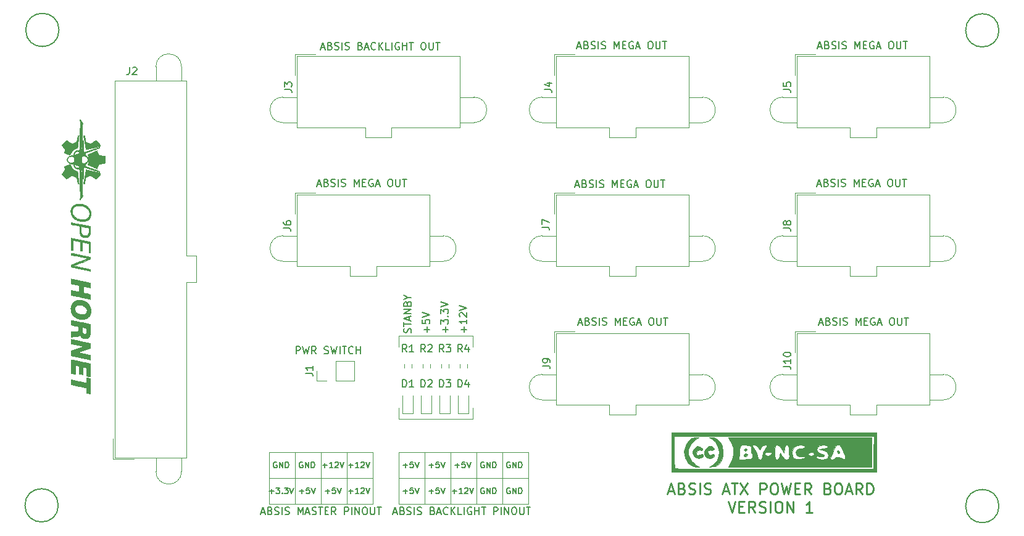
<source format=gbr>
%TF.GenerationSoftware,KiCad,Pcbnew,(5.1.7)-1*%
%TF.CreationDate,2020-11-11T18:46:54-08:00*%
%TF.ProjectId,ATX_PSU_Board,4154585f-5053-4555-9f42-6f6172642e6b,rev?*%
%TF.SameCoordinates,Original*%
%TF.FileFunction,Legend,Top*%
%TF.FilePolarity,Positive*%
%FSLAX46Y46*%
G04 Gerber Fmt 4.6, Leading zero omitted, Abs format (unit mm)*
G04 Created by KiCad (PCBNEW (5.1.7)-1) date 2020-11-11 18:46:54*
%MOMM*%
%LPD*%
G01*
G04 APERTURE LIST*
%ADD10C,0.120000*%
%ADD11C,0.150000*%
%ADD12C,0.250000*%
%ADD13C,0.010000*%
G04 APERTURE END LIST*
D10*
X76708000Y-114300000D02*
X80264000Y-114300000D01*
X80264000Y-121412000D02*
X80264000Y-117856000D01*
X76708000Y-121412000D02*
X76708000Y-117856000D01*
X80264000Y-121412000D02*
X83820000Y-121412000D01*
X80264000Y-117856000D02*
X80264000Y-114300000D01*
X76708000Y-117856000D02*
X80264000Y-117856000D01*
X76708000Y-117856000D02*
X80264000Y-117856000D01*
X80264000Y-121412000D02*
X80264000Y-117856000D01*
X76708000Y-117856000D02*
X76708000Y-114300000D01*
X80264000Y-117856000D02*
X80264000Y-114300000D01*
X83820000Y-121412000D02*
X83820000Y-117856000D01*
X76708000Y-121412000D02*
X80264000Y-121412000D01*
X80264000Y-117856000D02*
X83820000Y-117856000D01*
X80264000Y-114300000D02*
X83820000Y-114300000D01*
X83820000Y-117856000D02*
X83820000Y-114300000D01*
X80264000Y-117856000D02*
X83820000Y-117856000D01*
X73152000Y-117856000D02*
X73152000Y-114300000D01*
X73152000Y-121412000D02*
X76708000Y-121412000D01*
X73152000Y-114300000D02*
X76708000Y-114300000D01*
X73152000Y-117856000D02*
X76708000Y-117856000D01*
X76708000Y-121412000D02*
X76708000Y-117856000D01*
X90932000Y-117856000D02*
X90932000Y-114300000D01*
X73152000Y-121412000D02*
X73152000Y-117856000D01*
X73152000Y-117856000D02*
X73152000Y-114300000D01*
X98044000Y-117856000D02*
X98044000Y-114300000D01*
X98044000Y-114300000D02*
X101600000Y-114300000D01*
X101600000Y-121412000D02*
X101600000Y-117856000D01*
X69596000Y-121412000D02*
X69596000Y-117856000D01*
X69596000Y-117856000D02*
X73152000Y-117856000D01*
X98044000Y-117856000D02*
X101600000Y-117856000D01*
X69596000Y-117856000D02*
X69596000Y-114300000D01*
X73152000Y-121412000D02*
X73152000Y-117856000D01*
X69596000Y-114300000D02*
X73152000Y-114300000D01*
X76708000Y-117856000D02*
X76708000Y-114300000D01*
X73152000Y-117856000D02*
X76708000Y-117856000D01*
X101600000Y-117856000D02*
X101600000Y-114300000D01*
X69596000Y-121412000D02*
X73152000Y-121412000D01*
X98044000Y-121412000D02*
X98044000Y-117856000D01*
X69596000Y-117856000D02*
X73152000Y-117856000D01*
X98044000Y-117856000D02*
X98044000Y-114300000D01*
X90932000Y-117856000D02*
X94488000Y-117856000D01*
X87376000Y-121412000D02*
X87376000Y-117856000D01*
X90932000Y-121412000D02*
X90932000Y-117856000D01*
X94488000Y-117856000D02*
X98044000Y-117856000D01*
X90932000Y-117856000D02*
X90932000Y-114300000D01*
X87376000Y-117856000D02*
X87376000Y-114300000D01*
X90932000Y-114300000D02*
X94488000Y-114300000D01*
X94488000Y-117856000D02*
X94488000Y-114300000D01*
X90932000Y-121412000D02*
X90932000Y-117856000D01*
X94488000Y-114300000D02*
X98044000Y-114300000D01*
X98044000Y-121412000D02*
X101600000Y-121412000D01*
X94488000Y-121412000D02*
X98044000Y-121412000D01*
X87376000Y-117856000D02*
X90932000Y-117856000D01*
D11*
X87998428Y-116135142D02*
X88607952Y-116135142D01*
X88303190Y-116439904D02*
X88303190Y-115830380D01*
X89369857Y-115639904D02*
X88988904Y-115639904D01*
X88950809Y-116020857D01*
X88988904Y-115982761D01*
X89065095Y-115944666D01*
X89255571Y-115944666D01*
X89331761Y-115982761D01*
X89369857Y-116020857D01*
X89407952Y-116097047D01*
X89407952Y-116287523D01*
X89369857Y-116363714D01*
X89331761Y-116401809D01*
X89255571Y-116439904D01*
X89065095Y-116439904D01*
X88988904Y-116401809D01*
X88950809Y-116363714D01*
X89636523Y-115639904D02*
X89903190Y-116439904D01*
X90169857Y-115639904D01*
X95110428Y-116135142D02*
X95719952Y-116135142D01*
X95415190Y-116439904D02*
X95415190Y-115830380D01*
X96481857Y-115639904D02*
X96100904Y-115639904D01*
X96062809Y-116020857D01*
X96100904Y-115982761D01*
X96177095Y-115944666D01*
X96367571Y-115944666D01*
X96443761Y-115982761D01*
X96481857Y-116020857D01*
X96519952Y-116097047D01*
X96519952Y-116287523D01*
X96481857Y-116363714D01*
X96443761Y-116401809D01*
X96367571Y-116439904D01*
X96177095Y-116439904D01*
X96100904Y-116401809D01*
X96062809Y-116363714D01*
X96748523Y-115639904D02*
X97015190Y-116439904D01*
X97281857Y-115639904D01*
X102641476Y-115678000D02*
X102565285Y-115639904D01*
X102451000Y-115639904D01*
X102336714Y-115678000D01*
X102260523Y-115754190D01*
X102222428Y-115830380D01*
X102184333Y-115982761D01*
X102184333Y-116097047D01*
X102222428Y-116249428D01*
X102260523Y-116325619D01*
X102336714Y-116401809D01*
X102451000Y-116439904D01*
X102527190Y-116439904D01*
X102641476Y-116401809D01*
X102679571Y-116363714D01*
X102679571Y-116097047D01*
X102527190Y-116097047D01*
X103022428Y-116439904D02*
X103022428Y-115639904D01*
X103479571Y-116439904D01*
X103479571Y-115639904D01*
X103860523Y-116439904D02*
X103860523Y-115639904D01*
X104051000Y-115639904D01*
X104165285Y-115678000D01*
X104241476Y-115754190D01*
X104279571Y-115830380D01*
X104317666Y-115982761D01*
X104317666Y-116097047D01*
X104279571Y-116249428D01*
X104241476Y-116325619D01*
X104165285Y-116401809D01*
X104051000Y-116439904D01*
X103860523Y-116439904D01*
X91554428Y-116135142D02*
X92163952Y-116135142D01*
X91859190Y-116439904D02*
X91859190Y-115830380D01*
X92925857Y-115639904D02*
X92544904Y-115639904D01*
X92506809Y-116020857D01*
X92544904Y-115982761D01*
X92621095Y-115944666D01*
X92811571Y-115944666D01*
X92887761Y-115982761D01*
X92925857Y-116020857D01*
X92963952Y-116097047D01*
X92963952Y-116287523D01*
X92925857Y-116363714D01*
X92887761Y-116401809D01*
X92811571Y-116439904D01*
X92621095Y-116439904D01*
X92544904Y-116401809D01*
X92506809Y-116363714D01*
X93192523Y-115639904D02*
X93459190Y-116439904D01*
X93725857Y-115639904D01*
X102641476Y-119234000D02*
X102565285Y-119195904D01*
X102451000Y-119195904D01*
X102336714Y-119234000D01*
X102260523Y-119310190D01*
X102222428Y-119386380D01*
X102184333Y-119538761D01*
X102184333Y-119653047D01*
X102222428Y-119805428D01*
X102260523Y-119881619D01*
X102336714Y-119957809D01*
X102451000Y-119995904D01*
X102527190Y-119995904D01*
X102641476Y-119957809D01*
X102679571Y-119919714D01*
X102679571Y-119653047D01*
X102527190Y-119653047D01*
X103022428Y-119995904D02*
X103022428Y-119195904D01*
X103479571Y-119995904D01*
X103479571Y-119195904D01*
X103860523Y-119995904D02*
X103860523Y-119195904D01*
X104051000Y-119195904D01*
X104165285Y-119234000D01*
X104241476Y-119310190D01*
X104279571Y-119386380D01*
X104317666Y-119538761D01*
X104317666Y-119653047D01*
X104279571Y-119805428D01*
X104241476Y-119881619D01*
X104165285Y-119957809D01*
X104051000Y-119995904D01*
X103860523Y-119995904D01*
X74193476Y-115678000D02*
X74117285Y-115639904D01*
X74003000Y-115639904D01*
X73888714Y-115678000D01*
X73812523Y-115754190D01*
X73774428Y-115830380D01*
X73736333Y-115982761D01*
X73736333Y-116097047D01*
X73774428Y-116249428D01*
X73812523Y-116325619D01*
X73888714Y-116401809D01*
X74003000Y-116439904D01*
X74079190Y-116439904D01*
X74193476Y-116401809D01*
X74231571Y-116363714D01*
X74231571Y-116097047D01*
X74079190Y-116097047D01*
X74574428Y-116439904D02*
X74574428Y-115639904D01*
X75031571Y-116439904D01*
X75031571Y-115639904D01*
X75412523Y-116439904D02*
X75412523Y-115639904D01*
X75603000Y-115639904D01*
X75717285Y-115678000D01*
X75793476Y-115754190D01*
X75831571Y-115830380D01*
X75869666Y-115982761D01*
X75869666Y-116097047D01*
X75831571Y-116249428D01*
X75793476Y-116325619D01*
X75717285Y-116401809D01*
X75603000Y-116439904D01*
X75412523Y-116439904D01*
X69647000Y-119691142D02*
X70256523Y-119691142D01*
X69951761Y-119995904D02*
X69951761Y-119386380D01*
X70561285Y-119195904D02*
X71056523Y-119195904D01*
X70789857Y-119500666D01*
X70904142Y-119500666D01*
X70980333Y-119538761D01*
X71018428Y-119576857D01*
X71056523Y-119653047D01*
X71056523Y-119843523D01*
X71018428Y-119919714D01*
X70980333Y-119957809D01*
X70904142Y-119995904D01*
X70675571Y-119995904D01*
X70599380Y-119957809D01*
X70561285Y-119919714D01*
X71399380Y-119919714D02*
X71437476Y-119957809D01*
X71399380Y-119995904D01*
X71361285Y-119957809D01*
X71399380Y-119919714D01*
X71399380Y-119995904D01*
X71704142Y-119195904D02*
X72199380Y-119195904D01*
X71932714Y-119500666D01*
X72047000Y-119500666D01*
X72123190Y-119538761D01*
X72161285Y-119576857D01*
X72199380Y-119653047D01*
X72199380Y-119843523D01*
X72161285Y-119919714D01*
X72123190Y-119957809D01*
X72047000Y-119995904D01*
X71818428Y-119995904D01*
X71742238Y-119957809D01*
X71704142Y-119919714D01*
X72427952Y-119195904D02*
X72694619Y-119995904D01*
X72961285Y-119195904D01*
X70637476Y-115678000D02*
X70561285Y-115639904D01*
X70447000Y-115639904D01*
X70332714Y-115678000D01*
X70256523Y-115754190D01*
X70218428Y-115830380D01*
X70180333Y-115982761D01*
X70180333Y-116097047D01*
X70218428Y-116249428D01*
X70256523Y-116325619D01*
X70332714Y-116401809D01*
X70447000Y-116439904D01*
X70523190Y-116439904D01*
X70637476Y-116401809D01*
X70675571Y-116363714D01*
X70675571Y-116097047D01*
X70523190Y-116097047D01*
X71018428Y-116439904D02*
X71018428Y-115639904D01*
X71475571Y-116439904D01*
X71475571Y-115639904D01*
X71856523Y-116439904D02*
X71856523Y-115639904D01*
X72047000Y-115639904D01*
X72161285Y-115678000D01*
X72237476Y-115754190D01*
X72275571Y-115830380D01*
X72313666Y-115982761D01*
X72313666Y-116097047D01*
X72275571Y-116249428D01*
X72237476Y-116325619D01*
X72161285Y-116401809D01*
X72047000Y-116439904D01*
X71856523Y-116439904D01*
X99085476Y-115678000D02*
X99009285Y-115639904D01*
X98895000Y-115639904D01*
X98780714Y-115678000D01*
X98704523Y-115754190D01*
X98666428Y-115830380D01*
X98628333Y-115982761D01*
X98628333Y-116097047D01*
X98666428Y-116249428D01*
X98704523Y-116325619D01*
X98780714Y-116401809D01*
X98895000Y-116439904D01*
X98971190Y-116439904D01*
X99085476Y-116401809D01*
X99123571Y-116363714D01*
X99123571Y-116097047D01*
X98971190Y-116097047D01*
X99466428Y-116439904D02*
X99466428Y-115639904D01*
X99923571Y-116439904D01*
X99923571Y-115639904D01*
X100304523Y-116439904D02*
X100304523Y-115639904D01*
X100495000Y-115639904D01*
X100609285Y-115678000D01*
X100685476Y-115754190D01*
X100723571Y-115830380D01*
X100761666Y-115982761D01*
X100761666Y-116097047D01*
X100723571Y-116249428D01*
X100685476Y-116325619D01*
X100609285Y-116401809D01*
X100495000Y-116439904D01*
X100304523Y-116439904D01*
X91554428Y-119691142D02*
X92163952Y-119691142D01*
X91859190Y-119995904D02*
X91859190Y-119386380D01*
X92925857Y-119195904D02*
X92544904Y-119195904D01*
X92506809Y-119576857D01*
X92544904Y-119538761D01*
X92621095Y-119500666D01*
X92811571Y-119500666D01*
X92887761Y-119538761D01*
X92925857Y-119576857D01*
X92963952Y-119653047D01*
X92963952Y-119843523D01*
X92925857Y-119919714D01*
X92887761Y-119957809D01*
X92811571Y-119995904D01*
X92621095Y-119995904D01*
X92544904Y-119957809D01*
X92506809Y-119919714D01*
X93192523Y-119195904D02*
X93459190Y-119995904D01*
X93725857Y-119195904D01*
X99085476Y-119234000D02*
X99009285Y-119195904D01*
X98895000Y-119195904D01*
X98780714Y-119234000D01*
X98704523Y-119310190D01*
X98666428Y-119386380D01*
X98628333Y-119538761D01*
X98628333Y-119653047D01*
X98666428Y-119805428D01*
X98704523Y-119881619D01*
X98780714Y-119957809D01*
X98895000Y-119995904D01*
X98971190Y-119995904D01*
X99085476Y-119957809D01*
X99123571Y-119919714D01*
X99123571Y-119653047D01*
X98971190Y-119653047D01*
X99466428Y-119995904D02*
X99466428Y-119195904D01*
X99923571Y-119995904D01*
X99923571Y-119195904D01*
X100304523Y-119995904D02*
X100304523Y-119195904D01*
X100495000Y-119195904D01*
X100609285Y-119234000D01*
X100685476Y-119310190D01*
X100723571Y-119386380D01*
X100761666Y-119538761D01*
X100761666Y-119653047D01*
X100723571Y-119805428D01*
X100685476Y-119881619D01*
X100609285Y-119957809D01*
X100495000Y-119995904D01*
X100304523Y-119995904D01*
X86654857Y-122594666D02*
X87131047Y-122594666D01*
X86559619Y-122880380D02*
X86892952Y-121880380D01*
X87226285Y-122880380D01*
X87892952Y-122356571D02*
X88035809Y-122404190D01*
X88083428Y-122451809D01*
X88131047Y-122547047D01*
X88131047Y-122689904D01*
X88083428Y-122785142D01*
X88035809Y-122832761D01*
X87940571Y-122880380D01*
X87559619Y-122880380D01*
X87559619Y-121880380D01*
X87892952Y-121880380D01*
X87988190Y-121928000D01*
X88035809Y-121975619D01*
X88083428Y-122070857D01*
X88083428Y-122166095D01*
X88035809Y-122261333D01*
X87988190Y-122308952D01*
X87892952Y-122356571D01*
X87559619Y-122356571D01*
X88512000Y-122832761D02*
X88654857Y-122880380D01*
X88892952Y-122880380D01*
X88988190Y-122832761D01*
X89035809Y-122785142D01*
X89083428Y-122689904D01*
X89083428Y-122594666D01*
X89035809Y-122499428D01*
X88988190Y-122451809D01*
X88892952Y-122404190D01*
X88702476Y-122356571D01*
X88607238Y-122308952D01*
X88559619Y-122261333D01*
X88512000Y-122166095D01*
X88512000Y-122070857D01*
X88559619Y-121975619D01*
X88607238Y-121928000D01*
X88702476Y-121880380D01*
X88940571Y-121880380D01*
X89083428Y-121928000D01*
X89512000Y-122880380D02*
X89512000Y-121880380D01*
X89940571Y-122832761D02*
X90083428Y-122880380D01*
X90321523Y-122880380D01*
X90416761Y-122832761D01*
X90464380Y-122785142D01*
X90512000Y-122689904D01*
X90512000Y-122594666D01*
X90464380Y-122499428D01*
X90416761Y-122451809D01*
X90321523Y-122404190D01*
X90131047Y-122356571D01*
X90035809Y-122308952D01*
X89988190Y-122261333D01*
X89940571Y-122166095D01*
X89940571Y-122070857D01*
X89988190Y-121975619D01*
X90035809Y-121928000D01*
X90131047Y-121880380D01*
X90369142Y-121880380D01*
X90512000Y-121928000D01*
X92035809Y-122356571D02*
X92178666Y-122404190D01*
X92226285Y-122451809D01*
X92273904Y-122547047D01*
X92273904Y-122689904D01*
X92226285Y-122785142D01*
X92178666Y-122832761D01*
X92083428Y-122880380D01*
X91702476Y-122880380D01*
X91702476Y-121880380D01*
X92035809Y-121880380D01*
X92131047Y-121928000D01*
X92178666Y-121975619D01*
X92226285Y-122070857D01*
X92226285Y-122166095D01*
X92178666Y-122261333D01*
X92131047Y-122308952D01*
X92035809Y-122356571D01*
X91702476Y-122356571D01*
X92654857Y-122594666D02*
X93131047Y-122594666D01*
X92559619Y-122880380D02*
X92892952Y-121880380D01*
X93226285Y-122880380D01*
X94131047Y-122785142D02*
X94083428Y-122832761D01*
X93940571Y-122880380D01*
X93845333Y-122880380D01*
X93702476Y-122832761D01*
X93607238Y-122737523D01*
X93559619Y-122642285D01*
X93512000Y-122451809D01*
X93512000Y-122308952D01*
X93559619Y-122118476D01*
X93607238Y-122023238D01*
X93702476Y-121928000D01*
X93845333Y-121880380D01*
X93940571Y-121880380D01*
X94083428Y-121928000D01*
X94131047Y-121975619D01*
X94559619Y-122880380D02*
X94559619Y-121880380D01*
X95131047Y-122880380D02*
X94702476Y-122308952D01*
X95131047Y-121880380D02*
X94559619Y-122451809D01*
X96035809Y-122880380D02*
X95559619Y-122880380D01*
X95559619Y-121880380D01*
X96369142Y-122880380D02*
X96369142Y-121880380D01*
X97369142Y-121928000D02*
X97273904Y-121880380D01*
X97131047Y-121880380D01*
X96988190Y-121928000D01*
X96892952Y-122023238D01*
X96845333Y-122118476D01*
X96797714Y-122308952D01*
X96797714Y-122451809D01*
X96845333Y-122642285D01*
X96892952Y-122737523D01*
X96988190Y-122832761D01*
X97131047Y-122880380D01*
X97226285Y-122880380D01*
X97369142Y-122832761D01*
X97416761Y-122785142D01*
X97416761Y-122451809D01*
X97226285Y-122451809D01*
X97845333Y-122880380D02*
X97845333Y-121880380D01*
X97845333Y-122356571D02*
X98416761Y-122356571D01*
X98416761Y-122880380D02*
X98416761Y-121880380D01*
X98750095Y-121880380D02*
X99321523Y-121880380D01*
X99035809Y-122880380D02*
X99035809Y-121880380D01*
X100416761Y-122880380D02*
X100416761Y-121880380D01*
X100797714Y-121880380D01*
X100892952Y-121928000D01*
X100940571Y-121975619D01*
X100988190Y-122070857D01*
X100988190Y-122213714D01*
X100940571Y-122308952D01*
X100892952Y-122356571D01*
X100797714Y-122404190D01*
X100416761Y-122404190D01*
X101416761Y-122880380D02*
X101416761Y-121880380D01*
X101892952Y-122880380D02*
X101892952Y-121880380D01*
X102464380Y-122880380D01*
X102464380Y-121880380D01*
X103131047Y-121880380D02*
X103321523Y-121880380D01*
X103416761Y-121928000D01*
X103512000Y-122023238D01*
X103559619Y-122213714D01*
X103559619Y-122547047D01*
X103512000Y-122737523D01*
X103416761Y-122832761D01*
X103321523Y-122880380D01*
X103131047Y-122880380D01*
X103035809Y-122832761D01*
X102940571Y-122737523D01*
X102892952Y-122547047D01*
X102892952Y-122213714D01*
X102940571Y-122023238D01*
X103035809Y-121928000D01*
X103131047Y-121880380D01*
X103988190Y-121880380D02*
X103988190Y-122689904D01*
X104035809Y-122785142D01*
X104083428Y-122832761D01*
X104178666Y-122880380D01*
X104369142Y-122880380D01*
X104464380Y-122832761D01*
X104512000Y-122785142D01*
X104559619Y-122689904D01*
X104559619Y-121880380D01*
X104892952Y-121880380D02*
X105464380Y-121880380D01*
X105178666Y-122880380D02*
X105178666Y-121880380D01*
X68517523Y-122594666D02*
X68993714Y-122594666D01*
X68422285Y-122880380D02*
X68755619Y-121880380D01*
X69088952Y-122880380D01*
X69755619Y-122356571D02*
X69898476Y-122404190D01*
X69946095Y-122451809D01*
X69993714Y-122547047D01*
X69993714Y-122689904D01*
X69946095Y-122785142D01*
X69898476Y-122832761D01*
X69803238Y-122880380D01*
X69422285Y-122880380D01*
X69422285Y-121880380D01*
X69755619Y-121880380D01*
X69850857Y-121928000D01*
X69898476Y-121975619D01*
X69946095Y-122070857D01*
X69946095Y-122166095D01*
X69898476Y-122261333D01*
X69850857Y-122308952D01*
X69755619Y-122356571D01*
X69422285Y-122356571D01*
X70374666Y-122832761D02*
X70517523Y-122880380D01*
X70755619Y-122880380D01*
X70850857Y-122832761D01*
X70898476Y-122785142D01*
X70946095Y-122689904D01*
X70946095Y-122594666D01*
X70898476Y-122499428D01*
X70850857Y-122451809D01*
X70755619Y-122404190D01*
X70565142Y-122356571D01*
X70469904Y-122308952D01*
X70422285Y-122261333D01*
X70374666Y-122166095D01*
X70374666Y-122070857D01*
X70422285Y-121975619D01*
X70469904Y-121928000D01*
X70565142Y-121880380D01*
X70803238Y-121880380D01*
X70946095Y-121928000D01*
X71374666Y-122880380D02*
X71374666Y-121880380D01*
X71803238Y-122832761D02*
X71946095Y-122880380D01*
X72184190Y-122880380D01*
X72279428Y-122832761D01*
X72327047Y-122785142D01*
X72374666Y-122689904D01*
X72374666Y-122594666D01*
X72327047Y-122499428D01*
X72279428Y-122451809D01*
X72184190Y-122404190D01*
X71993714Y-122356571D01*
X71898476Y-122308952D01*
X71850857Y-122261333D01*
X71803238Y-122166095D01*
X71803238Y-122070857D01*
X71850857Y-121975619D01*
X71898476Y-121928000D01*
X71993714Y-121880380D01*
X72231809Y-121880380D01*
X72374666Y-121928000D01*
X73565142Y-122880380D02*
X73565142Y-121880380D01*
X73898476Y-122594666D01*
X74231809Y-121880380D01*
X74231809Y-122880380D01*
X74660380Y-122594666D02*
X75136571Y-122594666D01*
X74565142Y-122880380D02*
X74898476Y-121880380D01*
X75231809Y-122880380D01*
X75517523Y-122832761D02*
X75660380Y-122880380D01*
X75898476Y-122880380D01*
X75993714Y-122832761D01*
X76041333Y-122785142D01*
X76088952Y-122689904D01*
X76088952Y-122594666D01*
X76041333Y-122499428D01*
X75993714Y-122451809D01*
X75898476Y-122404190D01*
X75708000Y-122356571D01*
X75612761Y-122308952D01*
X75565142Y-122261333D01*
X75517523Y-122166095D01*
X75517523Y-122070857D01*
X75565142Y-121975619D01*
X75612761Y-121928000D01*
X75708000Y-121880380D01*
X75946095Y-121880380D01*
X76088952Y-121928000D01*
X76374666Y-121880380D02*
X76946095Y-121880380D01*
X76660380Y-122880380D02*
X76660380Y-121880380D01*
X77279428Y-122356571D02*
X77612761Y-122356571D01*
X77755619Y-122880380D02*
X77279428Y-122880380D01*
X77279428Y-121880380D01*
X77755619Y-121880380D01*
X78755619Y-122880380D02*
X78422285Y-122404190D01*
X78184190Y-122880380D02*
X78184190Y-121880380D01*
X78565142Y-121880380D01*
X78660380Y-121928000D01*
X78708000Y-121975619D01*
X78755619Y-122070857D01*
X78755619Y-122213714D01*
X78708000Y-122308952D01*
X78660380Y-122356571D01*
X78565142Y-122404190D01*
X78184190Y-122404190D01*
X79946095Y-122880380D02*
X79946095Y-121880380D01*
X80327047Y-121880380D01*
X80422285Y-121928000D01*
X80469904Y-121975619D01*
X80517523Y-122070857D01*
X80517523Y-122213714D01*
X80469904Y-122308952D01*
X80422285Y-122356571D01*
X80327047Y-122404190D01*
X79946095Y-122404190D01*
X80946095Y-122880380D02*
X80946095Y-121880380D01*
X81422285Y-122880380D02*
X81422285Y-121880380D01*
X81993714Y-122880380D01*
X81993714Y-121880380D01*
X82660380Y-121880380D02*
X82850857Y-121880380D01*
X82946095Y-121928000D01*
X83041333Y-122023238D01*
X83088952Y-122213714D01*
X83088952Y-122547047D01*
X83041333Y-122737523D01*
X82946095Y-122832761D01*
X82850857Y-122880380D01*
X82660380Y-122880380D01*
X82565142Y-122832761D01*
X82469904Y-122737523D01*
X82422285Y-122547047D01*
X82422285Y-122213714D01*
X82469904Y-122023238D01*
X82565142Y-121928000D01*
X82660380Y-121880380D01*
X83517523Y-121880380D02*
X83517523Y-122689904D01*
X83565142Y-122785142D01*
X83612761Y-122832761D01*
X83707999Y-122880380D01*
X83898476Y-122880380D01*
X83993714Y-122832761D01*
X84041333Y-122785142D01*
X84088952Y-122689904D01*
X84088952Y-121880380D01*
X84422285Y-121880380D02*
X84993714Y-121880380D01*
X84707999Y-122880380D02*
X84707999Y-121880380D01*
X87998428Y-119691142D02*
X88607952Y-119691142D01*
X88303190Y-119995904D02*
X88303190Y-119386380D01*
X89369857Y-119195904D02*
X88988904Y-119195904D01*
X88950809Y-119576857D01*
X88988904Y-119538761D01*
X89065095Y-119500666D01*
X89255571Y-119500666D01*
X89331761Y-119538761D01*
X89369857Y-119576857D01*
X89407952Y-119653047D01*
X89407952Y-119843523D01*
X89369857Y-119919714D01*
X89331761Y-119957809D01*
X89255571Y-119995904D01*
X89065095Y-119995904D01*
X88988904Y-119957809D01*
X88950809Y-119919714D01*
X89636523Y-119195904D02*
X89903190Y-119995904D01*
X90169857Y-119195904D01*
X94729476Y-119691142D02*
X95339000Y-119691142D01*
X95034238Y-119995904D02*
X95034238Y-119386380D01*
X96139000Y-119995904D02*
X95681857Y-119995904D01*
X95910428Y-119995904D02*
X95910428Y-119195904D01*
X95834238Y-119310190D01*
X95758047Y-119386380D01*
X95681857Y-119424476D01*
X96443761Y-119272095D02*
X96481857Y-119234000D01*
X96558047Y-119195904D01*
X96748523Y-119195904D01*
X96824714Y-119234000D01*
X96862809Y-119272095D01*
X96900904Y-119348285D01*
X96900904Y-119424476D01*
X96862809Y-119538761D01*
X96405666Y-119995904D01*
X96900904Y-119995904D01*
X97129476Y-119195904D02*
X97396142Y-119995904D01*
X97662809Y-119195904D01*
X76949476Y-116135142D02*
X77559000Y-116135142D01*
X77254238Y-116439904D02*
X77254238Y-115830380D01*
X78359000Y-116439904D02*
X77901857Y-116439904D01*
X78130428Y-116439904D02*
X78130428Y-115639904D01*
X78054238Y-115754190D01*
X77978047Y-115830380D01*
X77901857Y-115868476D01*
X78663761Y-115716095D02*
X78701857Y-115678000D01*
X78778047Y-115639904D01*
X78968523Y-115639904D01*
X79044714Y-115678000D01*
X79082809Y-115716095D01*
X79120904Y-115792285D01*
X79120904Y-115868476D01*
X79082809Y-115982761D01*
X78625666Y-116439904D01*
X79120904Y-116439904D01*
X79349476Y-115639904D02*
X79616142Y-116439904D01*
X79882809Y-115639904D01*
X80505476Y-119691142D02*
X81115000Y-119691142D01*
X80810238Y-119995904D02*
X80810238Y-119386380D01*
X81915000Y-119995904D02*
X81457857Y-119995904D01*
X81686428Y-119995904D02*
X81686428Y-119195904D01*
X81610238Y-119310190D01*
X81534047Y-119386380D01*
X81457857Y-119424476D01*
X82219761Y-119272095D02*
X82257857Y-119234000D01*
X82334047Y-119195904D01*
X82524523Y-119195904D01*
X82600714Y-119234000D01*
X82638809Y-119272095D01*
X82676904Y-119348285D01*
X82676904Y-119424476D01*
X82638809Y-119538761D01*
X82181666Y-119995904D01*
X82676904Y-119995904D01*
X82905476Y-119195904D02*
X83172142Y-119995904D01*
X83438809Y-119195904D01*
X73774428Y-119691142D02*
X74383952Y-119691142D01*
X74079190Y-119995904D02*
X74079190Y-119386380D01*
X75145857Y-119195904D02*
X74764904Y-119195904D01*
X74726809Y-119576857D01*
X74764904Y-119538761D01*
X74841095Y-119500666D01*
X75031571Y-119500666D01*
X75107761Y-119538761D01*
X75145857Y-119576857D01*
X75183952Y-119653047D01*
X75183952Y-119843523D01*
X75145857Y-119919714D01*
X75107761Y-119957809D01*
X75031571Y-119995904D01*
X74841095Y-119995904D01*
X74764904Y-119957809D01*
X74726809Y-119919714D01*
X75412523Y-119195904D02*
X75679190Y-119995904D01*
X75945857Y-119195904D01*
X77330428Y-119691142D02*
X77939952Y-119691142D01*
X77635190Y-119995904D02*
X77635190Y-119386380D01*
X78701857Y-119195904D02*
X78320904Y-119195904D01*
X78282809Y-119576857D01*
X78320904Y-119538761D01*
X78397095Y-119500666D01*
X78587571Y-119500666D01*
X78663761Y-119538761D01*
X78701857Y-119576857D01*
X78739952Y-119653047D01*
X78739952Y-119843523D01*
X78701857Y-119919714D01*
X78663761Y-119957809D01*
X78587571Y-119995904D01*
X78397095Y-119995904D01*
X78320904Y-119957809D01*
X78282809Y-119919714D01*
X78968523Y-119195904D02*
X79235190Y-119995904D01*
X79501857Y-119195904D01*
X80505476Y-116135142D02*
X81115000Y-116135142D01*
X80810238Y-116439904D02*
X80810238Y-115830380D01*
X81915000Y-116439904D02*
X81457857Y-116439904D01*
X81686428Y-116439904D02*
X81686428Y-115639904D01*
X81610238Y-115754190D01*
X81534047Y-115830380D01*
X81457857Y-115868476D01*
X82219761Y-115716095D02*
X82257857Y-115678000D01*
X82334047Y-115639904D01*
X82524523Y-115639904D01*
X82600714Y-115678000D01*
X82638809Y-115716095D01*
X82676904Y-115792285D01*
X82676904Y-115868476D01*
X82638809Y-115982761D01*
X82181666Y-116439904D01*
X82676904Y-116439904D01*
X82905476Y-115639904D02*
X83172142Y-116439904D01*
X83438809Y-115639904D01*
D10*
X101600000Y-117856000D02*
X105156000Y-117856000D01*
X94488000Y-121412000D02*
X94488000Y-117856000D01*
X101600000Y-117856000D02*
X105156000Y-117856000D01*
X101600000Y-114300000D02*
X105156000Y-114300000D01*
X105156000Y-117856000D02*
X105156000Y-114300000D01*
X94488000Y-117856000D02*
X98044000Y-117856000D01*
X98044000Y-117856000D02*
X101600000Y-117856000D01*
X87376000Y-117856000D02*
X90932000Y-117856000D01*
X90932000Y-117856000D02*
X94488000Y-117856000D01*
X101600000Y-121412000D02*
X105156000Y-121412000D01*
X105156000Y-121412000D02*
X105156000Y-117856000D01*
X98044000Y-121412000D02*
X98044000Y-117856000D01*
X94488000Y-117856000D02*
X94488000Y-114300000D01*
X90932000Y-121412000D02*
X94488000Y-121412000D01*
X87376000Y-114300000D02*
X90932000Y-114300000D01*
X94488000Y-121412000D02*
X94488000Y-117856000D01*
X87376000Y-121412000D02*
X90932000Y-121412000D01*
D12*
X124394285Y-119650000D02*
X125108571Y-119650000D01*
X124251428Y-120078571D02*
X124751428Y-118578571D01*
X125251428Y-120078571D01*
X126251428Y-119292857D02*
X126465714Y-119364285D01*
X126537142Y-119435714D01*
X126608571Y-119578571D01*
X126608571Y-119792857D01*
X126537142Y-119935714D01*
X126465714Y-120007142D01*
X126322857Y-120078571D01*
X125751428Y-120078571D01*
X125751428Y-118578571D01*
X126251428Y-118578571D01*
X126394285Y-118650000D01*
X126465714Y-118721428D01*
X126537142Y-118864285D01*
X126537142Y-119007142D01*
X126465714Y-119150000D01*
X126394285Y-119221428D01*
X126251428Y-119292857D01*
X125751428Y-119292857D01*
X127180000Y-120007142D02*
X127394285Y-120078571D01*
X127751428Y-120078571D01*
X127894285Y-120007142D01*
X127965714Y-119935714D01*
X128037142Y-119792857D01*
X128037142Y-119650000D01*
X127965714Y-119507142D01*
X127894285Y-119435714D01*
X127751428Y-119364285D01*
X127465714Y-119292857D01*
X127322857Y-119221428D01*
X127251428Y-119150000D01*
X127180000Y-119007142D01*
X127180000Y-118864285D01*
X127251428Y-118721428D01*
X127322857Y-118650000D01*
X127465714Y-118578571D01*
X127822857Y-118578571D01*
X128037142Y-118650000D01*
X128680000Y-120078571D02*
X128680000Y-118578571D01*
X129322857Y-120007142D02*
X129537142Y-120078571D01*
X129894285Y-120078571D01*
X130037142Y-120007142D01*
X130108571Y-119935714D01*
X130180000Y-119792857D01*
X130180000Y-119650000D01*
X130108571Y-119507142D01*
X130037142Y-119435714D01*
X129894285Y-119364285D01*
X129608571Y-119292857D01*
X129465714Y-119221428D01*
X129394285Y-119150000D01*
X129322857Y-119007142D01*
X129322857Y-118864285D01*
X129394285Y-118721428D01*
X129465714Y-118650000D01*
X129608571Y-118578571D01*
X129965714Y-118578571D01*
X130180000Y-118650000D01*
X131894285Y-119650000D02*
X132608571Y-119650000D01*
X131751428Y-120078571D02*
X132251428Y-118578571D01*
X132751428Y-120078571D01*
X133037142Y-118578571D02*
X133894285Y-118578571D01*
X133465714Y-120078571D02*
X133465714Y-118578571D01*
X134251428Y-118578571D02*
X135251428Y-120078571D01*
X135251428Y-118578571D02*
X134251428Y-120078571D01*
X136965714Y-120078571D02*
X136965714Y-118578571D01*
X137537142Y-118578571D01*
X137680000Y-118650000D01*
X137751428Y-118721428D01*
X137822857Y-118864285D01*
X137822857Y-119078571D01*
X137751428Y-119221428D01*
X137680000Y-119292857D01*
X137537142Y-119364285D01*
X136965714Y-119364285D01*
X138751428Y-118578571D02*
X139037142Y-118578571D01*
X139180000Y-118650000D01*
X139322857Y-118792857D01*
X139394285Y-119078571D01*
X139394285Y-119578571D01*
X139322857Y-119864285D01*
X139180000Y-120007142D01*
X139037142Y-120078571D01*
X138751428Y-120078571D01*
X138608571Y-120007142D01*
X138465714Y-119864285D01*
X138394285Y-119578571D01*
X138394285Y-119078571D01*
X138465714Y-118792857D01*
X138608571Y-118650000D01*
X138751428Y-118578571D01*
X139894285Y-118578571D02*
X140251428Y-120078571D01*
X140537142Y-119007142D01*
X140822857Y-120078571D01*
X141180000Y-118578571D01*
X141751428Y-119292857D02*
X142251428Y-119292857D01*
X142465714Y-120078571D02*
X141751428Y-120078571D01*
X141751428Y-118578571D01*
X142465714Y-118578571D01*
X143965714Y-120078571D02*
X143465714Y-119364285D01*
X143108571Y-120078571D02*
X143108571Y-118578571D01*
X143680000Y-118578571D01*
X143822857Y-118650000D01*
X143894285Y-118721428D01*
X143965714Y-118864285D01*
X143965714Y-119078571D01*
X143894285Y-119221428D01*
X143822857Y-119292857D01*
X143680000Y-119364285D01*
X143108571Y-119364285D01*
X146251428Y-119292857D02*
X146465714Y-119364285D01*
X146537142Y-119435714D01*
X146608571Y-119578571D01*
X146608571Y-119792857D01*
X146537142Y-119935714D01*
X146465714Y-120007142D01*
X146322857Y-120078571D01*
X145751428Y-120078571D01*
X145751428Y-118578571D01*
X146251428Y-118578571D01*
X146394285Y-118650000D01*
X146465714Y-118721428D01*
X146537142Y-118864285D01*
X146537142Y-119007142D01*
X146465714Y-119150000D01*
X146394285Y-119221428D01*
X146251428Y-119292857D01*
X145751428Y-119292857D01*
X147537142Y-118578571D02*
X147822857Y-118578571D01*
X147965714Y-118650000D01*
X148108571Y-118792857D01*
X148180000Y-119078571D01*
X148180000Y-119578571D01*
X148108571Y-119864285D01*
X147965714Y-120007142D01*
X147822857Y-120078571D01*
X147537142Y-120078571D01*
X147394285Y-120007142D01*
X147251428Y-119864285D01*
X147180000Y-119578571D01*
X147180000Y-119078571D01*
X147251428Y-118792857D01*
X147394285Y-118650000D01*
X147537142Y-118578571D01*
X148751428Y-119650000D02*
X149465714Y-119650000D01*
X148608571Y-120078571D02*
X149108571Y-118578571D01*
X149608571Y-120078571D01*
X150965714Y-120078571D02*
X150465714Y-119364285D01*
X150108571Y-120078571D02*
X150108571Y-118578571D01*
X150680000Y-118578571D01*
X150822857Y-118650000D01*
X150894285Y-118721428D01*
X150965714Y-118864285D01*
X150965714Y-119078571D01*
X150894285Y-119221428D01*
X150822857Y-119292857D01*
X150680000Y-119364285D01*
X150108571Y-119364285D01*
X151608571Y-120078571D02*
X151608571Y-118578571D01*
X151965714Y-118578571D01*
X152180000Y-118650000D01*
X152322857Y-118792857D01*
X152394285Y-118935714D01*
X152465714Y-119221428D01*
X152465714Y-119435714D01*
X152394285Y-119721428D01*
X152322857Y-119864285D01*
X152180000Y-120007142D01*
X151965714Y-120078571D01*
X151608571Y-120078571D01*
X132572857Y-121078571D02*
X133072857Y-122578571D01*
X133572857Y-121078571D01*
X134072857Y-121792857D02*
X134572857Y-121792857D01*
X134787142Y-122578571D02*
X134072857Y-122578571D01*
X134072857Y-121078571D01*
X134787142Y-121078571D01*
X136287142Y-122578571D02*
X135787142Y-121864285D01*
X135430000Y-122578571D02*
X135430000Y-121078571D01*
X136001428Y-121078571D01*
X136144285Y-121150000D01*
X136215714Y-121221428D01*
X136287142Y-121364285D01*
X136287142Y-121578571D01*
X136215714Y-121721428D01*
X136144285Y-121792857D01*
X136001428Y-121864285D01*
X135430000Y-121864285D01*
X136858571Y-122507142D02*
X137072857Y-122578571D01*
X137430000Y-122578571D01*
X137572857Y-122507142D01*
X137644285Y-122435714D01*
X137715714Y-122292857D01*
X137715714Y-122150000D01*
X137644285Y-122007142D01*
X137572857Y-121935714D01*
X137430000Y-121864285D01*
X137144285Y-121792857D01*
X137001428Y-121721428D01*
X136930000Y-121650000D01*
X136858571Y-121507142D01*
X136858571Y-121364285D01*
X136930000Y-121221428D01*
X137001428Y-121150000D01*
X137144285Y-121078571D01*
X137501428Y-121078571D01*
X137715714Y-121150000D01*
X138358571Y-122578571D02*
X138358571Y-121078571D01*
X139358571Y-121078571D02*
X139644285Y-121078571D01*
X139787142Y-121150000D01*
X139930000Y-121292857D01*
X140001428Y-121578571D01*
X140001428Y-122078571D01*
X139930000Y-122364285D01*
X139787142Y-122507142D01*
X139644285Y-122578571D01*
X139358571Y-122578571D01*
X139215714Y-122507142D01*
X139072857Y-122364285D01*
X139001428Y-122078571D01*
X139001428Y-121578571D01*
X139072857Y-121292857D01*
X139215714Y-121150000D01*
X139358571Y-121078571D01*
X140644285Y-122578571D02*
X140644285Y-121078571D01*
X141501428Y-122578571D01*
X141501428Y-121078571D01*
X144144285Y-122578571D02*
X143287142Y-122578571D01*
X143715714Y-122578571D02*
X143715714Y-121078571D01*
X143572857Y-121292857D01*
X143430000Y-121435714D01*
X143287142Y-121507142D01*
D11*
X73319238Y-100782380D02*
X73319238Y-99782380D01*
X73700190Y-99782380D01*
X73795428Y-99830000D01*
X73843047Y-99877619D01*
X73890666Y-99972857D01*
X73890666Y-100115714D01*
X73843047Y-100210952D01*
X73795428Y-100258571D01*
X73700190Y-100306190D01*
X73319238Y-100306190D01*
X74224000Y-99782380D02*
X74462095Y-100782380D01*
X74652571Y-100068095D01*
X74843047Y-100782380D01*
X75081142Y-99782380D01*
X76033523Y-100782380D02*
X75700190Y-100306190D01*
X75462095Y-100782380D02*
X75462095Y-99782380D01*
X75843047Y-99782380D01*
X75938285Y-99830000D01*
X75985904Y-99877619D01*
X76033523Y-99972857D01*
X76033523Y-100115714D01*
X75985904Y-100210952D01*
X75938285Y-100258571D01*
X75843047Y-100306190D01*
X75462095Y-100306190D01*
X77176380Y-100734761D02*
X77319238Y-100782380D01*
X77557333Y-100782380D01*
X77652571Y-100734761D01*
X77700190Y-100687142D01*
X77747809Y-100591904D01*
X77747809Y-100496666D01*
X77700190Y-100401428D01*
X77652571Y-100353809D01*
X77557333Y-100306190D01*
X77366857Y-100258571D01*
X77271619Y-100210952D01*
X77224000Y-100163333D01*
X77176380Y-100068095D01*
X77176380Y-99972857D01*
X77224000Y-99877619D01*
X77271619Y-99830000D01*
X77366857Y-99782380D01*
X77604952Y-99782380D01*
X77747809Y-99830000D01*
X78081142Y-99782380D02*
X78319238Y-100782380D01*
X78509714Y-100068095D01*
X78700190Y-100782380D01*
X78938285Y-99782380D01*
X79319238Y-100782380D02*
X79319238Y-99782380D01*
X79652571Y-99782380D02*
X80224000Y-99782380D01*
X79938285Y-100782380D02*
X79938285Y-99782380D01*
X81128761Y-100687142D02*
X81081142Y-100734761D01*
X80938285Y-100782380D01*
X80843047Y-100782380D01*
X80700190Y-100734761D01*
X80604952Y-100639523D01*
X80557333Y-100544285D01*
X80509714Y-100353809D01*
X80509714Y-100210952D01*
X80557333Y-100020476D01*
X80604952Y-99925238D01*
X80700190Y-99830000D01*
X80843047Y-99782380D01*
X80938285Y-99782380D01*
X81081142Y-99830000D01*
X81128761Y-99877619D01*
X81557333Y-100782380D02*
X81557333Y-99782380D01*
X81557333Y-100258571D02*
X82128761Y-100258571D01*
X82128761Y-100782380D02*
X82128761Y-99782380D01*
X112038571Y-96559666D02*
X112514761Y-96559666D01*
X111943333Y-96845380D02*
X112276666Y-95845380D01*
X112610000Y-96845380D01*
X113276666Y-96321571D02*
X113419523Y-96369190D01*
X113467142Y-96416809D01*
X113514761Y-96512047D01*
X113514761Y-96654904D01*
X113467142Y-96750142D01*
X113419523Y-96797761D01*
X113324285Y-96845380D01*
X112943333Y-96845380D01*
X112943333Y-95845380D01*
X113276666Y-95845380D01*
X113371904Y-95893000D01*
X113419523Y-95940619D01*
X113467142Y-96035857D01*
X113467142Y-96131095D01*
X113419523Y-96226333D01*
X113371904Y-96273952D01*
X113276666Y-96321571D01*
X112943333Y-96321571D01*
X113895714Y-96797761D02*
X114038571Y-96845380D01*
X114276666Y-96845380D01*
X114371904Y-96797761D01*
X114419523Y-96750142D01*
X114467142Y-96654904D01*
X114467142Y-96559666D01*
X114419523Y-96464428D01*
X114371904Y-96416809D01*
X114276666Y-96369190D01*
X114086190Y-96321571D01*
X113990952Y-96273952D01*
X113943333Y-96226333D01*
X113895714Y-96131095D01*
X113895714Y-96035857D01*
X113943333Y-95940619D01*
X113990952Y-95893000D01*
X114086190Y-95845380D01*
X114324285Y-95845380D01*
X114467142Y-95893000D01*
X114895714Y-96845380D02*
X114895714Y-95845380D01*
X115324285Y-96797761D02*
X115467142Y-96845380D01*
X115705238Y-96845380D01*
X115800476Y-96797761D01*
X115848095Y-96750142D01*
X115895714Y-96654904D01*
X115895714Y-96559666D01*
X115848095Y-96464428D01*
X115800476Y-96416809D01*
X115705238Y-96369190D01*
X115514761Y-96321571D01*
X115419523Y-96273952D01*
X115371904Y-96226333D01*
X115324285Y-96131095D01*
X115324285Y-96035857D01*
X115371904Y-95940619D01*
X115419523Y-95893000D01*
X115514761Y-95845380D01*
X115752857Y-95845380D01*
X115895714Y-95893000D01*
X117086190Y-96845380D02*
X117086190Y-95845380D01*
X117419523Y-96559666D01*
X117752857Y-95845380D01*
X117752857Y-96845380D01*
X118229047Y-96321571D02*
X118562380Y-96321571D01*
X118705238Y-96845380D02*
X118229047Y-96845380D01*
X118229047Y-95845380D01*
X118705238Y-95845380D01*
X119657619Y-95893000D02*
X119562380Y-95845380D01*
X119419523Y-95845380D01*
X119276666Y-95893000D01*
X119181428Y-95988238D01*
X119133809Y-96083476D01*
X119086190Y-96273952D01*
X119086190Y-96416809D01*
X119133809Y-96607285D01*
X119181428Y-96702523D01*
X119276666Y-96797761D01*
X119419523Y-96845380D01*
X119514761Y-96845380D01*
X119657619Y-96797761D01*
X119705238Y-96750142D01*
X119705238Y-96416809D01*
X119514761Y-96416809D01*
X120086190Y-96559666D02*
X120562380Y-96559666D01*
X119990952Y-96845380D02*
X120324285Y-95845380D01*
X120657619Y-96845380D01*
X121943333Y-95845380D02*
X122133809Y-95845380D01*
X122229047Y-95893000D01*
X122324285Y-95988238D01*
X122371904Y-96178714D01*
X122371904Y-96512047D01*
X122324285Y-96702523D01*
X122229047Y-96797761D01*
X122133809Y-96845380D01*
X121943333Y-96845380D01*
X121848095Y-96797761D01*
X121752857Y-96702523D01*
X121705238Y-96512047D01*
X121705238Y-96178714D01*
X121752857Y-95988238D01*
X121848095Y-95893000D01*
X121943333Y-95845380D01*
X122800476Y-95845380D02*
X122800476Y-96654904D01*
X122848095Y-96750142D01*
X122895714Y-96797761D01*
X122990952Y-96845380D01*
X123181428Y-96845380D01*
X123276666Y-96797761D01*
X123324285Y-96750142D01*
X123371904Y-96654904D01*
X123371904Y-95845380D01*
X123705238Y-95845380D02*
X124276666Y-95845380D01*
X123990952Y-96845380D02*
X123990952Y-95845380D01*
X145058571Y-96559666D02*
X145534761Y-96559666D01*
X144963333Y-96845380D02*
X145296666Y-95845380D01*
X145630000Y-96845380D01*
X146296666Y-96321571D02*
X146439523Y-96369190D01*
X146487142Y-96416809D01*
X146534761Y-96512047D01*
X146534761Y-96654904D01*
X146487142Y-96750142D01*
X146439523Y-96797761D01*
X146344285Y-96845380D01*
X145963333Y-96845380D01*
X145963333Y-95845380D01*
X146296666Y-95845380D01*
X146391904Y-95893000D01*
X146439523Y-95940619D01*
X146487142Y-96035857D01*
X146487142Y-96131095D01*
X146439523Y-96226333D01*
X146391904Y-96273952D01*
X146296666Y-96321571D01*
X145963333Y-96321571D01*
X146915714Y-96797761D02*
X147058571Y-96845380D01*
X147296666Y-96845380D01*
X147391904Y-96797761D01*
X147439523Y-96750142D01*
X147487142Y-96654904D01*
X147487142Y-96559666D01*
X147439523Y-96464428D01*
X147391904Y-96416809D01*
X147296666Y-96369190D01*
X147106190Y-96321571D01*
X147010952Y-96273952D01*
X146963333Y-96226333D01*
X146915714Y-96131095D01*
X146915714Y-96035857D01*
X146963333Y-95940619D01*
X147010952Y-95893000D01*
X147106190Y-95845380D01*
X147344285Y-95845380D01*
X147487142Y-95893000D01*
X147915714Y-96845380D02*
X147915714Y-95845380D01*
X148344285Y-96797761D02*
X148487142Y-96845380D01*
X148725238Y-96845380D01*
X148820476Y-96797761D01*
X148868095Y-96750142D01*
X148915714Y-96654904D01*
X148915714Y-96559666D01*
X148868095Y-96464428D01*
X148820476Y-96416809D01*
X148725238Y-96369190D01*
X148534761Y-96321571D01*
X148439523Y-96273952D01*
X148391904Y-96226333D01*
X148344285Y-96131095D01*
X148344285Y-96035857D01*
X148391904Y-95940619D01*
X148439523Y-95893000D01*
X148534761Y-95845380D01*
X148772857Y-95845380D01*
X148915714Y-95893000D01*
X150106190Y-96845380D02*
X150106190Y-95845380D01*
X150439523Y-96559666D01*
X150772857Y-95845380D01*
X150772857Y-96845380D01*
X151249047Y-96321571D02*
X151582380Y-96321571D01*
X151725238Y-96845380D02*
X151249047Y-96845380D01*
X151249047Y-95845380D01*
X151725238Y-95845380D01*
X152677619Y-95893000D02*
X152582380Y-95845380D01*
X152439523Y-95845380D01*
X152296666Y-95893000D01*
X152201428Y-95988238D01*
X152153809Y-96083476D01*
X152106190Y-96273952D01*
X152106190Y-96416809D01*
X152153809Y-96607285D01*
X152201428Y-96702523D01*
X152296666Y-96797761D01*
X152439523Y-96845380D01*
X152534761Y-96845380D01*
X152677619Y-96797761D01*
X152725238Y-96750142D01*
X152725238Y-96416809D01*
X152534761Y-96416809D01*
X153106190Y-96559666D02*
X153582380Y-96559666D01*
X153010952Y-96845380D02*
X153344285Y-95845380D01*
X153677619Y-96845380D01*
X154963333Y-95845380D02*
X155153809Y-95845380D01*
X155249047Y-95893000D01*
X155344285Y-95988238D01*
X155391904Y-96178714D01*
X155391904Y-96512047D01*
X155344285Y-96702523D01*
X155249047Y-96797761D01*
X155153809Y-96845380D01*
X154963333Y-96845380D01*
X154868095Y-96797761D01*
X154772857Y-96702523D01*
X154725238Y-96512047D01*
X154725238Y-96178714D01*
X154772857Y-95988238D01*
X154868095Y-95893000D01*
X154963333Y-95845380D01*
X155820476Y-95845380D02*
X155820476Y-96654904D01*
X155868095Y-96750142D01*
X155915714Y-96797761D01*
X156010952Y-96845380D01*
X156201428Y-96845380D01*
X156296666Y-96797761D01*
X156344285Y-96750142D01*
X156391904Y-96654904D01*
X156391904Y-95845380D01*
X156725238Y-95845380D02*
X157296666Y-95845380D01*
X157010952Y-96845380D02*
X157010952Y-95845380D01*
X144931571Y-58586666D02*
X145407761Y-58586666D01*
X144836333Y-58872380D02*
X145169666Y-57872380D01*
X145503000Y-58872380D01*
X146169666Y-58348571D02*
X146312523Y-58396190D01*
X146360142Y-58443809D01*
X146407761Y-58539047D01*
X146407761Y-58681904D01*
X146360142Y-58777142D01*
X146312523Y-58824761D01*
X146217285Y-58872380D01*
X145836333Y-58872380D01*
X145836333Y-57872380D01*
X146169666Y-57872380D01*
X146264904Y-57920000D01*
X146312523Y-57967619D01*
X146360142Y-58062857D01*
X146360142Y-58158095D01*
X146312523Y-58253333D01*
X146264904Y-58300952D01*
X146169666Y-58348571D01*
X145836333Y-58348571D01*
X146788714Y-58824761D02*
X146931571Y-58872380D01*
X147169666Y-58872380D01*
X147264904Y-58824761D01*
X147312523Y-58777142D01*
X147360142Y-58681904D01*
X147360142Y-58586666D01*
X147312523Y-58491428D01*
X147264904Y-58443809D01*
X147169666Y-58396190D01*
X146979190Y-58348571D01*
X146883952Y-58300952D01*
X146836333Y-58253333D01*
X146788714Y-58158095D01*
X146788714Y-58062857D01*
X146836333Y-57967619D01*
X146883952Y-57920000D01*
X146979190Y-57872380D01*
X147217285Y-57872380D01*
X147360142Y-57920000D01*
X147788714Y-58872380D02*
X147788714Y-57872380D01*
X148217285Y-58824761D02*
X148360142Y-58872380D01*
X148598238Y-58872380D01*
X148693476Y-58824761D01*
X148741095Y-58777142D01*
X148788714Y-58681904D01*
X148788714Y-58586666D01*
X148741095Y-58491428D01*
X148693476Y-58443809D01*
X148598238Y-58396190D01*
X148407761Y-58348571D01*
X148312523Y-58300952D01*
X148264904Y-58253333D01*
X148217285Y-58158095D01*
X148217285Y-58062857D01*
X148264904Y-57967619D01*
X148312523Y-57920000D01*
X148407761Y-57872380D01*
X148645857Y-57872380D01*
X148788714Y-57920000D01*
X149979190Y-58872380D02*
X149979190Y-57872380D01*
X150312523Y-58586666D01*
X150645857Y-57872380D01*
X150645857Y-58872380D01*
X151122047Y-58348571D02*
X151455380Y-58348571D01*
X151598238Y-58872380D02*
X151122047Y-58872380D01*
X151122047Y-57872380D01*
X151598238Y-57872380D01*
X152550619Y-57920000D02*
X152455380Y-57872380D01*
X152312523Y-57872380D01*
X152169666Y-57920000D01*
X152074428Y-58015238D01*
X152026809Y-58110476D01*
X151979190Y-58300952D01*
X151979190Y-58443809D01*
X152026809Y-58634285D01*
X152074428Y-58729523D01*
X152169666Y-58824761D01*
X152312523Y-58872380D01*
X152407761Y-58872380D01*
X152550619Y-58824761D01*
X152598238Y-58777142D01*
X152598238Y-58443809D01*
X152407761Y-58443809D01*
X152979190Y-58586666D02*
X153455380Y-58586666D01*
X152883952Y-58872380D02*
X153217285Y-57872380D01*
X153550619Y-58872380D01*
X154836333Y-57872380D02*
X155026809Y-57872380D01*
X155122047Y-57920000D01*
X155217285Y-58015238D01*
X155264904Y-58205714D01*
X155264904Y-58539047D01*
X155217285Y-58729523D01*
X155122047Y-58824761D01*
X155026809Y-58872380D01*
X154836333Y-58872380D01*
X154741095Y-58824761D01*
X154645857Y-58729523D01*
X154598238Y-58539047D01*
X154598238Y-58205714D01*
X154645857Y-58015238D01*
X154741095Y-57920000D01*
X154836333Y-57872380D01*
X155693476Y-57872380D02*
X155693476Y-58681904D01*
X155741095Y-58777142D01*
X155788714Y-58824761D01*
X155883952Y-58872380D01*
X156074428Y-58872380D01*
X156169666Y-58824761D01*
X156217285Y-58777142D01*
X156264904Y-58681904D01*
X156264904Y-57872380D01*
X156598238Y-57872380D02*
X157169666Y-57872380D01*
X156883952Y-58872380D02*
X156883952Y-57872380D01*
X144804571Y-77509666D02*
X145280761Y-77509666D01*
X144709333Y-77795380D02*
X145042666Y-76795380D01*
X145376000Y-77795380D01*
X146042666Y-77271571D02*
X146185523Y-77319190D01*
X146233142Y-77366809D01*
X146280761Y-77462047D01*
X146280761Y-77604904D01*
X146233142Y-77700142D01*
X146185523Y-77747761D01*
X146090285Y-77795380D01*
X145709333Y-77795380D01*
X145709333Y-76795380D01*
X146042666Y-76795380D01*
X146137904Y-76843000D01*
X146185523Y-76890619D01*
X146233142Y-76985857D01*
X146233142Y-77081095D01*
X146185523Y-77176333D01*
X146137904Y-77223952D01*
X146042666Y-77271571D01*
X145709333Y-77271571D01*
X146661714Y-77747761D02*
X146804571Y-77795380D01*
X147042666Y-77795380D01*
X147137904Y-77747761D01*
X147185523Y-77700142D01*
X147233142Y-77604904D01*
X147233142Y-77509666D01*
X147185523Y-77414428D01*
X147137904Y-77366809D01*
X147042666Y-77319190D01*
X146852190Y-77271571D01*
X146756952Y-77223952D01*
X146709333Y-77176333D01*
X146661714Y-77081095D01*
X146661714Y-76985857D01*
X146709333Y-76890619D01*
X146756952Y-76843000D01*
X146852190Y-76795380D01*
X147090285Y-76795380D01*
X147233142Y-76843000D01*
X147661714Y-77795380D02*
X147661714Y-76795380D01*
X148090285Y-77747761D02*
X148233142Y-77795380D01*
X148471238Y-77795380D01*
X148566476Y-77747761D01*
X148614095Y-77700142D01*
X148661714Y-77604904D01*
X148661714Y-77509666D01*
X148614095Y-77414428D01*
X148566476Y-77366809D01*
X148471238Y-77319190D01*
X148280761Y-77271571D01*
X148185523Y-77223952D01*
X148137904Y-77176333D01*
X148090285Y-77081095D01*
X148090285Y-76985857D01*
X148137904Y-76890619D01*
X148185523Y-76843000D01*
X148280761Y-76795380D01*
X148518857Y-76795380D01*
X148661714Y-76843000D01*
X149852190Y-77795380D02*
X149852190Y-76795380D01*
X150185523Y-77509666D01*
X150518857Y-76795380D01*
X150518857Y-77795380D01*
X150995047Y-77271571D02*
X151328380Y-77271571D01*
X151471238Y-77795380D02*
X150995047Y-77795380D01*
X150995047Y-76795380D01*
X151471238Y-76795380D01*
X152423619Y-76843000D02*
X152328380Y-76795380D01*
X152185523Y-76795380D01*
X152042666Y-76843000D01*
X151947428Y-76938238D01*
X151899809Y-77033476D01*
X151852190Y-77223952D01*
X151852190Y-77366809D01*
X151899809Y-77557285D01*
X151947428Y-77652523D01*
X152042666Y-77747761D01*
X152185523Y-77795380D01*
X152280761Y-77795380D01*
X152423619Y-77747761D01*
X152471238Y-77700142D01*
X152471238Y-77366809D01*
X152280761Y-77366809D01*
X152852190Y-77509666D02*
X153328380Y-77509666D01*
X152756952Y-77795380D02*
X153090285Y-76795380D01*
X153423619Y-77795380D01*
X154709333Y-76795380D02*
X154899809Y-76795380D01*
X154995047Y-76843000D01*
X155090285Y-76938238D01*
X155137904Y-77128714D01*
X155137904Y-77462047D01*
X155090285Y-77652523D01*
X154995047Y-77747761D01*
X154899809Y-77795380D01*
X154709333Y-77795380D01*
X154614095Y-77747761D01*
X154518857Y-77652523D01*
X154471238Y-77462047D01*
X154471238Y-77128714D01*
X154518857Y-76938238D01*
X154614095Y-76843000D01*
X154709333Y-76795380D01*
X155566476Y-76795380D02*
X155566476Y-77604904D01*
X155614095Y-77700142D01*
X155661714Y-77747761D01*
X155756952Y-77795380D01*
X155947428Y-77795380D01*
X156042666Y-77747761D01*
X156090285Y-77700142D01*
X156137904Y-77604904D01*
X156137904Y-76795380D01*
X156471238Y-76795380D02*
X157042666Y-76795380D01*
X156756952Y-77795380D02*
X156756952Y-76795380D01*
X111657571Y-77636666D02*
X112133761Y-77636666D01*
X111562333Y-77922380D02*
X111895666Y-76922380D01*
X112229000Y-77922380D01*
X112895666Y-77398571D02*
X113038523Y-77446190D01*
X113086142Y-77493809D01*
X113133761Y-77589047D01*
X113133761Y-77731904D01*
X113086142Y-77827142D01*
X113038523Y-77874761D01*
X112943285Y-77922380D01*
X112562333Y-77922380D01*
X112562333Y-76922380D01*
X112895666Y-76922380D01*
X112990904Y-76970000D01*
X113038523Y-77017619D01*
X113086142Y-77112857D01*
X113086142Y-77208095D01*
X113038523Y-77303333D01*
X112990904Y-77350952D01*
X112895666Y-77398571D01*
X112562333Y-77398571D01*
X113514714Y-77874761D02*
X113657571Y-77922380D01*
X113895666Y-77922380D01*
X113990904Y-77874761D01*
X114038523Y-77827142D01*
X114086142Y-77731904D01*
X114086142Y-77636666D01*
X114038523Y-77541428D01*
X113990904Y-77493809D01*
X113895666Y-77446190D01*
X113705190Y-77398571D01*
X113609952Y-77350952D01*
X113562333Y-77303333D01*
X113514714Y-77208095D01*
X113514714Y-77112857D01*
X113562333Y-77017619D01*
X113609952Y-76970000D01*
X113705190Y-76922380D01*
X113943285Y-76922380D01*
X114086142Y-76970000D01*
X114514714Y-77922380D02*
X114514714Y-76922380D01*
X114943285Y-77874761D02*
X115086142Y-77922380D01*
X115324238Y-77922380D01*
X115419476Y-77874761D01*
X115467095Y-77827142D01*
X115514714Y-77731904D01*
X115514714Y-77636666D01*
X115467095Y-77541428D01*
X115419476Y-77493809D01*
X115324238Y-77446190D01*
X115133761Y-77398571D01*
X115038523Y-77350952D01*
X114990904Y-77303333D01*
X114943285Y-77208095D01*
X114943285Y-77112857D01*
X114990904Y-77017619D01*
X115038523Y-76970000D01*
X115133761Y-76922380D01*
X115371857Y-76922380D01*
X115514714Y-76970000D01*
X116705190Y-77922380D02*
X116705190Y-76922380D01*
X117038523Y-77636666D01*
X117371857Y-76922380D01*
X117371857Y-77922380D01*
X117848047Y-77398571D02*
X118181380Y-77398571D01*
X118324238Y-77922380D02*
X117848047Y-77922380D01*
X117848047Y-76922380D01*
X118324238Y-76922380D01*
X119276619Y-76970000D02*
X119181380Y-76922380D01*
X119038523Y-76922380D01*
X118895666Y-76970000D01*
X118800428Y-77065238D01*
X118752809Y-77160476D01*
X118705190Y-77350952D01*
X118705190Y-77493809D01*
X118752809Y-77684285D01*
X118800428Y-77779523D01*
X118895666Y-77874761D01*
X119038523Y-77922380D01*
X119133761Y-77922380D01*
X119276619Y-77874761D01*
X119324238Y-77827142D01*
X119324238Y-77493809D01*
X119133761Y-77493809D01*
X119705190Y-77636666D02*
X120181380Y-77636666D01*
X119609952Y-77922380D02*
X119943285Y-76922380D01*
X120276619Y-77922380D01*
X121562333Y-76922380D02*
X121752809Y-76922380D01*
X121848047Y-76970000D01*
X121943285Y-77065238D01*
X121990904Y-77255714D01*
X121990904Y-77589047D01*
X121943285Y-77779523D01*
X121848047Y-77874761D01*
X121752809Y-77922380D01*
X121562333Y-77922380D01*
X121467095Y-77874761D01*
X121371857Y-77779523D01*
X121324238Y-77589047D01*
X121324238Y-77255714D01*
X121371857Y-77065238D01*
X121467095Y-76970000D01*
X121562333Y-76922380D01*
X122419476Y-76922380D02*
X122419476Y-77731904D01*
X122467095Y-77827142D01*
X122514714Y-77874761D01*
X122609952Y-77922380D01*
X122800428Y-77922380D01*
X122895666Y-77874761D01*
X122943285Y-77827142D01*
X122990904Y-77731904D01*
X122990904Y-76922380D01*
X123324238Y-76922380D02*
X123895666Y-76922380D01*
X123609952Y-77922380D02*
X123609952Y-76922380D01*
X76224571Y-77509666D02*
X76700761Y-77509666D01*
X76129333Y-77795380D02*
X76462666Y-76795380D01*
X76796000Y-77795380D01*
X77462666Y-77271571D02*
X77605523Y-77319190D01*
X77653142Y-77366809D01*
X77700761Y-77462047D01*
X77700761Y-77604904D01*
X77653142Y-77700142D01*
X77605523Y-77747761D01*
X77510285Y-77795380D01*
X77129333Y-77795380D01*
X77129333Y-76795380D01*
X77462666Y-76795380D01*
X77557904Y-76843000D01*
X77605523Y-76890619D01*
X77653142Y-76985857D01*
X77653142Y-77081095D01*
X77605523Y-77176333D01*
X77557904Y-77223952D01*
X77462666Y-77271571D01*
X77129333Y-77271571D01*
X78081714Y-77747761D02*
X78224571Y-77795380D01*
X78462666Y-77795380D01*
X78557904Y-77747761D01*
X78605523Y-77700142D01*
X78653142Y-77604904D01*
X78653142Y-77509666D01*
X78605523Y-77414428D01*
X78557904Y-77366809D01*
X78462666Y-77319190D01*
X78272190Y-77271571D01*
X78176952Y-77223952D01*
X78129333Y-77176333D01*
X78081714Y-77081095D01*
X78081714Y-76985857D01*
X78129333Y-76890619D01*
X78176952Y-76843000D01*
X78272190Y-76795380D01*
X78510285Y-76795380D01*
X78653142Y-76843000D01*
X79081714Y-77795380D02*
X79081714Y-76795380D01*
X79510285Y-77747761D02*
X79653142Y-77795380D01*
X79891238Y-77795380D01*
X79986476Y-77747761D01*
X80034095Y-77700142D01*
X80081714Y-77604904D01*
X80081714Y-77509666D01*
X80034095Y-77414428D01*
X79986476Y-77366809D01*
X79891238Y-77319190D01*
X79700761Y-77271571D01*
X79605523Y-77223952D01*
X79557904Y-77176333D01*
X79510285Y-77081095D01*
X79510285Y-76985857D01*
X79557904Y-76890619D01*
X79605523Y-76843000D01*
X79700761Y-76795380D01*
X79938857Y-76795380D01*
X80081714Y-76843000D01*
X81272190Y-77795380D02*
X81272190Y-76795380D01*
X81605523Y-77509666D01*
X81938857Y-76795380D01*
X81938857Y-77795380D01*
X82415047Y-77271571D02*
X82748380Y-77271571D01*
X82891238Y-77795380D02*
X82415047Y-77795380D01*
X82415047Y-76795380D01*
X82891238Y-76795380D01*
X83843619Y-76843000D02*
X83748380Y-76795380D01*
X83605523Y-76795380D01*
X83462666Y-76843000D01*
X83367428Y-76938238D01*
X83319809Y-77033476D01*
X83272190Y-77223952D01*
X83272190Y-77366809D01*
X83319809Y-77557285D01*
X83367428Y-77652523D01*
X83462666Y-77747761D01*
X83605523Y-77795380D01*
X83700761Y-77795380D01*
X83843619Y-77747761D01*
X83891238Y-77700142D01*
X83891238Y-77366809D01*
X83700761Y-77366809D01*
X84272190Y-77509666D02*
X84748380Y-77509666D01*
X84176952Y-77795380D02*
X84510285Y-76795380D01*
X84843619Y-77795380D01*
X86129333Y-76795380D02*
X86319809Y-76795380D01*
X86415047Y-76843000D01*
X86510285Y-76938238D01*
X86557904Y-77128714D01*
X86557904Y-77462047D01*
X86510285Y-77652523D01*
X86415047Y-77747761D01*
X86319809Y-77795380D01*
X86129333Y-77795380D01*
X86034095Y-77747761D01*
X85938857Y-77652523D01*
X85891238Y-77462047D01*
X85891238Y-77128714D01*
X85938857Y-76938238D01*
X86034095Y-76843000D01*
X86129333Y-76795380D01*
X86986476Y-76795380D02*
X86986476Y-77604904D01*
X87034095Y-77700142D01*
X87081714Y-77747761D01*
X87176952Y-77795380D01*
X87367428Y-77795380D01*
X87462666Y-77747761D01*
X87510285Y-77700142D01*
X87557904Y-77604904D01*
X87557904Y-76795380D01*
X87891238Y-76795380D02*
X88462666Y-76795380D01*
X88176952Y-77795380D02*
X88176952Y-76795380D01*
X111911571Y-58586666D02*
X112387761Y-58586666D01*
X111816333Y-58872380D02*
X112149666Y-57872380D01*
X112483000Y-58872380D01*
X113149666Y-58348571D02*
X113292523Y-58396190D01*
X113340142Y-58443809D01*
X113387761Y-58539047D01*
X113387761Y-58681904D01*
X113340142Y-58777142D01*
X113292523Y-58824761D01*
X113197285Y-58872380D01*
X112816333Y-58872380D01*
X112816333Y-57872380D01*
X113149666Y-57872380D01*
X113244904Y-57920000D01*
X113292523Y-57967619D01*
X113340142Y-58062857D01*
X113340142Y-58158095D01*
X113292523Y-58253333D01*
X113244904Y-58300952D01*
X113149666Y-58348571D01*
X112816333Y-58348571D01*
X113768714Y-58824761D02*
X113911571Y-58872380D01*
X114149666Y-58872380D01*
X114244904Y-58824761D01*
X114292523Y-58777142D01*
X114340142Y-58681904D01*
X114340142Y-58586666D01*
X114292523Y-58491428D01*
X114244904Y-58443809D01*
X114149666Y-58396190D01*
X113959190Y-58348571D01*
X113863952Y-58300952D01*
X113816333Y-58253333D01*
X113768714Y-58158095D01*
X113768714Y-58062857D01*
X113816333Y-57967619D01*
X113863952Y-57920000D01*
X113959190Y-57872380D01*
X114197285Y-57872380D01*
X114340142Y-57920000D01*
X114768714Y-58872380D02*
X114768714Y-57872380D01*
X115197285Y-58824761D02*
X115340142Y-58872380D01*
X115578238Y-58872380D01*
X115673476Y-58824761D01*
X115721095Y-58777142D01*
X115768714Y-58681904D01*
X115768714Y-58586666D01*
X115721095Y-58491428D01*
X115673476Y-58443809D01*
X115578238Y-58396190D01*
X115387761Y-58348571D01*
X115292523Y-58300952D01*
X115244904Y-58253333D01*
X115197285Y-58158095D01*
X115197285Y-58062857D01*
X115244904Y-57967619D01*
X115292523Y-57920000D01*
X115387761Y-57872380D01*
X115625857Y-57872380D01*
X115768714Y-57920000D01*
X116959190Y-58872380D02*
X116959190Y-57872380D01*
X117292523Y-58586666D01*
X117625857Y-57872380D01*
X117625857Y-58872380D01*
X118102047Y-58348571D02*
X118435380Y-58348571D01*
X118578238Y-58872380D02*
X118102047Y-58872380D01*
X118102047Y-57872380D01*
X118578238Y-57872380D01*
X119530619Y-57920000D02*
X119435380Y-57872380D01*
X119292523Y-57872380D01*
X119149666Y-57920000D01*
X119054428Y-58015238D01*
X119006809Y-58110476D01*
X118959190Y-58300952D01*
X118959190Y-58443809D01*
X119006809Y-58634285D01*
X119054428Y-58729523D01*
X119149666Y-58824761D01*
X119292523Y-58872380D01*
X119387761Y-58872380D01*
X119530619Y-58824761D01*
X119578238Y-58777142D01*
X119578238Y-58443809D01*
X119387761Y-58443809D01*
X119959190Y-58586666D02*
X120435380Y-58586666D01*
X119863952Y-58872380D02*
X120197285Y-57872380D01*
X120530619Y-58872380D01*
X121816333Y-57872380D02*
X122006809Y-57872380D01*
X122102047Y-57920000D01*
X122197285Y-58015238D01*
X122244904Y-58205714D01*
X122244904Y-58539047D01*
X122197285Y-58729523D01*
X122102047Y-58824761D01*
X122006809Y-58872380D01*
X121816333Y-58872380D01*
X121721095Y-58824761D01*
X121625857Y-58729523D01*
X121578238Y-58539047D01*
X121578238Y-58205714D01*
X121625857Y-58015238D01*
X121721095Y-57920000D01*
X121816333Y-57872380D01*
X122673476Y-57872380D02*
X122673476Y-58681904D01*
X122721095Y-58777142D01*
X122768714Y-58824761D01*
X122863952Y-58872380D01*
X123054428Y-58872380D01*
X123149666Y-58824761D01*
X123197285Y-58777142D01*
X123244904Y-58681904D01*
X123244904Y-57872380D01*
X123578238Y-57872380D02*
X124149666Y-57872380D01*
X123863952Y-58872380D02*
X123863952Y-57872380D01*
X76740761Y-58713666D02*
X77216952Y-58713666D01*
X76645523Y-58999380D02*
X76978857Y-57999380D01*
X77312190Y-58999380D01*
X77978857Y-58475571D02*
X78121714Y-58523190D01*
X78169333Y-58570809D01*
X78216952Y-58666047D01*
X78216952Y-58808904D01*
X78169333Y-58904142D01*
X78121714Y-58951761D01*
X78026476Y-58999380D01*
X77645523Y-58999380D01*
X77645523Y-57999380D01*
X77978857Y-57999380D01*
X78074095Y-58047000D01*
X78121714Y-58094619D01*
X78169333Y-58189857D01*
X78169333Y-58285095D01*
X78121714Y-58380333D01*
X78074095Y-58427952D01*
X77978857Y-58475571D01*
X77645523Y-58475571D01*
X78597904Y-58951761D02*
X78740761Y-58999380D01*
X78978857Y-58999380D01*
X79074095Y-58951761D01*
X79121714Y-58904142D01*
X79169333Y-58808904D01*
X79169333Y-58713666D01*
X79121714Y-58618428D01*
X79074095Y-58570809D01*
X78978857Y-58523190D01*
X78788380Y-58475571D01*
X78693142Y-58427952D01*
X78645523Y-58380333D01*
X78597904Y-58285095D01*
X78597904Y-58189857D01*
X78645523Y-58094619D01*
X78693142Y-58047000D01*
X78788380Y-57999380D01*
X79026476Y-57999380D01*
X79169333Y-58047000D01*
X79597904Y-58999380D02*
X79597904Y-57999380D01*
X80026476Y-58951761D02*
X80169333Y-58999380D01*
X80407428Y-58999380D01*
X80502666Y-58951761D01*
X80550285Y-58904142D01*
X80597904Y-58808904D01*
X80597904Y-58713666D01*
X80550285Y-58618428D01*
X80502666Y-58570809D01*
X80407428Y-58523190D01*
X80216952Y-58475571D01*
X80121714Y-58427952D01*
X80074095Y-58380333D01*
X80026476Y-58285095D01*
X80026476Y-58189857D01*
X80074095Y-58094619D01*
X80121714Y-58047000D01*
X80216952Y-57999380D01*
X80455047Y-57999380D01*
X80597904Y-58047000D01*
X82121714Y-58475571D02*
X82264571Y-58523190D01*
X82312190Y-58570809D01*
X82359809Y-58666047D01*
X82359809Y-58808904D01*
X82312190Y-58904142D01*
X82264571Y-58951761D01*
X82169333Y-58999380D01*
X81788380Y-58999380D01*
X81788380Y-57999380D01*
X82121714Y-57999380D01*
X82216952Y-58047000D01*
X82264571Y-58094619D01*
X82312190Y-58189857D01*
X82312190Y-58285095D01*
X82264571Y-58380333D01*
X82216952Y-58427952D01*
X82121714Y-58475571D01*
X81788380Y-58475571D01*
X82740761Y-58713666D02*
X83216952Y-58713666D01*
X82645523Y-58999380D02*
X82978857Y-57999380D01*
X83312190Y-58999380D01*
X84216952Y-58904142D02*
X84169333Y-58951761D01*
X84026476Y-58999380D01*
X83931238Y-58999380D01*
X83788380Y-58951761D01*
X83693142Y-58856523D01*
X83645523Y-58761285D01*
X83597904Y-58570809D01*
X83597904Y-58427952D01*
X83645523Y-58237476D01*
X83693142Y-58142238D01*
X83788380Y-58047000D01*
X83931238Y-57999380D01*
X84026476Y-57999380D01*
X84169333Y-58047000D01*
X84216952Y-58094619D01*
X84645523Y-58999380D02*
X84645523Y-57999380D01*
X85216952Y-58999380D02*
X84788380Y-58427952D01*
X85216952Y-57999380D02*
X84645523Y-58570809D01*
X86121714Y-58999380D02*
X85645523Y-58999380D01*
X85645523Y-57999380D01*
X86455047Y-58999380D02*
X86455047Y-57999380D01*
X87455047Y-58047000D02*
X87359809Y-57999380D01*
X87216952Y-57999380D01*
X87074095Y-58047000D01*
X86978857Y-58142238D01*
X86931238Y-58237476D01*
X86883619Y-58427952D01*
X86883619Y-58570809D01*
X86931238Y-58761285D01*
X86978857Y-58856523D01*
X87074095Y-58951761D01*
X87216952Y-58999380D01*
X87312190Y-58999380D01*
X87455047Y-58951761D01*
X87502666Y-58904142D01*
X87502666Y-58570809D01*
X87312190Y-58570809D01*
X87931238Y-58999380D02*
X87931238Y-57999380D01*
X87931238Y-58475571D02*
X88502666Y-58475571D01*
X88502666Y-58999380D02*
X88502666Y-57999380D01*
X88836000Y-57999380D02*
X89407428Y-57999380D01*
X89121714Y-58999380D02*
X89121714Y-57999380D01*
X90693142Y-57999380D02*
X90883619Y-57999380D01*
X90978857Y-58047000D01*
X91074095Y-58142238D01*
X91121714Y-58332714D01*
X91121714Y-58666047D01*
X91074095Y-58856523D01*
X90978857Y-58951761D01*
X90883619Y-58999380D01*
X90693142Y-58999380D01*
X90597904Y-58951761D01*
X90502666Y-58856523D01*
X90455047Y-58666047D01*
X90455047Y-58332714D01*
X90502666Y-58142238D01*
X90597904Y-58047000D01*
X90693142Y-57999380D01*
X91550285Y-57999380D02*
X91550285Y-58808904D01*
X91597904Y-58904142D01*
X91645523Y-58951761D01*
X91740761Y-58999380D01*
X91931238Y-58999380D01*
X92026476Y-58951761D01*
X92074095Y-58904142D01*
X92121714Y-58808904D01*
X92121714Y-57999380D01*
X92455047Y-57999380D02*
X93026476Y-57999380D01*
X92740761Y-58999380D02*
X92740761Y-57999380D01*
D10*
X97536000Y-108204000D02*
X97536000Y-109728000D01*
X97536000Y-109728000D02*
X87376000Y-109728000D01*
X87376000Y-109728000D02*
X87376000Y-108204000D01*
X97536000Y-98298000D02*
X97536000Y-99822000D01*
X87376000Y-98298000D02*
X97536000Y-98298000D01*
X87376000Y-99822000D02*
X87376000Y-98298000D01*
D11*
X96337428Y-97835404D02*
X96337428Y-97073500D01*
X96718380Y-97454452D02*
X95956476Y-97454452D01*
X96718380Y-96073500D02*
X96718380Y-96644928D01*
X96718380Y-96359214D02*
X95718380Y-96359214D01*
X95861238Y-96454452D01*
X95956476Y-96549690D01*
X96004095Y-96644928D01*
X95813619Y-95692547D02*
X95766000Y-95644928D01*
X95718380Y-95549690D01*
X95718380Y-95311595D01*
X95766000Y-95216357D01*
X95813619Y-95168738D01*
X95908857Y-95121119D01*
X96004095Y-95121119D01*
X96146952Y-95168738D01*
X96718380Y-95740166D01*
X96718380Y-95121119D01*
X95718380Y-94835404D02*
X96718380Y-94502071D01*
X95718380Y-94168738D01*
X93797428Y-97835404D02*
X93797428Y-97073500D01*
X94178380Y-97454452D02*
X93416476Y-97454452D01*
X93178380Y-96692547D02*
X93178380Y-96073500D01*
X93559333Y-96406833D01*
X93559333Y-96263976D01*
X93606952Y-96168738D01*
X93654571Y-96121119D01*
X93749809Y-96073500D01*
X93987904Y-96073500D01*
X94083142Y-96121119D01*
X94130761Y-96168738D01*
X94178380Y-96263976D01*
X94178380Y-96549690D01*
X94130761Y-96644928D01*
X94083142Y-96692547D01*
X94083142Y-95644928D02*
X94130761Y-95597309D01*
X94178380Y-95644928D01*
X94130761Y-95692547D01*
X94083142Y-95644928D01*
X94178380Y-95644928D01*
X93178380Y-95263976D02*
X93178380Y-94644928D01*
X93559333Y-94978261D01*
X93559333Y-94835404D01*
X93606952Y-94740166D01*
X93654571Y-94692547D01*
X93749809Y-94644928D01*
X93987904Y-94644928D01*
X94083142Y-94692547D01*
X94130761Y-94740166D01*
X94178380Y-94835404D01*
X94178380Y-95121119D01*
X94130761Y-95216357D01*
X94083142Y-95263976D01*
X93178380Y-94359214D02*
X94178380Y-94025880D01*
X93178380Y-93692547D01*
X91257428Y-97835404D02*
X91257428Y-97073500D01*
X91638380Y-97454452D02*
X90876476Y-97454452D01*
X90638380Y-96121119D02*
X90638380Y-96597309D01*
X91114571Y-96644928D01*
X91066952Y-96597309D01*
X91019333Y-96502071D01*
X91019333Y-96263976D01*
X91066952Y-96168738D01*
X91114571Y-96121119D01*
X91209809Y-96073500D01*
X91447904Y-96073500D01*
X91543142Y-96121119D01*
X91590761Y-96168738D01*
X91638380Y-96263976D01*
X91638380Y-96502071D01*
X91590761Y-96597309D01*
X91543142Y-96644928D01*
X90638380Y-95787785D02*
X91638380Y-95454452D01*
X90638380Y-95121119D01*
X89050761Y-97883023D02*
X89098380Y-97740166D01*
X89098380Y-97502071D01*
X89050761Y-97406833D01*
X89003142Y-97359214D01*
X88907904Y-97311595D01*
X88812666Y-97311595D01*
X88717428Y-97359214D01*
X88669809Y-97406833D01*
X88622190Y-97502071D01*
X88574571Y-97692547D01*
X88526952Y-97787785D01*
X88479333Y-97835404D01*
X88384095Y-97883023D01*
X88288857Y-97883023D01*
X88193619Y-97835404D01*
X88146000Y-97787785D01*
X88098380Y-97692547D01*
X88098380Y-97454452D01*
X88146000Y-97311595D01*
X88098380Y-97025880D02*
X88098380Y-96454452D01*
X89098380Y-96740166D02*
X88098380Y-96740166D01*
X88812666Y-96168738D02*
X88812666Y-95692547D01*
X89098380Y-96263976D02*
X88098380Y-95930642D01*
X89098380Y-95597309D01*
X89098380Y-95263976D02*
X88098380Y-95263976D01*
X89098380Y-94692547D01*
X88098380Y-94692547D01*
X88574571Y-93883023D02*
X88622190Y-93740166D01*
X88669809Y-93692547D01*
X88765047Y-93644928D01*
X88907904Y-93644928D01*
X89003142Y-93692547D01*
X89050761Y-93740166D01*
X89098380Y-93835404D01*
X89098380Y-94216357D01*
X88098380Y-94216357D01*
X88098380Y-93883023D01*
X88146000Y-93787785D01*
X88193619Y-93740166D01*
X88288857Y-93692547D01*
X88384095Y-93692547D01*
X88479333Y-93740166D01*
X88526952Y-93787785D01*
X88574571Y-93883023D01*
X88574571Y-94216357D01*
X88622190Y-93025880D02*
X89098380Y-93025880D01*
X88098380Y-93359214D02*
X88622190Y-93025880D01*
X88098380Y-92692547D01*
D10*
%TO.C,R4*%
X95743500Y-102720224D02*
X95743500Y-102210776D01*
X96788500Y-102720224D02*
X96788500Y-102210776D01*
%TO.C,R3*%
X93203500Y-102720224D02*
X93203500Y-102210776D01*
X94248500Y-102720224D02*
X94248500Y-102210776D01*
%TO.C,R2*%
X90663500Y-102720224D02*
X90663500Y-102210776D01*
X91708500Y-102720224D02*
X91708500Y-102210776D01*
%TO.C,R1*%
X88123500Y-102720224D02*
X88123500Y-102210776D01*
X89168500Y-102720224D02*
X89168500Y-102210776D01*
%TO.C,D4*%
X95531000Y-106501000D02*
X95531000Y-108961000D01*
X95531000Y-108961000D02*
X97001000Y-108961000D01*
X97001000Y-108961000D02*
X97001000Y-106501000D01*
%TO.C,D3*%
X92991000Y-106501000D02*
X92991000Y-108961000D01*
X92991000Y-108961000D02*
X94461000Y-108961000D01*
X94461000Y-108961000D02*
X94461000Y-106501000D01*
%TO.C,D2*%
X90451000Y-106501000D02*
X90451000Y-108961000D01*
X90451000Y-108961000D02*
X91921000Y-108961000D01*
X91921000Y-108961000D02*
X91921000Y-106501000D01*
%TO.C,D1*%
X87911000Y-106501000D02*
X87911000Y-108961000D01*
X87911000Y-108961000D02*
X89381000Y-108961000D01*
X89381000Y-108961000D02*
X89381000Y-106501000D01*
%TO.C,J1*%
X76140000Y-104454000D02*
X76140000Y-103124000D01*
X77470000Y-104454000D02*
X76140000Y-104454000D01*
X78740000Y-104454000D02*
X78740000Y-101794000D01*
X78740000Y-101794000D02*
X81340000Y-101794000D01*
X78740000Y-104454000D02*
X81340000Y-104454000D01*
X81340000Y-104454000D02*
X81340000Y-101794000D01*
%TO.C,J5*%
X141730000Y-59630000D02*
X141730000Y-62480000D01*
X144580000Y-59630000D02*
X141730000Y-59630000D01*
X152890000Y-71090000D02*
X151080000Y-71090000D01*
X152890000Y-69690000D02*
X152890000Y-71090000D01*
X160190000Y-69690000D02*
X152890000Y-69690000D01*
X160190000Y-59870000D02*
X160190000Y-69690000D01*
X151080000Y-59870000D02*
X160190000Y-59870000D01*
X149270000Y-71090000D02*
X151080000Y-71090000D01*
X149270000Y-69690000D02*
X149270000Y-71090000D01*
X141970000Y-69690000D02*
X149270000Y-69690000D01*
X141970000Y-59870000D02*
X141970000Y-69690000D01*
X151080000Y-59870000D02*
X141970000Y-59870000D01*
X162080000Y-69030000D02*
X160190000Y-69030000D01*
X162080000Y-65510000D02*
X160190000Y-65510000D01*
X140080000Y-69030000D02*
X141970000Y-69030000D01*
X140080000Y-65510000D02*
X141970000Y-65510000D01*
X162080000Y-69030000D02*
G75*
G03*
X162080000Y-65510000I0J1760000D01*
G01*
X140080000Y-65510000D02*
G75*
G03*
X140080000Y-69030000I0J-1760000D01*
G01*
D13*
%TO.C,G\u002A\u002A\u002A*%
G36*
X152915401Y-116991391D02*
G01*
X124824010Y-116991391D01*
X124824010Y-112113245D01*
X125160434Y-112113245D01*
X125160434Y-114271965D01*
X125168794Y-115092585D01*
X125191638Y-115788081D01*
X125225615Y-116291127D01*
X125267371Y-116534401D01*
X125273564Y-116543814D01*
X125455460Y-116560859D01*
X125948407Y-116576078D01*
X126727039Y-116589341D01*
X127765988Y-116600518D01*
X129039886Y-116609480D01*
X130523365Y-116616096D01*
X132191058Y-116620236D01*
X134017598Y-116621769D01*
X135977616Y-116620567D01*
X138045745Y-116616498D01*
X138940783Y-116613903D01*
X152494871Y-116570861D01*
X152541807Y-114342053D01*
X152588742Y-112113245D01*
X125160434Y-112113245D01*
X124824010Y-112113245D01*
X124824010Y-111608610D01*
X152915401Y-111608610D01*
X152915401Y-116991391D01*
G37*
X152915401Y-116991391D02*
X124824010Y-116991391D01*
X124824010Y-112113245D01*
X125160434Y-112113245D01*
X125160434Y-114271965D01*
X125168794Y-115092585D01*
X125191638Y-115788081D01*
X125225615Y-116291127D01*
X125267371Y-116534401D01*
X125273564Y-116543814D01*
X125455460Y-116560859D01*
X125948407Y-116576078D01*
X126727039Y-116589341D01*
X127765988Y-116600518D01*
X129039886Y-116609480D01*
X130523365Y-116616096D01*
X132191058Y-116620236D01*
X134017598Y-116621769D01*
X135977616Y-116620567D01*
X138045745Y-116616498D01*
X138940783Y-116613903D01*
X152494871Y-116570861D01*
X152541807Y-114342053D01*
X152588742Y-112113245D01*
X125160434Y-112113245D01*
X124824010Y-112113245D01*
X124824010Y-111608610D01*
X152915401Y-111608610D01*
X152915401Y-116991391D01*
G36*
X128002860Y-112665418D02*
G01*
X127428743Y-113225998D01*
X127127483Y-113915113D01*
X127123111Y-114659650D01*
X127231827Y-115011218D01*
X127568018Y-115540872D01*
X128026251Y-115961675D01*
X128051968Y-115977807D01*
X128608779Y-116317286D01*
X128077043Y-116317914D01*
X127572061Y-116204346D01*
X127126899Y-115821288D01*
X127124075Y-115817937D01*
X126672923Y-115048281D01*
X126541057Y-114228033D01*
X126728478Y-113412606D01*
X127124075Y-112782063D01*
X127582665Y-112390741D01*
X128059866Y-112281457D01*
X128574424Y-112281457D01*
X128002860Y-112665418D01*
G37*
X128002860Y-112665418D02*
X127428743Y-113225998D01*
X127127483Y-113915113D01*
X127123111Y-114659650D01*
X127231827Y-115011218D01*
X127568018Y-115540872D01*
X128026251Y-115961675D01*
X128051968Y-115977807D01*
X128608779Y-116317286D01*
X128077043Y-116317914D01*
X127572061Y-116204346D01*
X127126899Y-115821288D01*
X127124075Y-115817937D01*
X126672923Y-115048281D01*
X126541057Y-114228033D01*
X126728478Y-113412606D01*
X127124075Y-112782063D01*
X127582665Y-112390741D01*
X128059866Y-112281457D01*
X128574424Y-112281457D01*
X128002860Y-112665418D01*
G36*
X130537846Y-112320050D02*
G01*
X131102524Y-112507900D01*
X131515136Y-112924044D01*
X131775681Y-113497337D01*
X131884161Y-114156631D01*
X131840575Y-114830780D01*
X131644924Y-115448636D01*
X131297206Y-115939053D01*
X130797422Y-116230883D01*
X130537846Y-116277445D01*
X129954474Y-116320453D01*
X130414942Y-116062916D01*
X130970943Y-115580403D01*
X131286650Y-114942327D01*
X131362482Y-114228152D01*
X131198862Y-113517342D01*
X130796208Y-112889361D01*
X130396400Y-112556742D01*
X129954474Y-112274537D01*
X130537846Y-112320050D01*
G37*
X130537846Y-112320050D02*
X131102524Y-112507900D01*
X131515136Y-112924044D01*
X131775681Y-113497337D01*
X131884161Y-114156631D01*
X131840575Y-114830780D01*
X131644924Y-115448636D01*
X131297206Y-115939053D01*
X130797422Y-116230883D01*
X130537846Y-116277445D01*
X129954474Y-116320453D01*
X130414942Y-116062916D01*
X130970943Y-115580403D01*
X131286650Y-114942327D01*
X131362482Y-114228152D01*
X131198862Y-113517342D01*
X130796208Y-112889361D01*
X130396400Y-112556742D01*
X129954474Y-112274537D01*
X130537846Y-112320050D01*
G36*
X152242553Y-116318543D02*
G01*
X132607516Y-116318543D01*
X133016383Y-115519537D01*
X133086932Y-115309272D01*
X134058877Y-115309272D01*
X134726362Y-115309272D01*
X135226901Y-115284369D01*
X135610976Y-115222896D01*
X135659922Y-115207169D01*
X135869713Y-114985844D01*
X135921285Y-114657377D01*
X135787697Y-114402778D01*
X135780344Y-114398048D01*
X135697775Y-114183983D01*
X135714365Y-113891240D01*
X135708399Y-113559221D01*
X135497224Y-113416888D01*
X135929738Y-113416888D01*
X136026674Y-113625677D01*
X136255405Y-113954580D01*
X136262421Y-113963576D01*
X136503772Y-114417897D01*
X136595105Y-114846689D01*
X136663111Y-115197504D01*
X136897528Y-115308360D01*
X136935269Y-115309272D01*
X137191132Y-115219663D01*
X137274351Y-114898572D01*
X137275433Y-114846689D01*
X137348822Y-114524624D01*
X137612285Y-114524624D01*
X137727353Y-114699590D01*
X138004346Y-114783865D01*
X138350565Y-114710313D01*
X138571762Y-114522262D01*
X138576177Y-114510265D01*
X138488559Y-114350184D01*
X138126770Y-114300000D01*
X138953812Y-114300000D01*
X138966699Y-114864969D01*
X139021750Y-115170266D01*
X139143553Y-115292183D01*
X139279063Y-115309272D01*
X139552544Y-115185667D01*
X139664925Y-114846689D01*
X139725537Y-114384106D01*
X139955417Y-114846689D01*
X140277340Y-115227452D01*
X140587220Y-115309272D01*
X140812337Y-115287117D01*
X140926158Y-115167039D01*
X140957956Y-114868619D01*
X140941913Y-114431362D01*
X141309524Y-114431362D01*
X141396773Y-114880978D01*
X141603149Y-115131911D01*
X141972505Y-115246117D01*
X142434802Y-115263184D01*
X142856257Y-115193316D01*
X143103084Y-115046718D01*
X143117571Y-115016403D01*
X143109675Y-114996559D01*
X144665694Y-114996559D01*
X144785158Y-115197130D01*
X145041489Y-115285548D01*
X145464708Y-115307792D01*
X145907167Y-115270357D01*
X146178319Y-115192117D01*
X146614898Y-115192117D01*
X146669629Y-115292537D01*
X146845613Y-115309263D01*
X146862227Y-115309272D01*
X147134230Y-115238366D01*
X147196196Y-115141060D01*
X147331035Y-115001705D01*
X147654033Y-114987655D01*
X148042910Y-115094563D01*
X148200100Y-115176745D01*
X148513567Y-115306323D01*
X148639346Y-115179574D01*
X148579111Y-114787429D01*
X148376133Y-114221939D01*
X148092092Y-113628187D01*
X147837104Y-113335242D01*
X147691222Y-113290729D01*
X147497190Y-113304079D01*
X147354178Y-113388775D01*
X147214292Y-113611781D01*
X147029635Y-114040063D01*
X146872929Y-114434832D01*
X146682353Y-114931662D01*
X146614898Y-115192117D01*
X146178319Y-115192117D01*
X146221217Y-115179739D01*
X146276939Y-115131499D01*
X146349567Y-114738646D01*
X146160071Y-114353415D01*
X145768734Y-114079538D01*
X145642418Y-114039629D01*
X145093547Y-113904543D01*
X145640236Y-113839296D01*
X146067330Y-113713148D01*
X146198745Y-113525951D01*
X146037636Y-113358350D01*
X145618779Y-113290729D01*
X145100987Y-113394393D01*
X144790957Y-113650527D01*
X144705736Y-113976846D01*
X144862370Y-114291062D01*
X145277906Y-114510890D01*
X145361991Y-114530312D01*
X145698194Y-114652670D01*
X145763345Y-114809469D01*
X145761529Y-114812508D01*
X145526339Y-114913064D01*
X145161639Y-114885225D01*
X144791288Y-114866665D01*
X144665694Y-114996559D01*
X143109675Y-114996559D01*
X143063991Y-114881753D01*
X142741101Y-114896929D01*
X142700622Y-114904744D01*
X142221321Y-114881815D01*
X141923141Y-114635534D01*
X141912672Y-114552318D01*
X143495534Y-114552318D01*
X143641761Y-114755251D01*
X143916063Y-114804636D01*
X144254286Y-114716900D01*
X144336593Y-114552318D01*
X144190366Y-114349385D01*
X143916063Y-114300000D01*
X143577841Y-114387736D01*
X143495534Y-114552318D01*
X141912672Y-114552318D01*
X141871921Y-114228407D01*
X141894958Y-114139860D01*
X142070485Y-113890739D01*
X142443747Y-113799258D01*
X142595721Y-113795364D01*
X143016309Y-113746078D01*
X143121428Y-113596488D01*
X143118120Y-113585100D01*
X142900953Y-113396126D01*
X142498611Y-113321751D01*
X142043106Y-113364442D01*
X141666449Y-113526664D01*
X141629468Y-113557286D01*
X141387852Y-113944533D01*
X141309524Y-114431362D01*
X140941913Y-114431362D01*
X140938696Y-114343688D01*
X140884295Y-113761713D01*
X140783023Y-113445599D01*
X140612085Y-113325644D01*
X140605292Y-113324280D01*
X140393209Y-113378351D01*
X140285483Y-113686844D01*
X140268451Y-113827282D01*
X140214568Y-114384106D01*
X139916294Y-113837417D01*
X139605804Y-113437191D01*
X139285916Y-113290729D01*
X139100278Y-113328732D01*
X138999966Y-113493878D01*
X138959740Y-113862874D01*
X138953812Y-114300000D01*
X138126770Y-114300000D01*
X137719101Y-114358637D01*
X137612285Y-114524624D01*
X137348822Y-114524624D01*
X137382905Y-114375056D01*
X137608116Y-113963576D01*
X137878474Y-113568695D01*
X137905499Y-113359322D01*
X137691837Y-113291454D01*
X137648579Y-113290729D01*
X137337141Y-113422105D01*
X137130833Y-113645863D01*
X136909048Y-114000998D01*
X136660302Y-113645863D01*
X136405348Y-113402486D01*
X136130446Y-113286984D01*
X135949877Y-113335174D01*
X135929738Y-113416888D01*
X135497224Y-113416888D01*
X135463107Y-113393893D01*
X135372492Y-113368648D01*
X134876078Y-113306496D01*
X134555358Y-113318840D01*
X134328803Y-113385312D01*
X134201693Y-113559517D01*
X134137093Y-113926187D01*
X134109325Y-114342053D01*
X134058877Y-115309272D01*
X133086932Y-115309272D01*
X133312854Y-114635934D01*
X133280594Y-113762674D01*
X132918140Y-112867239D01*
X132895366Y-112828146D01*
X132573105Y-112281457D01*
X152242553Y-112281457D01*
X152242553Y-116318543D01*
G37*
X152242553Y-116318543D02*
X132607516Y-116318543D01*
X133016383Y-115519537D01*
X133086932Y-115309272D01*
X134058877Y-115309272D01*
X134726362Y-115309272D01*
X135226901Y-115284369D01*
X135610976Y-115222896D01*
X135659922Y-115207169D01*
X135869713Y-114985844D01*
X135921285Y-114657377D01*
X135787697Y-114402778D01*
X135780344Y-114398048D01*
X135697775Y-114183983D01*
X135714365Y-113891240D01*
X135708399Y-113559221D01*
X135497224Y-113416888D01*
X135929738Y-113416888D01*
X136026674Y-113625677D01*
X136255405Y-113954580D01*
X136262421Y-113963576D01*
X136503772Y-114417897D01*
X136595105Y-114846689D01*
X136663111Y-115197504D01*
X136897528Y-115308360D01*
X136935269Y-115309272D01*
X137191132Y-115219663D01*
X137274351Y-114898572D01*
X137275433Y-114846689D01*
X137348822Y-114524624D01*
X137612285Y-114524624D01*
X137727353Y-114699590D01*
X138004346Y-114783865D01*
X138350565Y-114710313D01*
X138571762Y-114522262D01*
X138576177Y-114510265D01*
X138488559Y-114350184D01*
X138126770Y-114300000D01*
X138953812Y-114300000D01*
X138966699Y-114864969D01*
X139021750Y-115170266D01*
X139143553Y-115292183D01*
X139279063Y-115309272D01*
X139552544Y-115185667D01*
X139664925Y-114846689D01*
X139725537Y-114384106D01*
X139955417Y-114846689D01*
X140277340Y-115227452D01*
X140587220Y-115309272D01*
X140812337Y-115287117D01*
X140926158Y-115167039D01*
X140957956Y-114868619D01*
X140941913Y-114431362D01*
X141309524Y-114431362D01*
X141396773Y-114880978D01*
X141603149Y-115131911D01*
X141972505Y-115246117D01*
X142434802Y-115263184D01*
X142856257Y-115193316D01*
X143103084Y-115046718D01*
X143117571Y-115016403D01*
X143109675Y-114996559D01*
X144665694Y-114996559D01*
X144785158Y-115197130D01*
X145041489Y-115285548D01*
X145464708Y-115307792D01*
X145907167Y-115270357D01*
X146178319Y-115192117D01*
X146614898Y-115192117D01*
X146669629Y-115292537D01*
X146845613Y-115309263D01*
X146862227Y-115309272D01*
X147134230Y-115238366D01*
X147196196Y-115141060D01*
X147331035Y-115001705D01*
X147654033Y-114987655D01*
X148042910Y-115094563D01*
X148200100Y-115176745D01*
X148513567Y-115306323D01*
X148639346Y-115179574D01*
X148579111Y-114787429D01*
X148376133Y-114221939D01*
X148092092Y-113628187D01*
X147837104Y-113335242D01*
X147691222Y-113290729D01*
X147497190Y-113304079D01*
X147354178Y-113388775D01*
X147214292Y-113611781D01*
X147029635Y-114040063D01*
X146872929Y-114434832D01*
X146682353Y-114931662D01*
X146614898Y-115192117D01*
X146178319Y-115192117D01*
X146221217Y-115179739D01*
X146276939Y-115131499D01*
X146349567Y-114738646D01*
X146160071Y-114353415D01*
X145768734Y-114079538D01*
X145642418Y-114039629D01*
X145093547Y-113904543D01*
X145640236Y-113839296D01*
X146067330Y-113713148D01*
X146198745Y-113525951D01*
X146037636Y-113358350D01*
X145618779Y-113290729D01*
X145100987Y-113394393D01*
X144790957Y-113650527D01*
X144705736Y-113976846D01*
X144862370Y-114291062D01*
X145277906Y-114510890D01*
X145361991Y-114530312D01*
X145698194Y-114652670D01*
X145763345Y-114809469D01*
X145761529Y-114812508D01*
X145526339Y-114913064D01*
X145161639Y-114885225D01*
X144791288Y-114866665D01*
X144665694Y-114996559D01*
X143109675Y-114996559D01*
X143063991Y-114881753D01*
X142741101Y-114896929D01*
X142700622Y-114904744D01*
X142221321Y-114881815D01*
X141923141Y-114635534D01*
X141912672Y-114552318D01*
X143495534Y-114552318D01*
X143641761Y-114755251D01*
X143916063Y-114804636D01*
X144254286Y-114716900D01*
X144336593Y-114552318D01*
X144190366Y-114349385D01*
X143916063Y-114300000D01*
X143577841Y-114387736D01*
X143495534Y-114552318D01*
X141912672Y-114552318D01*
X141871921Y-114228407D01*
X141894958Y-114139860D01*
X142070485Y-113890739D01*
X142443747Y-113799258D01*
X142595721Y-113795364D01*
X143016309Y-113746078D01*
X143121428Y-113596488D01*
X143118120Y-113585100D01*
X142900953Y-113396126D01*
X142498611Y-113321751D01*
X142043106Y-113364442D01*
X141666449Y-113526664D01*
X141629468Y-113557286D01*
X141387852Y-113944533D01*
X141309524Y-114431362D01*
X140941913Y-114431362D01*
X140938696Y-114343688D01*
X140884295Y-113761713D01*
X140783023Y-113445599D01*
X140612085Y-113325644D01*
X140605292Y-113324280D01*
X140393209Y-113378351D01*
X140285483Y-113686844D01*
X140268451Y-113827282D01*
X140214568Y-114384106D01*
X139916294Y-113837417D01*
X139605804Y-113437191D01*
X139285916Y-113290729D01*
X139100278Y-113328732D01*
X138999966Y-113493878D01*
X138959740Y-113862874D01*
X138953812Y-114300000D01*
X138126770Y-114300000D01*
X137719101Y-114358637D01*
X137612285Y-114524624D01*
X137348822Y-114524624D01*
X137382905Y-114375056D01*
X137608116Y-113963576D01*
X137878474Y-113568695D01*
X137905499Y-113359322D01*
X137691837Y-113291454D01*
X137648579Y-113290729D01*
X137337141Y-113422105D01*
X137130833Y-113645863D01*
X136909048Y-114000998D01*
X136660302Y-113645863D01*
X136405348Y-113402486D01*
X136130446Y-113286984D01*
X135949877Y-113335174D01*
X135929738Y-113416888D01*
X135497224Y-113416888D01*
X135463107Y-113393893D01*
X135372492Y-113368648D01*
X134876078Y-113306496D01*
X134555358Y-113318840D01*
X134328803Y-113385312D01*
X134201693Y-113559517D01*
X134137093Y-113926187D01*
X134109325Y-114342053D01*
X134058877Y-115309272D01*
X133086932Y-115309272D01*
X133312854Y-114635934D01*
X133280594Y-113762674D01*
X132918140Y-112867239D01*
X132895366Y-112828146D01*
X132573105Y-112281457D01*
X152242553Y-112281457D01*
X152242553Y-116318543D01*
G36*
X128661360Y-113547984D02*
G01*
X128787159Y-113601179D01*
X129077617Y-113812090D01*
X129088716Y-113987909D01*
X128840294Y-114040257D01*
X128694761Y-114012806D01*
X128367199Y-114048082D01*
X128259493Y-114188755D01*
X128223821Y-114547065D01*
X128410435Y-114705238D01*
X128692885Y-114636424D01*
X128990068Y-114577750D01*
X129159002Y-114696200D01*
X129115887Y-114898228D01*
X129008806Y-114989079D01*
X128510914Y-115130677D01*
X128039230Y-114957063D01*
X127947946Y-114876727D01*
X127705882Y-114444447D01*
X127790086Y-113993046D01*
X128020720Y-113710640D01*
X128333012Y-113507805D01*
X128661360Y-113547984D01*
G37*
X128661360Y-113547984D02*
X128787159Y-113601179D01*
X129077617Y-113812090D01*
X129088716Y-113987909D01*
X128840294Y-114040257D01*
X128694761Y-114012806D01*
X128367199Y-114048082D01*
X128259493Y-114188755D01*
X128223821Y-114547065D01*
X128410435Y-114705238D01*
X128692885Y-114636424D01*
X128990068Y-114577750D01*
X129159002Y-114696200D01*
X129115887Y-114898228D01*
X129008806Y-114989079D01*
X128510914Y-115130677D01*
X128039230Y-114957063D01*
X127947946Y-114876727D01*
X127705882Y-114444447D01*
X127790086Y-113993046D01*
X128020720Y-113710640D01*
X128333012Y-113507805D01*
X128661360Y-113547984D01*
G36*
X130326059Y-113510711D02*
G01*
X130522713Y-113610922D01*
X130673677Y-113818912D01*
X130567370Y-113991362D01*
X130276753Y-114028492D01*
X130225609Y-114017236D01*
X129889246Y-114043754D01*
X129758837Y-114270082D01*
X129878205Y-114561761D01*
X130120789Y-114713551D01*
X130298240Y-114630330D01*
X130530619Y-114547448D01*
X130633897Y-114647063D01*
X130636799Y-114877771D01*
X130410993Y-115049774D01*
X130063540Y-115125295D01*
X129701504Y-115066559D01*
X129598669Y-115012325D01*
X129323720Y-114656606D01*
X129302124Y-114203970D01*
X129525340Y-113803969D01*
X129937964Y-113506697D01*
X130326059Y-113510711D01*
G37*
X130326059Y-113510711D02*
X130522713Y-113610922D01*
X130673677Y-113818912D01*
X130567370Y-113991362D01*
X130276753Y-114028492D01*
X130225609Y-114017236D01*
X129889246Y-114043754D01*
X129758837Y-114270082D01*
X129878205Y-114561761D01*
X130120789Y-114713551D01*
X130298240Y-114630330D01*
X130530619Y-114547448D01*
X130633897Y-114647063D01*
X130636799Y-114877771D01*
X130410993Y-115049774D01*
X130063540Y-115125295D01*
X129701504Y-115066559D01*
X129598669Y-115012325D01*
X129323720Y-114656606D01*
X129302124Y-114203970D01*
X129525340Y-113803969D01*
X129937964Y-113506697D01*
X130326059Y-113510711D01*
G36*
X135211033Y-114566017D02*
G01*
X135214601Y-114667964D01*
X135047172Y-114890099D01*
X134845609Y-114918342D01*
X134748514Y-114734548D01*
X134883950Y-114502828D01*
X135014849Y-114468212D01*
X135211033Y-114566017D01*
G37*
X135211033Y-114566017D02*
X135214601Y-114667964D01*
X135047172Y-114890099D01*
X134845609Y-114918342D01*
X134748514Y-114734548D01*
X134883950Y-114502828D01*
X135014849Y-114468212D01*
X135211033Y-114566017D01*
G36*
X135184868Y-113876912D02*
G01*
X135169044Y-113963576D01*
X134953992Y-114125372D01*
X134906798Y-114131788D01*
X134753044Y-114003486D01*
X134748514Y-113963576D01*
X134885432Y-113815951D01*
X135010759Y-113795364D01*
X135184868Y-113876912D01*
G37*
X135184868Y-113876912D02*
X135169044Y-113963576D01*
X134953992Y-114125372D01*
X134906798Y-114131788D01*
X134753044Y-114003486D01*
X134748514Y-113963576D01*
X134885432Y-113815951D01*
X135010759Y-113795364D01*
X135184868Y-113876912D01*
G36*
X147700832Y-114047682D02*
G01*
X147862627Y-114262734D01*
X147869044Y-114309928D01*
X147740741Y-114463682D01*
X147700832Y-114468212D01*
X147553207Y-114331294D01*
X147532620Y-114205967D01*
X147614167Y-114031858D01*
X147700832Y-114047682D01*
G37*
X147700832Y-114047682D02*
X147862627Y-114262734D01*
X147869044Y-114309928D01*
X147740741Y-114463682D01*
X147700832Y-114468212D01*
X147553207Y-114331294D01*
X147532620Y-114205967D01*
X147614167Y-114031858D01*
X147700832Y-114047682D01*
G36*
X47117000Y-74073431D02*
G01*
X47117000Y-74094112D01*
X47116992Y-74163945D01*
X47116961Y-74225807D01*
X47116900Y-74280194D01*
X47116801Y-74327601D01*
X47116655Y-74368524D01*
X47116455Y-74403458D01*
X47116193Y-74432900D01*
X47115860Y-74457345D01*
X47115450Y-74477289D01*
X47114953Y-74493227D01*
X47114362Y-74505655D01*
X47113669Y-74515068D01*
X47112866Y-74521963D01*
X47111945Y-74526835D01*
X47110898Y-74530180D01*
X47109951Y-74532111D01*
X47101823Y-74542090D01*
X47092953Y-74548578D01*
X47087477Y-74549970D01*
X47074248Y-74552790D01*
X47053835Y-74556929D01*
X47026811Y-74562276D01*
X46993746Y-74568721D01*
X46955213Y-74576154D01*
X46911783Y-74584466D01*
X46864026Y-74593547D01*
X46812515Y-74603286D01*
X46757821Y-74613574D01*
X46700516Y-74624301D01*
X46661462Y-74631582D01*
X46602708Y-74642556D01*
X46546165Y-74653187D01*
X46492408Y-74663366D01*
X46442010Y-74672978D01*
X46395544Y-74681913D01*
X46353586Y-74690059D01*
X46316709Y-74697304D01*
X46285486Y-74703536D01*
X46260492Y-74708644D01*
X46242299Y-74712515D01*
X46231483Y-74715038D01*
X46228669Y-74715907D01*
X46217226Y-74723608D01*
X46208333Y-74731690D01*
X46205675Y-74736701D01*
X46200134Y-74748804D01*
X46192021Y-74767250D01*
X46181647Y-74791287D01*
X46169323Y-74820167D01*
X46155360Y-74853141D01*
X46140068Y-74889458D01*
X46123759Y-74928370D01*
X46106744Y-74969126D01*
X46089333Y-75010977D01*
X46071838Y-75053173D01*
X46054570Y-75094965D01*
X46037838Y-75135604D01*
X46021956Y-75174339D01*
X46007232Y-75210421D01*
X45993979Y-75243101D01*
X45982507Y-75271628D01*
X45973127Y-75295254D01*
X45966150Y-75313229D01*
X45961887Y-75324803D01*
X45960690Y-75328666D01*
X45959252Y-75329071D01*
X45955154Y-75328192D01*
X45948085Y-75325895D01*
X45937731Y-75322043D01*
X45923782Y-75316500D01*
X45905924Y-75309132D01*
X45883845Y-75299801D01*
X45857232Y-75288372D01*
X45825775Y-75274711D01*
X45789159Y-75258679D01*
X45747073Y-75240143D01*
X45699205Y-75218966D01*
X45645242Y-75195013D01*
X45584872Y-75168147D01*
X45517782Y-75138233D01*
X45443661Y-75105136D01*
X45362195Y-75068719D01*
X45345351Y-75061184D01*
X45276997Y-75030604D01*
X45210705Y-75000933D01*
X45146889Y-74972359D01*
X45085966Y-74945067D01*
X45028353Y-74919246D01*
X44974464Y-74895081D01*
X44924716Y-74872760D01*
X44879525Y-74852469D01*
X44839308Y-74834395D01*
X44804479Y-74818725D01*
X44775455Y-74805645D01*
X44752653Y-74795343D01*
X44736487Y-74788004D01*
X44727375Y-74783817D01*
X44725445Y-74782882D01*
X44723409Y-74780252D01*
X44722994Y-74774976D01*
X44724425Y-74765857D01*
X44727928Y-74751699D01*
X44733728Y-74731305D01*
X44737664Y-74718047D01*
X44755103Y-74657204D01*
X44772392Y-74592008D01*
X44789037Y-74524582D01*
X44804547Y-74457049D01*
X44818430Y-74391534D01*
X44830196Y-74330159D01*
X44837584Y-74286534D01*
X44840689Y-74261125D01*
X44843229Y-74228959D01*
X44845182Y-74191727D01*
X44846529Y-74151120D01*
X44847249Y-74108829D01*
X44847321Y-74066547D01*
X44846724Y-74025963D01*
X44845438Y-73988771D01*
X44843442Y-73956660D01*
X44841821Y-73939891D01*
X44835237Y-73891382D01*
X44826071Y-73836581D01*
X44814682Y-73777135D01*
X44801432Y-73714691D01*
X44786682Y-73650895D01*
X44770793Y-73587395D01*
X44754126Y-73525836D01*
X44741681Y-73483091D01*
X44734853Y-73460205D01*
X44728985Y-73440171D01*
X44724477Y-73424382D01*
X44721725Y-73414228D01*
X44721056Y-73411124D01*
X44724882Y-73409126D01*
X44736059Y-73403930D01*
X44754174Y-73395719D01*
X44778814Y-73384675D01*
X44809567Y-73370980D01*
X44846019Y-73354816D01*
X44887759Y-73336364D01*
X44934374Y-73315808D01*
X44985451Y-73293328D01*
X45040578Y-73269108D01*
X45099342Y-73243328D01*
X45161330Y-73216171D01*
X45226129Y-73187820D01*
X45293328Y-73158455D01*
X45337208Y-73139300D01*
X45405793Y-73109378D01*
X45472299Y-73080377D01*
X45536308Y-73052477D01*
X45597404Y-73025860D01*
X45655170Y-73000707D01*
X45709190Y-72977199D01*
X45759045Y-72955517D01*
X45804321Y-72935842D01*
X45844600Y-72918356D01*
X45879465Y-72903239D01*
X45908499Y-72890673D01*
X45931287Y-72880838D01*
X45947411Y-72873916D01*
X45956454Y-72870088D01*
X45958327Y-72869347D01*
X45960878Y-72872993D01*
X45966402Y-72884138D01*
X45974741Y-72902414D01*
X45985737Y-72927454D01*
X45999233Y-72958888D01*
X46015071Y-72996351D01*
X46033093Y-73039472D01*
X46053143Y-73087886D01*
X46075061Y-73141224D01*
X46079813Y-73152835D01*
X46099028Y-73199711D01*
X46117488Y-73244530D01*
X46134919Y-73286638D01*
X46151045Y-73325380D01*
X46165591Y-73360103D01*
X46178283Y-73390153D01*
X46188845Y-73414876D01*
X46197004Y-73433617D01*
X46202484Y-73445724D01*
X46204827Y-73450305D01*
X46214734Y-73461143D01*
X46227172Y-73470136D01*
X46228132Y-73470642D01*
X46234657Y-73472615D01*
X46249120Y-73476005D01*
X46271124Y-73480735D01*
X46300273Y-73486728D01*
X46336171Y-73493906D01*
X46378421Y-73502191D01*
X46426627Y-73511505D01*
X46480394Y-73521770D01*
X46539324Y-73532910D01*
X46603022Y-73544846D01*
X46665577Y-73556478D01*
X46724336Y-73567394D01*
X46780827Y-73577940D01*
X46834482Y-73588009D01*
X46884734Y-73597491D01*
X46931017Y-73606278D01*
X46972764Y-73614261D01*
X47009406Y-73621331D01*
X47040377Y-73627379D01*
X47065110Y-73632298D01*
X47083038Y-73635977D01*
X47093594Y-73638308D01*
X47096275Y-73639070D01*
X47099587Y-73640799D01*
X47102526Y-73642561D01*
X47105115Y-73644843D01*
X47107375Y-73648134D01*
X47109329Y-73652921D01*
X47111000Y-73659693D01*
X47112409Y-73668937D01*
X47113579Y-73681143D01*
X47114531Y-73696797D01*
X47115289Y-73716389D01*
X47115873Y-73740406D01*
X47116308Y-73769336D01*
X47116614Y-73803667D01*
X47116815Y-73843889D01*
X47116931Y-73890487D01*
X47116986Y-73943952D01*
X47117001Y-74004770D01*
X47117000Y-74073431D01*
G37*
X47117000Y-74073431D02*
X47117000Y-74094112D01*
X47116992Y-74163945D01*
X47116961Y-74225807D01*
X47116900Y-74280194D01*
X47116801Y-74327601D01*
X47116655Y-74368524D01*
X47116455Y-74403458D01*
X47116193Y-74432900D01*
X47115860Y-74457345D01*
X47115450Y-74477289D01*
X47114953Y-74493227D01*
X47114362Y-74505655D01*
X47113669Y-74515068D01*
X47112866Y-74521963D01*
X47111945Y-74526835D01*
X47110898Y-74530180D01*
X47109951Y-74532111D01*
X47101823Y-74542090D01*
X47092953Y-74548578D01*
X47087477Y-74549970D01*
X47074248Y-74552790D01*
X47053835Y-74556929D01*
X47026811Y-74562276D01*
X46993746Y-74568721D01*
X46955213Y-74576154D01*
X46911783Y-74584466D01*
X46864026Y-74593547D01*
X46812515Y-74603286D01*
X46757821Y-74613574D01*
X46700516Y-74624301D01*
X46661462Y-74631582D01*
X46602708Y-74642556D01*
X46546165Y-74653187D01*
X46492408Y-74663366D01*
X46442010Y-74672978D01*
X46395544Y-74681913D01*
X46353586Y-74690059D01*
X46316709Y-74697304D01*
X46285486Y-74703536D01*
X46260492Y-74708644D01*
X46242299Y-74712515D01*
X46231483Y-74715038D01*
X46228669Y-74715907D01*
X46217226Y-74723608D01*
X46208333Y-74731690D01*
X46205675Y-74736701D01*
X46200134Y-74748804D01*
X46192021Y-74767250D01*
X46181647Y-74791287D01*
X46169323Y-74820167D01*
X46155360Y-74853141D01*
X46140068Y-74889458D01*
X46123759Y-74928370D01*
X46106744Y-74969126D01*
X46089333Y-75010977D01*
X46071838Y-75053173D01*
X46054570Y-75094965D01*
X46037838Y-75135604D01*
X46021956Y-75174339D01*
X46007232Y-75210421D01*
X45993979Y-75243101D01*
X45982507Y-75271628D01*
X45973127Y-75295254D01*
X45966150Y-75313229D01*
X45961887Y-75324803D01*
X45960690Y-75328666D01*
X45959252Y-75329071D01*
X45955154Y-75328192D01*
X45948085Y-75325895D01*
X45937731Y-75322043D01*
X45923782Y-75316500D01*
X45905924Y-75309132D01*
X45883845Y-75299801D01*
X45857232Y-75288372D01*
X45825775Y-75274711D01*
X45789159Y-75258679D01*
X45747073Y-75240143D01*
X45699205Y-75218966D01*
X45645242Y-75195013D01*
X45584872Y-75168147D01*
X45517782Y-75138233D01*
X45443661Y-75105136D01*
X45362195Y-75068719D01*
X45345351Y-75061184D01*
X45276997Y-75030604D01*
X45210705Y-75000933D01*
X45146889Y-74972359D01*
X45085966Y-74945067D01*
X45028353Y-74919246D01*
X44974464Y-74895081D01*
X44924716Y-74872760D01*
X44879525Y-74852469D01*
X44839308Y-74834395D01*
X44804479Y-74818725D01*
X44775455Y-74805645D01*
X44752653Y-74795343D01*
X44736487Y-74788004D01*
X44727375Y-74783817D01*
X44725445Y-74782882D01*
X44723409Y-74780252D01*
X44722994Y-74774976D01*
X44724425Y-74765857D01*
X44727928Y-74751699D01*
X44733728Y-74731305D01*
X44737664Y-74718047D01*
X44755103Y-74657204D01*
X44772392Y-74592008D01*
X44789037Y-74524582D01*
X44804547Y-74457049D01*
X44818430Y-74391534D01*
X44830196Y-74330159D01*
X44837584Y-74286534D01*
X44840689Y-74261125D01*
X44843229Y-74228959D01*
X44845182Y-74191727D01*
X44846529Y-74151120D01*
X44847249Y-74108829D01*
X44847321Y-74066547D01*
X44846724Y-74025963D01*
X44845438Y-73988771D01*
X44843442Y-73956660D01*
X44841821Y-73939891D01*
X44835237Y-73891382D01*
X44826071Y-73836581D01*
X44814682Y-73777135D01*
X44801432Y-73714691D01*
X44786682Y-73650895D01*
X44770793Y-73587395D01*
X44754126Y-73525836D01*
X44741681Y-73483091D01*
X44734853Y-73460205D01*
X44728985Y-73440171D01*
X44724477Y-73424382D01*
X44721725Y-73414228D01*
X44721056Y-73411124D01*
X44724882Y-73409126D01*
X44736059Y-73403930D01*
X44754174Y-73395719D01*
X44778814Y-73384675D01*
X44809567Y-73370980D01*
X44846019Y-73354816D01*
X44887759Y-73336364D01*
X44934374Y-73315808D01*
X44985451Y-73293328D01*
X45040578Y-73269108D01*
X45099342Y-73243328D01*
X45161330Y-73216171D01*
X45226129Y-73187820D01*
X45293328Y-73158455D01*
X45337208Y-73139300D01*
X45405793Y-73109378D01*
X45472299Y-73080377D01*
X45536308Y-73052477D01*
X45597404Y-73025860D01*
X45655170Y-73000707D01*
X45709190Y-72977199D01*
X45759045Y-72955517D01*
X45804321Y-72935842D01*
X45844600Y-72918356D01*
X45879465Y-72903239D01*
X45908499Y-72890673D01*
X45931287Y-72880838D01*
X45947411Y-72873916D01*
X45956454Y-72870088D01*
X45958327Y-72869347D01*
X45960878Y-72872993D01*
X45966402Y-72884138D01*
X45974741Y-72902414D01*
X45985737Y-72927454D01*
X45999233Y-72958888D01*
X46015071Y-72996351D01*
X46033093Y-73039472D01*
X46053143Y-73087886D01*
X46075061Y-73141224D01*
X46079813Y-73152835D01*
X46099028Y-73199711D01*
X46117488Y-73244530D01*
X46134919Y-73286638D01*
X46151045Y-73325380D01*
X46165591Y-73360103D01*
X46178283Y-73390153D01*
X46188845Y-73414876D01*
X46197004Y-73433617D01*
X46202484Y-73445724D01*
X46204827Y-73450305D01*
X46214734Y-73461143D01*
X46227172Y-73470136D01*
X46228132Y-73470642D01*
X46234657Y-73472615D01*
X46249120Y-73476005D01*
X46271124Y-73480735D01*
X46300273Y-73486728D01*
X46336171Y-73493906D01*
X46378421Y-73502191D01*
X46426627Y-73511505D01*
X46480394Y-73521770D01*
X46539324Y-73532910D01*
X46603022Y-73544846D01*
X46665577Y-73556478D01*
X46724336Y-73567394D01*
X46780827Y-73577940D01*
X46834482Y-73588009D01*
X46884734Y-73597491D01*
X46931017Y-73606278D01*
X46972764Y-73614261D01*
X47009406Y-73621331D01*
X47040377Y-73627379D01*
X47065110Y-73632298D01*
X47083038Y-73635977D01*
X47093594Y-73638308D01*
X47096275Y-73639070D01*
X47099587Y-73640799D01*
X47102526Y-73642561D01*
X47105115Y-73644843D01*
X47107375Y-73648134D01*
X47109329Y-73652921D01*
X47111000Y-73659693D01*
X47112409Y-73668937D01*
X47113579Y-73681143D01*
X47114531Y-73696797D01*
X47115289Y-73716389D01*
X47115873Y-73740406D01*
X47116308Y-73769336D01*
X47116614Y-73803667D01*
X47116815Y-73843889D01*
X47116931Y-73890487D01*
X47116986Y-73943952D01*
X47117001Y-74004770D01*
X47117000Y-74073431D01*
G36*
X46454564Y-76114787D02*
G01*
X46451253Y-76119264D01*
X46442417Y-76129202D01*
X46428546Y-76144105D01*
X46410133Y-76163479D01*
X46387670Y-76186829D01*
X46361649Y-76213660D01*
X46332561Y-76243477D01*
X46300898Y-76275784D01*
X46267153Y-76310088D01*
X46231818Y-76345892D01*
X46195384Y-76382703D01*
X46158343Y-76420025D01*
X46121187Y-76457363D01*
X46084409Y-76494223D01*
X46048499Y-76530109D01*
X46013951Y-76564526D01*
X45981255Y-76596980D01*
X45950905Y-76626975D01*
X45923391Y-76654017D01*
X45899206Y-76677611D01*
X45878841Y-76697261D01*
X45862790Y-76712474D01*
X45851543Y-76722753D01*
X45845592Y-76727604D01*
X45845287Y-76727782D01*
X45829288Y-76732321D01*
X45819164Y-76732052D01*
X45812983Y-76729173D01*
X45799940Y-76721447D01*
X45780089Y-76708912D01*
X45753485Y-76691602D01*
X45720183Y-76669555D01*
X45680237Y-76642807D01*
X45633703Y-76611394D01*
X45580634Y-76575353D01*
X45521085Y-76534720D01*
X45455509Y-76489803D01*
X45398097Y-76450483D01*
X45344602Y-76413981D01*
X45295334Y-76380506D01*
X45250604Y-76350263D01*
X45210721Y-76323461D01*
X45175997Y-76300306D01*
X45146741Y-76281006D01*
X45123264Y-76265767D01*
X45105876Y-76254797D01*
X45094888Y-76248304D01*
X45091005Y-76246489D01*
X45078172Y-76244782D01*
X45067270Y-76245195D01*
X45066907Y-76245271D01*
X45060614Y-76247470D01*
X45047362Y-76252713D01*
X45027887Y-76260686D01*
X45002926Y-76271070D01*
X44973214Y-76283550D01*
X44939486Y-76297809D01*
X44902479Y-76313530D01*
X44862929Y-76330396D01*
X44821570Y-76348091D01*
X44779139Y-76366299D01*
X44736372Y-76384702D01*
X44694004Y-76402984D01*
X44652771Y-76420828D01*
X44613409Y-76437918D01*
X44576654Y-76453938D01*
X44543242Y-76468569D01*
X44513907Y-76481497D01*
X44489387Y-76492404D01*
X44470416Y-76500973D01*
X44457731Y-76506888D01*
X44452067Y-76509833D01*
X44451979Y-76509899D01*
X44442145Y-76519871D01*
X44435491Y-76529606D01*
X44433904Y-76535298D01*
X44430897Y-76548736D01*
X44426585Y-76569340D01*
X44421081Y-76596529D01*
X44414497Y-76629722D01*
X44406947Y-76668339D01*
X44398544Y-76711799D01*
X44389401Y-76759522D01*
X44379632Y-76810927D01*
X44369349Y-76865433D01*
X44358665Y-76922460D01*
X44352858Y-76953624D01*
X44340258Y-77021342D01*
X44329100Y-77081234D01*
X44319279Y-77133797D01*
X44310691Y-77179529D01*
X44303231Y-77218927D01*
X44296794Y-77252489D01*
X44291276Y-77280714D01*
X44286572Y-77304097D01*
X44282578Y-77323138D01*
X44279189Y-77338334D01*
X44276301Y-77350182D01*
X44273810Y-77359181D01*
X44271609Y-77365827D01*
X44269596Y-77370619D01*
X44267665Y-77374054D01*
X44265712Y-77376631D01*
X44263632Y-77378845D01*
X44263495Y-77378984D01*
X44250893Y-77391684D01*
X44102867Y-77394346D01*
X44103299Y-77384548D01*
X44104365Y-77378763D01*
X44107286Y-77365505D01*
X44111885Y-77345521D01*
X44117983Y-77319558D01*
X44125403Y-77288362D01*
X44133968Y-77252681D01*
X44143500Y-77213260D01*
X44153822Y-77170846D01*
X44164530Y-77127100D01*
X44187458Y-77033181D01*
X44208208Y-76947062D01*
X44226861Y-76868386D01*
X44243498Y-76796793D01*
X44258203Y-76731926D01*
X44271057Y-76673426D01*
X44282142Y-76620934D01*
X44291539Y-76574092D01*
X44295081Y-76555600D01*
X44297773Y-76540849D01*
X44301745Y-76518397D01*
X44306888Y-76488895D01*
X44313091Y-76452993D01*
X44320241Y-76411343D01*
X44328229Y-76364594D01*
X44336943Y-76313398D01*
X44346273Y-76258405D01*
X44356108Y-76200265D01*
X44366336Y-76139630D01*
X44376846Y-76077150D01*
X44387529Y-76013476D01*
X44388549Y-76007383D01*
X44399059Y-75944862D01*
X44409311Y-75884306D01*
X44419207Y-75826283D01*
X44428645Y-75771362D01*
X44437527Y-75720109D01*
X44445751Y-75673094D01*
X44453218Y-75630884D01*
X44459828Y-75594047D01*
X44465481Y-75563151D01*
X44470077Y-75538765D01*
X44473515Y-75521457D01*
X44475697Y-75511794D01*
X44476029Y-75510654D01*
X44481034Y-75496334D01*
X44484957Y-75488603D01*
X44488961Y-75485888D01*
X44493861Y-75486509D01*
X44500611Y-75488427D01*
X44509177Y-75490701D01*
X44519880Y-75493400D01*
X44533044Y-75496596D01*
X44548991Y-75500360D01*
X44568043Y-75504763D01*
X44590525Y-75509875D01*
X44616757Y-75515768D01*
X44647064Y-75522512D01*
X44681768Y-75530178D01*
X44721190Y-75538837D01*
X44765655Y-75548560D01*
X44815485Y-75559418D01*
X44871003Y-75571482D01*
X44932531Y-75584823D01*
X45000391Y-75599511D01*
X45074908Y-75615617D01*
X45156403Y-75633212D01*
X45245199Y-75652368D01*
X45341619Y-75673154D01*
X45445986Y-75695643D01*
X45449098Y-75696313D01*
X46319079Y-75883733D01*
X46386781Y-75982144D01*
X46404470Y-76008185D01*
X46420530Y-76032462D01*
X46434328Y-76053963D01*
X46445229Y-76071679D01*
X46452598Y-76084602D01*
X46455802Y-76091719D01*
X46455873Y-76092106D01*
X46455924Y-76105522D01*
X46454564Y-76114787D01*
G37*
X46454564Y-76114787D02*
X46451253Y-76119264D01*
X46442417Y-76129202D01*
X46428546Y-76144105D01*
X46410133Y-76163479D01*
X46387670Y-76186829D01*
X46361649Y-76213660D01*
X46332561Y-76243477D01*
X46300898Y-76275784D01*
X46267153Y-76310088D01*
X46231818Y-76345892D01*
X46195384Y-76382703D01*
X46158343Y-76420025D01*
X46121187Y-76457363D01*
X46084409Y-76494223D01*
X46048499Y-76530109D01*
X46013951Y-76564526D01*
X45981255Y-76596980D01*
X45950905Y-76626975D01*
X45923391Y-76654017D01*
X45899206Y-76677611D01*
X45878841Y-76697261D01*
X45862790Y-76712474D01*
X45851543Y-76722753D01*
X45845592Y-76727604D01*
X45845287Y-76727782D01*
X45829288Y-76732321D01*
X45819164Y-76732052D01*
X45812983Y-76729173D01*
X45799940Y-76721447D01*
X45780089Y-76708912D01*
X45753485Y-76691602D01*
X45720183Y-76669555D01*
X45680237Y-76642807D01*
X45633703Y-76611394D01*
X45580634Y-76575353D01*
X45521085Y-76534720D01*
X45455509Y-76489803D01*
X45398097Y-76450483D01*
X45344602Y-76413981D01*
X45295334Y-76380506D01*
X45250604Y-76350263D01*
X45210721Y-76323461D01*
X45175997Y-76300306D01*
X45146741Y-76281006D01*
X45123264Y-76265767D01*
X45105876Y-76254797D01*
X45094888Y-76248304D01*
X45091005Y-76246489D01*
X45078172Y-76244782D01*
X45067270Y-76245195D01*
X45066907Y-76245271D01*
X45060614Y-76247470D01*
X45047362Y-76252713D01*
X45027887Y-76260686D01*
X45002926Y-76271070D01*
X44973214Y-76283550D01*
X44939486Y-76297809D01*
X44902479Y-76313530D01*
X44862929Y-76330396D01*
X44821570Y-76348091D01*
X44779139Y-76366299D01*
X44736372Y-76384702D01*
X44694004Y-76402984D01*
X44652771Y-76420828D01*
X44613409Y-76437918D01*
X44576654Y-76453938D01*
X44543242Y-76468569D01*
X44513907Y-76481497D01*
X44489387Y-76492404D01*
X44470416Y-76500973D01*
X44457731Y-76506888D01*
X44452067Y-76509833D01*
X44451979Y-76509899D01*
X44442145Y-76519871D01*
X44435491Y-76529606D01*
X44433904Y-76535298D01*
X44430897Y-76548736D01*
X44426585Y-76569340D01*
X44421081Y-76596529D01*
X44414497Y-76629722D01*
X44406947Y-76668339D01*
X44398544Y-76711799D01*
X44389401Y-76759522D01*
X44379632Y-76810927D01*
X44369349Y-76865433D01*
X44358665Y-76922460D01*
X44352858Y-76953624D01*
X44340258Y-77021342D01*
X44329100Y-77081234D01*
X44319279Y-77133797D01*
X44310691Y-77179529D01*
X44303231Y-77218927D01*
X44296794Y-77252489D01*
X44291276Y-77280714D01*
X44286572Y-77304097D01*
X44282578Y-77323138D01*
X44279189Y-77338334D01*
X44276301Y-77350182D01*
X44273810Y-77359181D01*
X44271609Y-77365827D01*
X44269596Y-77370619D01*
X44267665Y-77374054D01*
X44265712Y-77376631D01*
X44263632Y-77378845D01*
X44263495Y-77378984D01*
X44250893Y-77391684D01*
X44102867Y-77394346D01*
X44103299Y-77384548D01*
X44104365Y-77378763D01*
X44107286Y-77365505D01*
X44111885Y-77345521D01*
X44117983Y-77319558D01*
X44125403Y-77288362D01*
X44133968Y-77252681D01*
X44143500Y-77213260D01*
X44153822Y-77170846D01*
X44164530Y-77127100D01*
X44187458Y-77033181D01*
X44208208Y-76947062D01*
X44226861Y-76868386D01*
X44243498Y-76796793D01*
X44258203Y-76731926D01*
X44271057Y-76673426D01*
X44282142Y-76620934D01*
X44291539Y-76574092D01*
X44295081Y-76555600D01*
X44297773Y-76540849D01*
X44301745Y-76518397D01*
X44306888Y-76488895D01*
X44313091Y-76452993D01*
X44320241Y-76411343D01*
X44328229Y-76364594D01*
X44336943Y-76313398D01*
X44346273Y-76258405D01*
X44356108Y-76200265D01*
X44366336Y-76139630D01*
X44376846Y-76077150D01*
X44387529Y-76013476D01*
X44388549Y-76007383D01*
X44399059Y-75944862D01*
X44409311Y-75884306D01*
X44419207Y-75826283D01*
X44428645Y-75771362D01*
X44437527Y-75720109D01*
X44445751Y-75673094D01*
X44453218Y-75630884D01*
X44459828Y-75594047D01*
X44465481Y-75563151D01*
X44470077Y-75538765D01*
X44473515Y-75521457D01*
X44475697Y-75511794D01*
X44476029Y-75510654D01*
X44481034Y-75496334D01*
X44484957Y-75488603D01*
X44488961Y-75485888D01*
X44493861Y-75486509D01*
X44500611Y-75488427D01*
X44509177Y-75490701D01*
X44519880Y-75493400D01*
X44533044Y-75496596D01*
X44548991Y-75500360D01*
X44568043Y-75504763D01*
X44590525Y-75509875D01*
X44616757Y-75515768D01*
X44647064Y-75522512D01*
X44681768Y-75530178D01*
X44721190Y-75538837D01*
X44765655Y-75548560D01*
X44815485Y-75559418D01*
X44871003Y-75571482D01*
X44932531Y-75584823D01*
X45000391Y-75599511D01*
X45074908Y-75615617D01*
X45156403Y-75633212D01*
X45245199Y-75652368D01*
X45341619Y-75673154D01*
X45445986Y-75695643D01*
X45449098Y-75696313D01*
X46319079Y-75883733D01*
X46386781Y-75982144D01*
X46404470Y-76008185D01*
X46420530Y-76032462D01*
X46434328Y-76053963D01*
X46445229Y-76071679D01*
X46452598Y-76084602D01*
X46455802Y-76091719D01*
X46455873Y-76092106D01*
X46455924Y-76105522D01*
X46454564Y-76114787D01*
G36*
X46456457Y-72085269D02*
G01*
X46456108Y-72091277D01*
X46454804Y-72097478D01*
X46452023Y-72104774D01*
X46447238Y-72114067D01*
X46439927Y-72126259D01*
X46429564Y-72142253D01*
X46415625Y-72162951D01*
X46397586Y-72189255D01*
X46387665Y-72203632D01*
X46319017Y-72303015D01*
X45432310Y-72494223D01*
X45346909Y-72512648D01*
X45263531Y-72530654D01*
X45182566Y-72548156D01*
X45104407Y-72565069D01*
X45029446Y-72581307D01*
X44958075Y-72596785D01*
X44890687Y-72611417D01*
X44827672Y-72625119D01*
X44769423Y-72637805D01*
X44716333Y-72649389D01*
X44668792Y-72659786D01*
X44627194Y-72668911D01*
X44591929Y-72676678D01*
X44563391Y-72683002D01*
X44541971Y-72687798D01*
X44528061Y-72690980D01*
X44522144Y-72692435D01*
X44508005Y-72696691D01*
X44496449Y-72700232D01*
X44491647Y-72701749D01*
X44487360Y-72701365D01*
X44483345Y-72696222D01*
X44478782Y-72684963D01*
X44475560Y-72675088D01*
X44473680Y-72667144D01*
X44470517Y-72651410D01*
X44466172Y-72628451D01*
X44460743Y-72598831D01*
X44454329Y-72563115D01*
X44447030Y-72521865D01*
X44438944Y-72475646D01*
X44430169Y-72425023D01*
X44420807Y-72370558D01*
X44410954Y-72312818D01*
X44400711Y-72252364D01*
X44390175Y-72189762D01*
X44386134Y-72165633D01*
X44371978Y-72081030D01*
X44359084Y-72004096D01*
X44347315Y-71934150D01*
X44336535Y-71870510D01*
X44326609Y-71812495D01*
X44317401Y-71759424D01*
X44308774Y-71710616D01*
X44300593Y-71665388D01*
X44292722Y-71623060D01*
X44285025Y-71582951D01*
X44277366Y-71544378D01*
X44269609Y-71506661D01*
X44261618Y-71469118D01*
X44253257Y-71431069D01*
X44244390Y-71391830D01*
X44234882Y-71350722D01*
X44224596Y-71307063D01*
X44213396Y-71260171D01*
X44201147Y-71209365D01*
X44187712Y-71153964D01*
X44172956Y-71093286D01*
X44168719Y-71075875D01*
X44157415Y-71029341D01*
X44146725Y-70985170D01*
X44136814Y-70944058D01*
X44127849Y-70906704D01*
X44119996Y-70873805D01*
X44113421Y-70846059D01*
X44108291Y-70824162D01*
X44104771Y-70808813D01*
X44103029Y-70800710D01*
X44102867Y-70799650D01*
X44104564Y-70797491D01*
X44110326Y-70795932D01*
X44121164Y-70794894D01*
X44138088Y-70794293D01*
X44162107Y-70794050D01*
X44172518Y-70794034D01*
X44202088Y-70794250D01*
X44224454Y-70795071D01*
X44240874Y-70796747D01*
X44252603Y-70799535D01*
X44260898Y-70803686D01*
X44267015Y-70809455D01*
X44270125Y-70813741D01*
X44271920Y-70819449D01*
X44275132Y-70833059D01*
X44279677Y-70854137D01*
X44285470Y-70882251D01*
X44292426Y-70916971D01*
X44300459Y-70957864D01*
X44309485Y-71004498D01*
X44319420Y-71056441D01*
X44330178Y-71113262D01*
X44341674Y-71174529D01*
X44352999Y-71235363D01*
X44365649Y-71303499D01*
X44376874Y-71363805D01*
X44386777Y-71416781D01*
X44395461Y-71462923D01*
X44403027Y-71502731D01*
X44409577Y-71536702D01*
X44415215Y-71565336D01*
X44420041Y-71589131D01*
X44424159Y-71608584D01*
X44427670Y-71624195D01*
X44430677Y-71636462D01*
X44433281Y-71645882D01*
X44435585Y-71652955D01*
X44437692Y-71658179D01*
X44439703Y-71662052D01*
X44440869Y-71663880D01*
X44443188Y-71667064D01*
X44445975Y-71670162D01*
X44449757Y-71673423D01*
X44455066Y-71677093D01*
X44462429Y-71681420D01*
X44472375Y-71686651D01*
X44485435Y-71693034D01*
X44502136Y-71700816D01*
X44523009Y-71710244D01*
X44548582Y-71721566D01*
X44579384Y-71735029D01*
X44615944Y-71750880D01*
X44658793Y-71769368D01*
X44708458Y-71790738D01*
X44754929Y-71810711D01*
X44812561Y-71835463D01*
X44862953Y-71857053D01*
X44906641Y-71875672D01*
X44944161Y-71891510D01*
X44976047Y-71904758D01*
X45002837Y-71915605D01*
X45025064Y-71924241D01*
X45043265Y-71930857D01*
X45057975Y-71935643D01*
X45069730Y-71938788D01*
X45079066Y-71940484D01*
X45086517Y-71940919D01*
X45092620Y-71940285D01*
X45097909Y-71938771D01*
X45102921Y-71936568D01*
X45105612Y-71935204D01*
X45110709Y-71931986D01*
X45122287Y-71924307D01*
X45139851Y-71912502D01*
X45162908Y-71896909D01*
X45190962Y-71877865D01*
X45223518Y-71855706D01*
X45260084Y-71830769D01*
X45300163Y-71803391D01*
X45343261Y-71773908D01*
X45388884Y-71742658D01*
X45436538Y-71709977D01*
X45457826Y-71695364D01*
X45506178Y-71662199D01*
X45552700Y-71630352D01*
X45596900Y-71600158D01*
X45638285Y-71571949D01*
X45676362Y-71546060D01*
X45710640Y-71522824D01*
X45740625Y-71502575D01*
X45765825Y-71485646D01*
X45785747Y-71472371D01*
X45799898Y-71463084D01*
X45807787Y-71458118D01*
X45809150Y-71457387D01*
X45813589Y-71455649D01*
X45817727Y-71454304D01*
X45821930Y-71453675D01*
X45826563Y-71454088D01*
X45831993Y-71455867D01*
X45838583Y-71459336D01*
X45846701Y-71464820D01*
X45856712Y-71472643D01*
X45868981Y-71483130D01*
X45883873Y-71496605D01*
X45901755Y-71513392D01*
X45922992Y-71533817D01*
X45947949Y-71558203D01*
X45976992Y-71586875D01*
X46010487Y-71620157D01*
X46048799Y-71658374D01*
X46092294Y-71701851D01*
X46141337Y-71750911D01*
X46152900Y-71762478D01*
X46456600Y-72066288D01*
X46456457Y-72085269D01*
G37*
X46456457Y-72085269D02*
X46456108Y-72091277D01*
X46454804Y-72097478D01*
X46452023Y-72104774D01*
X46447238Y-72114067D01*
X46439927Y-72126259D01*
X46429564Y-72142253D01*
X46415625Y-72162951D01*
X46397586Y-72189255D01*
X46387665Y-72203632D01*
X46319017Y-72303015D01*
X45432310Y-72494223D01*
X45346909Y-72512648D01*
X45263531Y-72530654D01*
X45182566Y-72548156D01*
X45104407Y-72565069D01*
X45029446Y-72581307D01*
X44958075Y-72596785D01*
X44890687Y-72611417D01*
X44827672Y-72625119D01*
X44769423Y-72637805D01*
X44716333Y-72649389D01*
X44668792Y-72659786D01*
X44627194Y-72668911D01*
X44591929Y-72676678D01*
X44563391Y-72683002D01*
X44541971Y-72687798D01*
X44528061Y-72690980D01*
X44522144Y-72692435D01*
X44508005Y-72696691D01*
X44496449Y-72700232D01*
X44491647Y-72701749D01*
X44487360Y-72701365D01*
X44483345Y-72696222D01*
X44478782Y-72684963D01*
X44475560Y-72675088D01*
X44473680Y-72667144D01*
X44470517Y-72651410D01*
X44466172Y-72628451D01*
X44460743Y-72598831D01*
X44454329Y-72563115D01*
X44447030Y-72521865D01*
X44438944Y-72475646D01*
X44430169Y-72425023D01*
X44420807Y-72370558D01*
X44410954Y-72312818D01*
X44400711Y-72252364D01*
X44390175Y-72189762D01*
X44386134Y-72165633D01*
X44371978Y-72081030D01*
X44359084Y-72004096D01*
X44347315Y-71934150D01*
X44336535Y-71870510D01*
X44326609Y-71812495D01*
X44317401Y-71759424D01*
X44308774Y-71710616D01*
X44300593Y-71665388D01*
X44292722Y-71623060D01*
X44285025Y-71582951D01*
X44277366Y-71544378D01*
X44269609Y-71506661D01*
X44261618Y-71469118D01*
X44253257Y-71431069D01*
X44244390Y-71391830D01*
X44234882Y-71350722D01*
X44224596Y-71307063D01*
X44213396Y-71260171D01*
X44201147Y-71209365D01*
X44187712Y-71153964D01*
X44172956Y-71093286D01*
X44168719Y-71075875D01*
X44157415Y-71029341D01*
X44146725Y-70985170D01*
X44136814Y-70944058D01*
X44127849Y-70906704D01*
X44119996Y-70873805D01*
X44113421Y-70846059D01*
X44108291Y-70824162D01*
X44104771Y-70808813D01*
X44103029Y-70800710D01*
X44102867Y-70799650D01*
X44104564Y-70797491D01*
X44110326Y-70795932D01*
X44121164Y-70794894D01*
X44138088Y-70794293D01*
X44162107Y-70794050D01*
X44172518Y-70794034D01*
X44202088Y-70794250D01*
X44224454Y-70795071D01*
X44240874Y-70796747D01*
X44252603Y-70799535D01*
X44260898Y-70803686D01*
X44267015Y-70809455D01*
X44270125Y-70813741D01*
X44271920Y-70819449D01*
X44275132Y-70833059D01*
X44279677Y-70854137D01*
X44285470Y-70882251D01*
X44292426Y-70916971D01*
X44300459Y-70957864D01*
X44309485Y-71004498D01*
X44319420Y-71056441D01*
X44330178Y-71113262D01*
X44341674Y-71174529D01*
X44352999Y-71235363D01*
X44365649Y-71303499D01*
X44376874Y-71363805D01*
X44386777Y-71416781D01*
X44395461Y-71462923D01*
X44403027Y-71502731D01*
X44409577Y-71536702D01*
X44415215Y-71565336D01*
X44420041Y-71589131D01*
X44424159Y-71608584D01*
X44427670Y-71624195D01*
X44430677Y-71636462D01*
X44433281Y-71645882D01*
X44435585Y-71652955D01*
X44437692Y-71658179D01*
X44439703Y-71662052D01*
X44440869Y-71663880D01*
X44443188Y-71667064D01*
X44445975Y-71670162D01*
X44449757Y-71673423D01*
X44455066Y-71677093D01*
X44462429Y-71681420D01*
X44472375Y-71686651D01*
X44485435Y-71693034D01*
X44502136Y-71700816D01*
X44523009Y-71710244D01*
X44548582Y-71721566D01*
X44579384Y-71735029D01*
X44615944Y-71750880D01*
X44658793Y-71769368D01*
X44708458Y-71790738D01*
X44754929Y-71810711D01*
X44812561Y-71835463D01*
X44862953Y-71857053D01*
X44906641Y-71875672D01*
X44944161Y-71891510D01*
X44976047Y-71904758D01*
X45002837Y-71915605D01*
X45025064Y-71924241D01*
X45043265Y-71930857D01*
X45057975Y-71935643D01*
X45069730Y-71938788D01*
X45079066Y-71940484D01*
X45086517Y-71940919D01*
X45092620Y-71940285D01*
X45097909Y-71938771D01*
X45102921Y-71936568D01*
X45105612Y-71935204D01*
X45110709Y-71931986D01*
X45122287Y-71924307D01*
X45139851Y-71912502D01*
X45162908Y-71896909D01*
X45190962Y-71877865D01*
X45223518Y-71855706D01*
X45260084Y-71830769D01*
X45300163Y-71803391D01*
X45343261Y-71773908D01*
X45388884Y-71742658D01*
X45436538Y-71709977D01*
X45457826Y-71695364D01*
X45506178Y-71662199D01*
X45552700Y-71630352D01*
X45596900Y-71600158D01*
X45638285Y-71571949D01*
X45676362Y-71546060D01*
X45710640Y-71522824D01*
X45740625Y-71502575D01*
X45765825Y-71485646D01*
X45785747Y-71472371D01*
X45799898Y-71463084D01*
X45807787Y-71458118D01*
X45809150Y-71457387D01*
X45813589Y-71455649D01*
X45817727Y-71454304D01*
X45821930Y-71453675D01*
X45826563Y-71454088D01*
X45831993Y-71455867D01*
X45838583Y-71459336D01*
X45846701Y-71464820D01*
X45856712Y-71472643D01*
X45868981Y-71483130D01*
X45883873Y-71496605D01*
X45901755Y-71513392D01*
X45922992Y-71533817D01*
X45947949Y-71558203D01*
X45976992Y-71586875D01*
X46010487Y-71620157D01*
X46048799Y-71658374D01*
X46092294Y-71701851D01*
X46141337Y-71750911D01*
X46152900Y-71762478D01*
X46456600Y-72066288D01*
X46456457Y-72085269D01*
G36*
X45076530Y-105315703D02*
G01*
X45076517Y-105407210D01*
X45076497Y-105496115D01*
X45076470Y-105582059D01*
X45076435Y-105664681D01*
X45076393Y-105743624D01*
X45076346Y-105818526D01*
X45076292Y-105889028D01*
X45076233Y-105954772D01*
X45076168Y-106015397D01*
X45076099Y-106070544D01*
X45076025Y-106119854D01*
X45075946Y-106162966D01*
X45075864Y-106199523D01*
X45075779Y-106229163D01*
X45075690Y-106251527D01*
X45075599Y-106266257D01*
X45075505Y-106272992D01*
X45075476Y-106273401D01*
X45071262Y-106272512D01*
X45059464Y-106270014D01*
X45040778Y-106266055D01*
X45015902Y-106260784D01*
X44985532Y-106254347D01*
X44950367Y-106246893D01*
X44911103Y-106238569D01*
X44868438Y-106229523D01*
X44823069Y-106219904D01*
X44809834Y-106217097D01*
X44545250Y-106160994D01*
X44544168Y-105809224D01*
X44543941Y-105743794D01*
X44543685Y-105686386D01*
X44543390Y-105636553D01*
X44543050Y-105593852D01*
X44542655Y-105557837D01*
X44542198Y-105528062D01*
X44541671Y-105504082D01*
X44541067Y-105485453D01*
X44540376Y-105471728D01*
X44539591Y-105462463D01*
X44538704Y-105457212D01*
X44537818Y-105455553D01*
X44533262Y-105454513D01*
X44520779Y-105451787D01*
X44500721Y-105447450D01*
X44473443Y-105441577D01*
X44439297Y-105434244D01*
X44398639Y-105425528D01*
X44351820Y-105415502D01*
X44299195Y-105404243D01*
X44241117Y-105391826D01*
X44177940Y-105378328D01*
X44110017Y-105363822D01*
X44037703Y-105348386D01*
X43961349Y-105332094D01*
X43881311Y-105315023D01*
X43797941Y-105297247D01*
X43711594Y-105278842D01*
X43622622Y-105259884D01*
X43531379Y-105240449D01*
X43500710Y-105233917D01*
X42468869Y-105014184D01*
X42468835Y-104680809D01*
X42468880Y-104613240D01*
X42469031Y-104552968D01*
X42469285Y-104500137D01*
X42469640Y-104454892D01*
X42470095Y-104417376D01*
X42470647Y-104387733D01*
X42471295Y-104366108D01*
X42472038Y-104352645D01*
X42472872Y-104347488D01*
X42472973Y-104347434D01*
X42477431Y-104348298D01*
X42489819Y-104350841D01*
X42509784Y-104354988D01*
X42536972Y-104360666D01*
X42571029Y-104367799D01*
X42611603Y-104376313D01*
X42658340Y-104386134D01*
X42710887Y-104397188D01*
X42768890Y-104409399D01*
X42831997Y-104422694D01*
X42899853Y-104436997D01*
X42972105Y-104452236D01*
X43048401Y-104468335D01*
X43128386Y-104485219D01*
X43211707Y-104502815D01*
X43298012Y-104521047D01*
X43386946Y-104539843D01*
X43478157Y-104559126D01*
X43508063Y-104565450D01*
X43599906Y-104584871D01*
X43689572Y-104603828D01*
X43776707Y-104622247D01*
X43860961Y-104640054D01*
X43941981Y-104657173D01*
X44019413Y-104673531D01*
X44092906Y-104689054D01*
X44162108Y-104703666D01*
X44226665Y-104717294D01*
X44286226Y-104729863D01*
X44340439Y-104741299D01*
X44388950Y-104751527D01*
X44431407Y-104760474D01*
X44467458Y-104768064D01*
X44496751Y-104774223D01*
X44518933Y-104778878D01*
X44533652Y-104781952D01*
X44540555Y-104783373D01*
X44541058Y-104783467D01*
X44541371Y-104779336D01*
X44541669Y-104767351D01*
X44541950Y-104748125D01*
X44542209Y-104722272D01*
X44542444Y-104690403D01*
X44542650Y-104653133D01*
X44542824Y-104611073D01*
X44542963Y-104564838D01*
X44543063Y-104515039D01*
X44543121Y-104462290D01*
X44543134Y-104421517D01*
X44543172Y-104366972D01*
X44543282Y-104314921D01*
X44543459Y-104265977D01*
X44543697Y-104220754D01*
X44543991Y-104179864D01*
X44544334Y-104143920D01*
X44544721Y-104113536D01*
X44545147Y-104089323D01*
X44545605Y-104071895D01*
X44546091Y-104061866D01*
X44546466Y-104059567D01*
X44551095Y-104060415D01*
X44563285Y-104062861D01*
X44582312Y-104066753D01*
X44607450Y-104071942D01*
X44637978Y-104078277D01*
X44673169Y-104085608D01*
X44712301Y-104093785D01*
X44754650Y-104102657D01*
X44799491Y-104112074D01*
X44801524Y-104112502D01*
X44846758Y-104122014D01*
X44889763Y-104131056D01*
X44929782Y-104139471D01*
X44966060Y-104147098D01*
X44997841Y-104153780D01*
X45024368Y-104159356D01*
X45044886Y-104163669D01*
X45058639Y-104166559D01*
X45064869Y-104167867D01*
X45064892Y-104167871D01*
X45076534Y-104170306D01*
X45076534Y-105221953D01*
X45076530Y-105315703D01*
G37*
X45076530Y-105315703D02*
X45076517Y-105407210D01*
X45076497Y-105496115D01*
X45076470Y-105582059D01*
X45076435Y-105664681D01*
X45076393Y-105743624D01*
X45076346Y-105818526D01*
X45076292Y-105889028D01*
X45076233Y-105954772D01*
X45076168Y-106015397D01*
X45076099Y-106070544D01*
X45076025Y-106119854D01*
X45075946Y-106162966D01*
X45075864Y-106199523D01*
X45075779Y-106229163D01*
X45075690Y-106251527D01*
X45075599Y-106266257D01*
X45075505Y-106272992D01*
X45075476Y-106273401D01*
X45071262Y-106272512D01*
X45059464Y-106270014D01*
X45040778Y-106266055D01*
X45015902Y-106260784D01*
X44985532Y-106254347D01*
X44950367Y-106246893D01*
X44911103Y-106238569D01*
X44868438Y-106229523D01*
X44823069Y-106219904D01*
X44809834Y-106217097D01*
X44545250Y-106160994D01*
X44544168Y-105809224D01*
X44543941Y-105743794D01*
X44543685Y-105686386D01*
X44543390Y-105636553D01*
X44543050Y-105593852D01*
X44542655Y-105557837D01*
X44542198Y-105528062D01*
X44541671Y-105504082D01*
X44541067Y-105485453D01*
X44540376Y-105471728D01*
X44539591Y-105462463D01*
X44538704Y-105457212D01*
X44537818Y-105455553D01*
X44533262Y-105454513D01*
X44520779Y-105451787D01*
X44500721Y-105447450D01*
X44473443Y-105441577D01*
X44439297Y-105434244D01*
X44398639Y-105425528D01*
X44351820Y-105415502D01*
X44299195Y-105404243D01*
X44241117Y-105391826D01*
X44177940Y-105378328D01*
X44110017Y-105363822D01*
X44037703Y-105348386D01*
X43961349Y-105332094D01*
X43881311Y-105315023D01*
X43797941Y-105297247D01*
X43711594Y-105278842D01*
X43622622Y-105259884D01*
X43531379Y-105240449D01*
X43500710Y-105233917D01*
X42468869Y-105014184D01*
X42468835Y-104680809D01*
X42468880Y-104613240D01*
X42469031Y-104552968D01*
X42469285Y-104500137D01*
X42469640Y-104454892D01*
X42470095Y-104417376D01*
X42470647Y-104387733D01*
X42471295Y-104366108D01*
X42472038Y-104352645D01*
X42472872Y-104347488D01*
X42472973Y-104347434D01*
X42477431Y-104348298D01*
X42489819Y-104350841D01*
X42509784Y-104354988D01*
X42536972Y-104360666D01*
X42571029Y-104367799D01*
X42611603Y-104376313D01*
X42658340Y-104386134D01*
X42710887Y-104397188D01*
X42768890Y-104409399D01*
X42831997Y-104422694D01*
X42899853Y-104436997D01*
X42972105Y-104452236D01*
X43048401Y-104468335D01*
X43128386Y-104485219D01*
X43211707Y-104502815D01*
X43298012Y-104521047D01*
X43386946Y-104539843D01*
X43478157Y-104559126D01*
X43508063Y-104565450D01*
X43599906Y-104584871D01*
X43689572Y-104603828D01*
X43776707Y-104622247D01*
X43860961Y-104640054D01*
X43941981Y-104657173D01*
X44019413Y-104673531D01*
X44092906Y-104689054D01*
X44162108Y-104703666D01*
X44226665Y-104717294D01*
X44286226Y-104729863D01*
X44340439Y-104741299D01*
X44388950Y-104751527D01*
X44431407Y-104760474D01*
X44467458Y-104768064D01*
X44496751Y-104774223D01*
X44518933Y-104778878D01*
X44533652Y-104781952D01*
X44540555Y-104783373D01*
X44541058Y-104783467D01*
X44541371Y-104779336D01*
X44541669Y-104767351D01*
X44541950Y-104748125D01*
X44542209Y-104722272D01*
X44542444Y-104690403D01*
X44542650Y-104653133D01*
X44542824Y-104611073D01*
X44542963Y-104564838D01*
X44543063Y-104515039D01*
X44543121Y-104462290D01*
X44543134Y-104421517D01*
X44543172Y-104366972D01*
X44543282Y-104314921D01*
X44543459Y-104265977D01*
X44543697Y-104220754D01*
X44543991Y-104179864D01*
X44544334Y-104143920D01*
X44544721Y-104113536D01*
X44545147Y-104089323D01*
X44545605Y-104071895D01*
X44546091Y-104061866D01*
X44546466Y-104059567D01*
X44551095Y-104060415D01*
X44563285Y-104062861D01*
X44582312Y-104066753D01*
X44607450Y-104071942D01*
X44637978Y-104078277D01*
X44673169Y-104085608D01*
X44712301Y-104093785D01*
X44754650Y-104102657D01*
X44799491Y-104112074D01*
X44801524Y-104112502D01*
X44846758Y-104122014D01*
X44889763Y-104131056D01*
X44929782Y-104139471D01*
X44966060Y-104147098D01*
X44997841Y-104153780D01*
X45024368Y-104159356D01*
X45044886Y-104163669D01*
X45058639Y-104166559D01*
X45064869Y-104167867D01*
X45064892Y-104167871D01*
X45076534Y-104170306D01*
X45076534Y-105221953D01*
X45076530Y-105315703D01*
G36*
X45076519Y-103122104D02*
G01*
X45076476Y-103206553D01*
X45076406Y-103288344D01*
X45076310Y-103367088D01*
X45076190Y-103442397D01*
X45076046Y-103513882D01*
X45075881Y-103581156D01*
X45075696Y-103643829D01*
X45075492Y-103701514D01*
X45075271Y-103753821D01*
X45075033Y-103800363D01*
X45074781Y-103840751D01*
X45074515Y-103874597D01*
X45074237Y-103901512D01*
X45073948Y-103921108D01*
X45073651Y-103932997D01*
X45073359Y-103936798D01*
X45068758Y-103935955D01*
X45056591Y-103933527D01*
X45037579Y-103929662D01*
X45012443Y-103924509D01*
X44981904Y-103918217D01*
X44946682Y-103910933D01*
X44907499Y-103902807D01*
X44865076Y-103893987D01*
X44820133Y-103884622D01*
X44816584Y-103883881D01*
X44771464Y-103874479D01*
X44728797Y-103865610D01*
X44689305Y-103857424D01*
X44653712Y-103850070D01*
X44622738Y-103843696D01*
X44597108Y-103838450D01*
X44577542Y-103834482D01*
X44564765Y-103831939D01*
X44559497Y-103830972D01*
X44559424Y-103830967D01*
X44558990Y-103826814D01*
X44558555Y-103814681D01*
X44558123Y-103795052D01*
X44557700Y-103768414D01*
X44557288Y-103735251D01*
X44556891Y-103696050D01*
X44556513Y-103651296D01*
X44556159Y-103601474D01*
X44555832Y-103547071D01*
X44555535Y-103488573D01*
X44555274Y-103426463D01*
X44555051Y-103361229D01*
X44554871Y-103293356D01*
X44554791Y-103254377D01*
X44553717Y-102677787D01*
X44320884Y-102627981D01*
X44277645Y-102618749D01*
X44236827Y-102610067D01*
X44199192Y-102602095D01*
X44165500Y-102594993D01*
X44136513Y-102588920D01*
X44112993Y-102584036D01*
X44095701Y-102580501D01*
X44085398Y-102578474D01*
X44082759Y-102578038D01*
X44081951Y-102579552D01*
X44081224Y-102584387D01*
X44080574Y-102592914D01*
X44079999Y-102605505D01*
X44079493Y-102622532D01*
X44079054Y-102644366D01*
X44078677Y-102671380D01*
X44078359Y-102703944D01*
X44078096Y-102742430D01*
X44077885Y-102787211D01*
X44077721Y-102838657D01*
X44077601Y-102897141D01*
X44077521Y-102963034D01*
X44077478Y-103036708D01*
X44077467Y-103105287D01*
X44077467Y-103632673D01*
X44065825Y-103630241D01*
X44059633Y-103628940D01*
X44045931Y-103626054D01*
X44025494Y-103621747D01*
X43999096Y-103616183D01*
X43967513Y-103609525D01*
X43931519Y-103601935D01*
X43891888Y-103593578D01*
X43849396Y-103584617D01*
X43813226Y-103576988D01*
X43769278Y-103567732D01*
X43727796Y-103559018D01*
X43689522Y-103551003D01*
X43655198Y-103543839D01*
X43625563Y-103537680D01*
X43601359Y-103532682D01*
X43583328Y-103528998D01*
X43572210Y-103526781D01*
X43568751Y-103526167D01*
X43568311Y-103522018D01*
X43567887Y-103509909D01*
X43567482Y-103490348D01*
X43567100Y-103463841D01*
X43566744Y-103430895D01*
X43566417Y-103392018D01*
X43566123Y-103347715D01*
X43565865Y-103298495D01*
X43565646Y-103244864D01*
X43565470Y-103187328D01*
X43565341Y-103126396D01*
X43565261Y-103062574D01*
X43565234Y-102997081D01*
X43565234Y-102467995D01*
X43555709Y-102465782D01*
X43547598Y-102463999D01*
X43532414Y-102460762D01*
X43510985Y-102456242D01*
X43484140Y-102450610D01*
X43452708Y-102444040D01*
X43417517Y-102436701D01*
X43379396Y-102428767D01*
X43339173Y-102420408D01*
X43297677Y-102411796D01*
X43255736Y-102403103D01*
X43214180Y-102394501D01*
X43173836Y-102386161D01*
X43135533Y-102378255D01*
X43100100Y-102370955D01*
X43068366Y-102364432D01*
X43041158Y-102358858D01*
X43019306Y-102354405D01*
X43003638Y-102351244D01*
X42994983Y-102349547D01*
X42993517Y-102349300D01*
X42992942Y-102353497D01*
X42992406Y-102365943D01*
X42991910Y-102386421D01*
X42991457Y-102414712D01*
X42991047Y-102450600D01*
X42990681Y-102493866D01*
X42990363Y-102544294D01*
X42990092Y-102601665D01*
X42989870Y-102665762D01*
X42989699Y-102736367D01*
X42989579Y-102813263D01*
X42989514Y-102896233D01*
X42989501Y-102957069D01*
X42989497Y-103040877D01*
X42989482Y-103116623D01*
X42989452Y-103184711D01*
X42989401Y-103245547D01*
X42989324Y-103299534D01*
X42989217Y-103347077D01*
X42989074Y-103388580D01*
X42988891Y-103424449D01*
X42988662Y-103455087D01*
X42988383Y-103480899D01*
X42988049Y-103502290D01*
X42987654Y-103519664D01*
X42987194Y-103533427D01*
X42986664Y-103543981D01*
X42986059Y-103551732D01*
X42985373Y-103557085D01*
X42984603Y-103560443D01*
X42983743Y-103562213D01*
X42982787Y-103562797D01*
X42982092Y-103562726D01*
X42976725Y-103561483D01*
X42963815Y-103558629D01*
X42944100Y-103554324D01*
X42918316Y-103548727D01*
X42887200Y-103541998D01*
X42851490Y-103534295D01*
X42811922Y-103525779D01*
X42769234Y-103516608D01*
X42724162Y-103506943D01*
X42721742Y-103506424D01*
X42468800Y-103452233D01*
X42468800Y-101577916D01*
X42478325Y-101580237D01*
X42483181Y-101581292D01*
X42496001Y-101584041D01*
X42516468Y-101588414D01*
X42544263Y-101594344D01*
X42579070Y-101601764D01*
X42620571Y-101610607D01*
X42668448Y-101620804D01*
X42722383Y-101632287D01*
X42782060Y-101644991D01*
X42847160Y-101658846D01*
X42917367Y-101673785D01*
X42992361Y-101689741D01*
X43071826Y-101706646D01*
X43155445Y-101724432D01*
X43242899Y-101743032D01*
X43333871Y-101762379D01*
X43428044Y-101782404D01*
X43525099Y-101803041D01*
X43624720Y-101824221D01*
X43726588Y-101845877D01*
X43774784Y-101856122D01*
X43877567Y-101877973D01*
X43978239Y-101899378D01*
X44076482Y-101920270D01*
X44171979Y-101940582D01*
X44264413Y-101960246D01*
X44353468Y-101979195D01*
X44438827Y-101997360D01*
X44520172Y-102014675D01*
X44597187Y-102031073D01*
X44669556Y-102046484D01*
X44736960Y-102060843D01*
X44799083Y-102074082D01*
X44855609Y-102086132D01*
X44906220Y-102096928D01*
X44950600Y-102106400D01*
X44988431Y-102114482D01*
X45019397Y-102121105D01*
X45043181Y-102126204D01*
X45059466Y-102129709D01*
X45067935Y-102131555D01*
X45069126Y-102131829D01*
X45069972Y-102132373D01*
X45070751Y-102133719D01*
X45071467Y-102136201D01*
X45072121Y-102140154D01*
X45072716Y-102145911D01*
X45073256Y-102153808D01*
X45073742Y-102164177D01*
X45074178Y-102177354D01*
X45074566Y-102193672D01*
X45074910Y-102213466D01*
X45075211Y-102237071D01*
X45075473Y-102264819D01*
X45075698Y-102297047D01*
X45075889Y-102334087D01*
X45076048Y-102376274D01*
X45076180Y-102423942D01*
X45076285Y-102477426D01*
X45076368Y-102537060D01*
X45076430Y-102603178D01*
X45076475Y-102676114D01*
X45076505Y-102756203D01*
X45076523Y-102843778D01*
X45076532Y-102939175D01*
X45076534Y-103035385D01*
X45076519Y-103122104D01*
G37*
X45076519Y-103122104D02*
X45076476Y-103206553D01*
X45076406Y-103288344D01*
X45076310Y-103367088D01*
X45076190Y-103442397D01*
X45076046Y-103513882D01*
X45075881Y-103581156D01*
X45075696Y-103643829D01*
X45075492Y-103701514D01*
X45075271Y-103753821D01*
X45075033Y-103800363D01*
X45074781Y-103840751D01*
X45074515Y-103874597D01*
X45074237Y-103901512D01*
X45073948Y-103921108D01*
X45073651Y-103932997D01*
X45073359Y-103936798D01*
X45068758Y-103935955D01*
X45056591Y-103933527D01*
X45037579Y-103929662D01*
X45012443Y-103924509D01*
X44981904Y-103918217D01*
X44946682Y-103910933D01*
X44907499Y-103902807D01*
X44865076Y-103893987D01*
X44820133Y-103884622D01*
X44816584Y-103883881D01*
X44771464Y-103874479D01*
X44728797Y-103865610D01*
X44689305Y-103857424D01*
X44653712Y-103850070D01*
X44622738Y-103843696D01*
X44597108Y-103838450D01*
X44577542Y-103834482D01*
X44564765Y-103831939D01*
X44559497Y-103830972D01*
X44559424Y-103830967D01*
X44558990Y-103826814D01*
X44558555Y-103814681D01*
X44558123Y-103795052D01*
X44557700Y-103768414D01*
X44557288Y-103735251D01*
X44556891Y-103696050D01*
X44556513Y-103651296D01*
X44556159Y-103601474D01*
X44555832Y-103547071D01*
X44555535Y-103488573D01*
X44555274Y-103426463D01*
X44555051Y-103361229D01*
X44554871Y-103293356D01*
X44554791Y-103254377D01*
X44553717Y-102677787D01*
X44320884Y-102627981D01*
X44277645Y-102618749D01*
X44236827Y-102610067D01*
X44199192Y-102602095D01*
X44165500Y-102594993D01*
X44136513Y-102588920D01*
X44112993Y-102584036D01*
X44095701Y-102580501D01*
X44085398Y-102578474D01*
X44082759Y-102578038D01*
X44081951Y-102579552D01*
X44081224Y-102584387D01*
X44080574Y-102592914D01*
X44079999Y-102605505D01*
X44079493Y-102622532D01*
X44079054Y-102644366D01*
X44078677Y-102671380D01*
X44078359Y-102703944D01*
X44078096Y-102742430D01*
X44077885Y-102787211D01*
X44077721Y-102838657D01*
X44077601Y-102897141D01*
X44077521Y-102963034D01*
X44077478Y-103036708D01*
X44077467Y-103105287D01*
X44077467Y-103632673D01*
X44065825Y-103630241D01*
X44059633Y-103628940D01*
X44045931Y-103626054D01*
X44025494Y-103621747D01*
X43999096Y-103616183D01*
X43967513Y-103609525D01*
X43931519Y-103601935D01*
X43891888Y-103593578D01*
X43849396Y-103584617D01*
X43813226Y-103576988D01*
X43769278Y-103567732D01*
X43727796Y-103559018D01*
X43689522Y-103551003D01*
X43655198Y-103543839D01*
X43625563Y-103537680D01*
X43601359Y-103532682D01*
X43583328Y-103528998D01*
X43572210Y-103526781D01*
X43568751Y-103526167D01*
X43568311Y-103522018D01*
X43567887Y-103509909D01*
X43567482Y-103490348D01*
X43567100Y-103463841D01*
X43566744Y-103430895D01*
X43566417Y-103392018D01*
X43566123Y-103347715D01*
X43565865Y-103298495D01*
X43565646Y-103244864D01*
X43565470Y-103187328D01*
X43565341Y-103126396D01*
X43565261Y-103062574D01*
X43565234Y-102997081D01*
X43565234Y-102467995D01*
X43555709Y-102465782D01*
X43547598Y-102463999D01*
X43532414Y-102460762D01*
X43510985Y-102456242D01*
X43484140Y-102450610D01*
X43452708Y-102444040D01*
X43417517Y-102436701D01*
X43379396Y-102428767D01*
X43339173Y-102420408D01*
X43297677Y-102411796D01*
X43255736Y-102403103D01*
X43214180Y-102394501D01*
X43173836Y-102386161D01*
X43135533Y-102378255D01*
X43100100Y-102370955D01*
X43068366Y-102364432D01*
X43041158Y-102358858D01*
X43019306Y-102354405D01*
X43003638Y-102351244D01*
X42994983Y-102349547D01*
X42993517Y-102349300D01*
X42992942Y-102353497D01*
X42992406Y-102365943D01*
X42991910Y-102386421D01*
X42991457Y-102414712D01*
X42991047Y-102450600D01*
X42990681Y-102493866D01*
X42990363Y-102544294D01*
X42990092Y-102601665D01*
X42989870Y-102665762D01*
X42989699Y-102736367D01*
X42989579Y-102813263D01*
X42989514Y-102896233D01*
X42989501Y-102957069D01*
X42989497Y-103040877D01*
X42989482Y-103116623D01*
X42989452Y-103184711D01*
X42989401Y-103245547D01*
X42989324Y-103299534D01*
X42989217Y-103347077D01*
X42989074Y-103388580D01*
X42988891Y-103424449D01*
X42988662Y-103455087D01*
X42988383Y-103480899D01*
X42988049Y-103502290D01*
X42987654Y-103519664D01*
X42987194Y-103533427D01*
X42986664Y-103543981D01*
X42986059Y-103551732D01*
X42985373Y-103557085D01*
X42984603Y-103560443D01*
X42983743Y-103562213D01*
X42982787Y-103562797D01*
X42982092Y-103562726D01*
X42976725Y-103561483D01*
X42963815Y-103558629D01*
X42944100Y-103554324D01*
X42918316Y-103548727D01*
X42887200Y-103541998D01*
X42851490Y-103534295D01*
X42811922Y-103525779D01*
X42769234Y-103516608D01*
X42724162Y-103506943D01*
X42721742Y-103506424D01*
X42468800Y-103452233D01*
X42468800Y-101577916D01*
X42478325Y-101580237D01*
X42483181Y-101581292D01*
X42496001Y-101584041D01*
X42516468Y-101588414D01*
X42544263Y-101594344D01*
X42579070Y-101601764D01*
X42620571Y-101610607D01*
X42668448Y-101620804D01*
X42722383Y-101632287D01*
X42782060Y-101644991D01*
X42847160Y-101658846D01*
X42917367Y-101673785D01*
X42992361Y-101689741D01*
X43071826Y-101706646D01*
X43155445Y-101724432D01*
X43242899Y-101743032D01*
X43333871Y-101762379D01*
X43428044Y-101782404D01*
X43525099Y-101803041D01*
X43624720Y-101824221D01*
X43726588Y-101845877D01*
X43774784Y-101856122D01*
X43877567Y-101877973D01*
X43978239Y-101899378D01*
X44076482Y-101920270D01*
X44171979Y-101940582D01*
X44264413Y-101960246D01*
X44353468Y-101979195D01*
X44438827Y-101997360D01*
X44520172Y-102014675D01*
X44597187Y-102031073D01*
X44669556Y-102046484D01*
X44736960Y-102060843D01*
X44799083Y-102074082D01*
X44855609Y-102086132D01*
X44906220Y-102096928D01*
X44950600Y-102106400D01*
X44988431Y-102114482D01*
X45019397Y-102121105D01*
X45043181Y-102126204D01*
X45059466Y-102129709D01*
X45067935Y-102131555D01*
X45069126Y-102131829D01*
X45069972Y-102132373D01*
X45070751Y-102133719D01*
X45071467Y-102136201D01*
X45072121Y-102140154D01*
X45072716Y-102145911D01*
X45073256Y-102153808D01*
X45073742Y-102164177D01*
X45074178Y-102177354D01*
X45074566Y-102193672D01*
X45074910Y-102213466D01*
X45075211Y-102237071D01*
X45075473Y-102264819D01*
X45075698Y-102297047D01*
X45075889Y-102334087D01*
X45076048Y-102376274D01*
X45076180Y-102423942D01*
X45076285Y-102477426D01*
X45076368Y-102537060D01*
X45076430Y-102603178D01*
X45076475Y-102676114D01*
X45076505Y-102756203D01*
X45076523Y-102843778D01*
X45076532Y-102939175D01*
X45076534Y-103035385D01*
X45076519Y-103122104D01*
G36*
X45076526Y-101338438D02*
G01*
X45076492Y-101389962D01*
X45076421Y-101434135D01*
X45076298Y-101471513D01*
X45076112Y-101502654D01*
X45075847Y-101528117D01*
X45075492Y-101548457D01*
X45075033Y-101564233D01*
X45074458Y-101576002D01*
X45073753Y-101584322D01*
X45072904Y-101589751D01*
X45071900Y-101592844D01*
X45070726Y-101594161D01*
X45069371Y-101594259D01*
X45069125Y-101594196D01*
X45064440Y-101593154D01*
X45051790Y-101590421D01*
X45031492Y-101586063D01*
X45003863Y-101580148D01*
X44969219Y-101572743D01*
X44927878Y-101563916D01*
X44880157Y-101553734D01*
X44826372Y-101542266D01*
X44766841Y-101529577D01*
X44701879Y-101515736D01*
X44631805Y-101500811D01*
X44556935Y-101484869D01*
X44477586Y-101467977D01*
X44394074Y-101450202D01*
X44306718Y-101431614D01*
X44215832Y-101412278D01*
X44121735Y-101392262D01*
X44024744Y-101371634D01*
X43925175Y-101350462D01*
X43823345Y-101328812D01*
X43774784Y-101318489D01*
X43671976Y-101296634D01*
X43571267Y-101275223D01*
X43472975Y-101254325D01*
X43377418Y-101234006D01*
X43284914Y-101214334D01*
X43195779Y-101195378D01*
X43110332Y-101177203D01*
X43028890Y-101159879D01*
X42951771Y-101143472D01*
X42879292Y-101128050D01*
X42811770Y-101113681D01*
X42749524Y-101100432D01*
X42692871Y-101088371D01*
X42642129Y-101077565D01*
X42597614Y-101068083D01*
X42559646Y-101059991D01*
X42528540Y-101053357D01*
X42504616Y-101048249D01*
X42488189Y-101044734D01*
X42479579Y-101042881D01*
X42478325Y-101042603D01*
X42468800Y-101040282D01*
X42468822Y-100709483D01*
X42468843Y-100378683D01*
X43321784Y-100071767D01*
X43403621Y-100042310D01*
X43483323Y-100013602D01*
X43560525Y-99985776D01*
X43634864Y-99958963D01*
X43705974Y-99933296D01*
X43773491Y-99908907D01*
X43837051Y-99885928D01*
X43896288Y-99864490D01*
X43950838Y-99844727D01*
X44000338Y-99826770D01*
X44044421Y-99810751D01*
X44082724Y-99796802D01*
X44114883Y-99785055D01*
X44140531Y-99775643D01*
X44159306Y-99768697D01*
X44170841Y-99764350D01*
X44174774Y-99762734D01*
X44174774Y-99762733D01*
X44170702Y-99761663D01*
X44158733Y-99758925D01*
X44139255Y-99754605D01*
X44112656Y-99748785D01*
X44079323Y-99741547D01*
X44039645Y-99732975D01*
X43994008Y-99723152D01*
X43942800Y-99712161D01*
X43886409Y-99700086D01*
X43825222Y-99687008D01*
X43759627Y-99673011D01*
X43690011Y-99658178D01*
X43616763Y-99642593D01*
X43540269Y-99626337D01*
X43460918Y-99609495D01*
X43379096Y-99592149D01*
X43327103Y-99581137D01*
X43243860Y-99563509D01*
X43162799Y-99546335D01*
X43084311Y-99529698D01*
X43008787Y-99513682D01*
X42936618Y-99498370D01*
X42868194Y-99483844D01*
X42803907Y-99470189D01*
X42744147Y-99457486D01*
X42689306Y-99445820D01*
X42639773Y-99435273D01*
X42595939Y-99425928D01*
X42558196Y-99417869D01*
X42526935Y-99411179D01*
X42502545Y-99405941D01*
X42485419Y-99402237D01*
X42475946Y-99400151D01*
X42474092Y-99399709D01*
X42473047Y-99397677D01*
X42472140Y-99392080D01*
X42471362Y-99382440D01*
X42470704Y-99368274D01*
X42470160Y-99349103D01*
X42469720Y-99324446D01*
X42469376Y-99293822D01*
X42469121Y-99256749D01*
X42468945Y-99212749D01*
X42468842Y-99161340D01*
X42468802Y-99102041D01*
X42468800Y-99089181D01*
X42468809Y-99030606D01*
X42468845Y-98979930D01*
X42468920Y-98936583D01*
X42469050Y-98899997D01*
X42469247Y-98869602D01*
X42469525Y-98844830D01*
X42469899Y-98825112D01*
X42470381Y-98809879D01*
X42470985Y-98798564D01*
X42471725Y-98790596D01*
X42472615Y-98785408D01*
X42473668Y-98782430D01*
X42474898Y-98781094D01*
X42476209Y-98780826D01*
X42480893Y-98781710D01*
X42493544Y-98784282D01*
X42513846Y-98788475D01*
X42541484Y-98794223D01*
X42576140Y-98801460D01*
X42617500Y-98810118D01*
X42665248Y-98820131D01*
X42719067Y-98831433D01*
X42778642Y-98843958D01*
X42843657Y-98857638D01*
X42913796Y-98872407D01*
X42988742Y-98888199D01*
X43068181Y-98904947D01*
X43151796Y-98922585D01*
X43239272Y-98941046D01*
X43330291Y-98960264D01*
X43424539Y-98980171D01*
X43521700Y-99000703D01*
X43621458Y-99021792D01*
X43723496Y-99043371D01*
X43779017Y-99055116D01*
X45074417Y-99329181D01*
X45075501Y-99661911D01*
X45075692Y-99722909D01*
X45075832Y-99775993D01*
X45075912Y-99821718D01*
X45075921Y-99860635D01*
X45075849Y-99893300D01*
X45075684Y-99920264D01*
X45075417Y-99942082D01*
X45075038Y-99959307D01*
X45074534Y-99972491D01*
X45073898Y-99982189D01*
X45073116Y-99988953D01*
X45072180Y-99993338D01*
X45071079Y-99995895D01*
X45069802Y-99997180D01*
X45069151Y-99997496D01*
X45064489Y-99999150D01*
X45052207Y-100003466D01*
X45032677Y-100010313D01*
X45006274Y-100019562D01*
X44973369Y-100031082D01*
X44934335Y-100044742D01*
X44889546Y-100060413D01*
X44839374Y-100077963D01*
X44784192Y-100097262D01*
X44724373Y-100118180D01*
X44660289Y-100140586D01*
X44592315Y-100164351D01*
X44520822Y-100189343D01*
X44446183Y-100215432D01*
X44368771Y-100242488D01*
X44288960Y-100270380D01*
X44219284Y-100294729D01*
X44137756Y-100323223D01*
X44058331Y-100350991D01*
X43981381Y-100377903D01*
X43907276Y-100403828D01*
X43836389Y-100428638D01*
X43769090Y-100452200D01*
X43705752Y-100474386D01*
X43646745Y-100495064D01*
X43592441Y-100514105D01*
X43543212Y-100531378D01*
X43499430Y-100546754D01*
X43461464Y-100560101D01*
X43429688Y-100571289D01*
X43404472Y-100580190D01*
X43386188Y-100586671D01*
X43375207Y-100590603D01*
X43371889Y-100591846D01*
X43375474Y-100592984D01*
X43386956Y-100595800D01*
X43405952Y-100600211D01*
X43432077Y-100606132D01*
X43464947Y-100613480D01*
X43504178Y-100622170D01*
X43549387Y-100632120D01*
X43600188Y-100643245D01*
X43656199Y-100655461D01*
X43717036Y-100668685D01*
X43782313Y-100682832D01*
X43851647Y-100697820D01*
X43924655Y-100713564D01*
X44000952Y-100729980D01*
X44080154Y-100746984D01*
X44161876Y-100764494D01*
X44216439Y-100776164D01*
X44299754Y-100793977D01*
X44380888Y-100811330D01*
X44459451Y-100828142D01*
X44535053Y-100844328D01*
X44607303Y-100859804D01*
X44675812Y-100874486D01*
X44740188Y-100888291D01*
X44800043Y-100901136D01*
X44854986Y-100912935D01*
X44904626Y-100923605D01*
X44948574Y-100933063D01*
X44986439Y-100941225D01*
X45017832Y-100948007D01*
X45042362Y-100953326D01*
X45059638Y-100957096D01*
X45069272Y-100959236D01*
X45071242Y-100959709D01*
X45072273Y-100961734D01*
X45073171Y-100967309D01*
X45073942Y-100976909D01*
X45074596Y-100991008D01*
X45075140Y-101010080D01*
X45075581Y-101034599D01*
X45075928Y-101065040D01*
X45076189Y-101101878D01*
X45076371Y-101145586D01*
X45076482Y-101196638D01*
X45076530Y-101255510D01*
X45076534Y-101279005D01*
X45076526Y-101338438D01*
G37*
X45076526Y-101338438D02*
X45076492Y-101389962D01*
X45076421Y-101434135D01*
X45076298Y-101471513D01*
X45076112Y-101502654D01*
X45075847Y-101528117D01*
X45075492Y-101548457D01*
X45075033Y-101564233D01*
X45074458Y-101576002D01*
X45073753Y-101584322D01*
X45072904Y-101589751D01*
X45071900Y-101592844D01*
X45070726Y-101594161D01*
X45069371Y-101594259D01*
X45069125Y-101594196D01*
X45064440Y-101593154D01*
X45051790Y-101590421D01*
X45031492Y-101586063D01*
X45003863Y-101580148D01*
X44969219Y-101572743D01*
X44927878Y-101563916D01*
X44880157Y-101553734D01*
X44826372Y-101542266D01*
X44766841Y-101529577D01*
X44701879Y-101515736D01*
X44631805Y-101500811D01*
X44556935Y-101484869D01*
X44477586Y-101467977D01*
X44394074Y-101450202D01*
X44306718Y-101431614D01*
X44215832Y-101412278D01*
X44121735Y-101392262D01*
X44024744Y-101371634D01*
X43925175Y-101350462D01*
X43823345Y-101328812D01*
X43774784Y-101318489D01*
X43671976Y-101296634D01*
X43571267Y-101275223D01*
X43472975Y-101254325D01*
X43377418Y-101234006D01*
X43284914Y-101214334D01*
X43195779Y-101195378D01*
X43110332Y-101177203D01*
X43028890Y-101159879D01*
X42951771Y-101143472D01*
X42879292Y-101128050D01*
X42811770Y-101113681D01*
X42749524Y-101100432D01*
X42692871Y-101088371D01*
X42642129Y-101077565D01*
X42597614Y-101068083D01*
X42559646Y-101059991D01*
X42528540Y-101053357D01*
X42504616Y-101048249D01*
X42488189Y-101044734D01*
X42479579Y-101042881D01*
X42478325Y-101042603D01*
X42468800Y-101040282D01*
X42468822Y-100709483D01*
X42468843Y-100378683D01*
X43321784Y-100071767D01*
X43403621Y-100042310D01*
X43483323Y-100013602D01*
X43560525Y-99985776D01*
X43634864Y-99958963D01*
X43705974Y-99933296D01*
X43773491Y-99908907D01*
X43837051Y-99885928D01*
X43896288Y-99864490D01*
X43950838Y-99844727D01*
X44000338Y-99826770D01*
X44044421Y-99810751D01*
X44082724Y-99796802D01*
X44114883Y-99785055D01*
X44140531Y-99775643D01*
X44159306Y-99768697D01*
X44170841Y-99764350D01*
X44174774Y-99762734D01*
X44174774Y-99762733D01*
X44170702Y-99761663D01*
X44158733Y-99758925D01*
X44139255Y-99754605D01*
X44112656Y-99748785D01*
X44079323Y-99741547D01*
X44039645Y-99732975D01*
X43994008Y-99723152D01*
X43942800Y-99712161D01*
X43886409Y-99700086D01*
X43825222Y-99687008D01*
X43759627Y-99673011D01*
X43690011Y-99658178D01*
X43616763Y-99642593D01*
X43540269Y-99626337D01*
X43460918Y-99609495D01*
X43379096Y-99592149D01*
X43327103Y-99581137D01*
X43243860Y-99563509D01*
X43162799Y-99546335D01*
X43084311Y-99529698D01*
X43008787Y-99513682D01*
X42936618Y-99498370D01*
X42868194Y-99483844D01*
X42803907Y-99470189D01*
X42744147Y-99457486D01*
X42689306Y-99445820D01*
X42639773Y-99435273D01*
X42595939Y-99425928D01*
X42558196Y-99417869D01*
X42526935Y-99411179D01*
X42502545Y-99405941D01*
X42485419Y-99402237D01*
X42475946Y-99400151D01*
X42474092Y-99399709D01*
X42473047Y-99397677D01*
X42472140Y-99392080D01*
X42471362Y-99382440D01*
X42470704Y-99368274D01*
X42470160Y-99349103D01*
X42469720Y-99324446D01*
X42469376Y-99293822D01*
X42469121Y-99256749D01*
X42468945Y-99212749D01*
X42468842Y-99161340D01*
X42468802Y-99102041D01*
X42468800Y-99089181D01*
X42468809Y-99030606D01*
X42468845Y-98979930D01*
X42468920Y-98936583D01*
X42469050Y-98899997D01*
X42469247Y-98869602D01*
X42469525Y-98844830D01*
X42469899Y-98825112D01*
X42470381Y-98809879D01*
X42470985Y-98798564D01*
X42471725Y-98790596D01*
X42472615Y-98785408D01*
X42473668Y-98782430D01*
X42474898Y-98781094D01*
X42476209Y-98780826D01*
X42480893Y-98781710D01*
X42493544Y-98784282D01*
X42513846Y-98788475D01*
X42541484Y-98794223D01*
X42576140Y-98801460D01*
X42617500Y-98810118D01*
X42665248Y-98820131D01*
X42719067Y-98831433D01*
X42778642Y-98843958D01*
X42843657Y-98857638D01*
X42913796Y-98872407D01*
X42988742Y-98888199D01*
X43068181Y-98904947D01*
X43151796Y-98922585D01*
X43239272Y-98941046D01*
X43330291Y-98960264D01*
X43424539Y-98980171D01*
X43521700Y-99000703D01*
X43621458Y-99021792D01*
X43723496Y-99043371D01*
X43779017Y-99055116D01*
X45074417Y-99329181D01*
X45075501Y-99661911D01*
X45075692Y-99722909D01*
X45075832Y-99775993D01*
X45075912Y-99821718D01*
X45075921Y-99860635D01*
X45075849Y-99893300D01*
X45075684Y-99920264D01*
X45075417Y-99942082D01*
X45075038Y-99959307D01*
X45074534Y-99972491D01*
X45073898Y-99982189D01*
X45073116Y-99988953D01*
X45072180Y-99993338D01*
X45071079Y-99995895D01*
X45069802Y-99997180D01*
X45069151Y-99997496D01*
X45064489Y-99999150D01*
X45052207Y-100003466D01*
X45032677Y-100010313D01*
X45006274Y-100019562D01*
X44973369Y-100031082D01*
X44934335Y-100044742D01*
X44889546Y-100060413D01*
X44839374Y-100077963D01*
X44784192Y-100097262D01*
X44724373Y-100118180D01*
X44660289Y-100140586D01*
X44592315Y-100164351D01*
X44520822Y-100189343D01*
X44446183Y-100215432D01*
X44368771Y-100242488D01*
X44288960Y-100270380D01*
X44219284Y-100294729D01*
X44137756Y-100323223D01*
X44058331Y-100350991D01*
X43981381Y-100377903D01*
X43907276Y-100403828D01*
X43836389Y-100428638D01*
X43769090Y-100452200D01*
X43705752Y-100474386D01*
X43646745Y-100495064D01*
X43592441Y-100514105D01*
X43543212Y-100531378D01*
X43499430Y-100546754D01*
X43461464Y-100560101D01*
X43429688Y-100571289D01*
X43404472Y-100580190D01*
X43386188Y-100586671D01*
X43375207Y-100590603D01*
X43371889Y-100591846D01*
X43375474Y-100592984D01*
X43386956Y-100595800D01*
X43405952Y-100600211D01*
X43432077Y-100606132D01*
X43464947Y-100613480D01*
X43504178Y-100622170D01*
X43549387Y-100632120D01*
X43600188Y-100643245D01*
X43656199Y-100655461D01*
X43717036Y-100668685D01*
X43782313Y-100682832D01*
X43851647Y-100697820D01*
X43924655Y-100713564D01*
X44000952Y-100729980D01*
X44080154Y-100746984D01*
X44161876Y-100764494D01*
X44216439Y-100776164D01*
X44299754Y-100793977D01*
X44380888Y-100811330D01*
X44459451Y-100828142D01*
X44535053Y-100844328D01*
X44607303Y-100859804D01*
X44675812Y-100874486D01*
X44740188Y-100888291D01*
X44800043Y-100901136D01*
X44854986Y-100912935D01*
X44904626Y-100923605D01*
X44948574Y-100933063D01*
X44986439Y-100941225D01*
X45017832Y-100948007D01*
X45042362Y-100953326D01*
X45059638Y-100957096D01*
X45069272Y-100959236D01*
X45071242Y-100959709D01*
X45072273Y-100961734D01*
X45073171Y-100967309D01*
X45073942Y-100976909D01*
X45074596Y-100991008D01*
X45075140Y-101010080D01*
X45075581Y-101034599D01*
X45075928Y-101065040D01*
X45076189Y-101101878D01*
X45076371Y-101145586D01*
X45076482Y-101196638D01*
X45076530Y-101255510D01*
X45076534Y-101279005D01*
X45076526Y-101338438D01*
G36*
X45074397Y-97368934D02*
G01*
X45074334Y-97447519D01*
X45074226Y-97518392D01*
X45074068Y-97581929D01*
X45073858Y-97638510D01*
X45073591Y-97688510D01*
X45073265Y-97732307D01*
X45072877Y-97770278D01*
X45072423Y-97802801D01*
X45071899Y-97830253D01*
X45071302Y-97853011D01*
X45070630Y-97871452D01*
X45069878Y-97885954D01*
X45069043Y-97896894D01*
X45068940Y-97897950D01*
X45056662Y-97998442D01*
X45040529Y-98091505D01*
X45020466Y-98177286D01*
X44996397Y-98255932D01*
X44968247Y-98327591D01*
X44935942Y-98392410D01*
X44899406Y-98450535D01*
X44858565Y-98502113D01*
X44813342Y-98547293D01*
X44763663Y-98586220D01*
X44709453Y-98619043D01*
X44697650Y-98625092D01*
X44638119Y-98650492D01*
X44572648Y-98670363D01*
X44500939Y-98684797D01*
X44493276Y-98685965D01*
X44464092Y-98689198D01*
X44428822Y-98691380D01*
X44389783Y-98692514D01*
X44349290Y-98692599D01*
X44309658Y-98691637D01*
X44273204Y-98689631D01*
X44242243Y-98686580D01*
X44236763Y-98685822D01*
X44157771Y-98670480D01*
X44083909Y-98648405D01*
X44015165Y-98619591D01*
X43951524Y-98584030D01*
X43892973Y-98541714D01*
X43839497Y-98492636D01*
X43798846Y-98446622D01*
X43750687Y-98380211D01*
X43708133Y-98307821D01*
X43671589Y-98230159D01*
X43664750Y-98213333D01*
X43658043Y-98196478D01*
X43652566Y-98182896D01*
X43649012Y-98174290D01*
X43648037Y-98172139D01*
X43645584Y-98175056D01*
X43639553Y-98183713D01*
X43630903Y-98196701D01*
X43622478Y-98209674D01*
X43587905Y-98256646D01*
X43549098Y-98296399D01*
X43505734Y-98329150D01*
X43457487Y-98355115D01*
X43404033Y-98374510D01*
X43359682Y-98384999D01*
X43337522Y-98387883D01*
X43307912Y-98389707D01*
X43271797Y-98390494D01*
X43230126Y-98390265D01*
X43183844Y-98389042D01*
X43133899Y-98386847D01*
X43081237Y-98383702D01*
X43026805Y-98379628D01*
X42991617Y-98376556D01*
X42928314Y-98371057D01*
X42871781Y-98366858D01*
X42822288Y-98363969D01*
X42780102Y-98362400D01*
X42745492Y-98362161D01*
X42718727Y-98363263D01*
X42701449Y-98365432D01*
X42661681Y-98377336D01*
X42626298Y-98396466D01*
X42595539Y-98422664D01*
X42573911Y-98449342D01*
X42561527Y-98467333D01*
X42468800Y-98467333D01*
X42468800Y-97727202D01*
X42491025Y-97722391D01*
X42527377Y-97715361D01*
X42564373Y-97709997D01*
X42602899Y-97706305D01*
X42643840Y-97704287D01*
X42688083Y-97703948D01*
X42736513Y-97705291D01*
X42790016Y-97708320D01*
X42849478Y-97713039D01*
X42915784Y-97719452D01*
X42961984Y-97724420D01*
X43017087Y-97730374D01*
X43064647Y-97735112D01*
X43105497Y-97738659D01*
X43140470Y-97741036D01*
X43170400Y-97742268D01*
X43196117Y-97742376D01*
X43218457Y-97741383D01*
X43238251Y-97739313D01*
X43256333Y-97736188D01*
X43270289Y-97732902D01*
X43311691Y-97718148D01*
X43347473Y-97697061D01*
X43377636Y-97669641D01*
X43402180Y-97635888D01*
X43421103Y-97595804D01*
X43429497Y-97569676D01*
X43434280Y-97551643D01*
X43438350Y-97534631D01*
X43441772Y-97517763D01*
X43444610Y-97500161D01*
X43446931Y-97480949D01*
X43448800Y-97459247D01*
X43450280Y-97434179D01*
X43451438Y-97404867D01*
X43452339Y-97370434D01*
X43453047Y-97330002D01*
X43453627Y-97282694D01*
X43454050Y-97238608D01*
X43454392Y-97196852D01*
X43454658Y-97157771D01*
X43454847Y-97122159D01*
X43454957Y-97090813D01*
X43454987Y-97064529D01*
X43454935Y-97044102D01*
X43454799Y-97030330D01*
X43454577Y-97024007D01*
X43454500Y-97023680D01*
X43450256Y-97022803D01*
X43438243Y-97020267D01*
X43418972Y-97016180D01*
X43392954Y-97010652D01*
X43360699Y-97003791D01*
X43322719Y-96995706D01*
X43279524Y-96986506D01*
X43231626Y-96976300D01*
X43179535Y-96965196D01*
X43123763Y-96953304D01*
X43064820Y-96940732D01*
X43003217Y-96927588D01*
X42961984Y-96918789D01*
X42470917Y-96813984D01*
X42468747Y-96171776D01*
X42484649Y-96174507D01*
X42490020Y-96175592D01*
X42503355Y-96178363D01*
X42524333Y-96182751D01*
X42552635Y-96188690D01*
X42587942Y-96196112D01*
X42629933Y-96204949D01*
X42678289Y-96215135D01*
X42732689Y-96226601D01*
X42792815Y-96239279D01*
X42858346Y-96253104D01*
X42928963Y-96268006D01*
X43004346Y-96283919D01*
X43084175Y-96300775D01*
X43168130Y-96318507D01*
X43255892Y-96337047D01*
X43347141Y-96356327D01*
X43441557Y-96376281D01*
X43538821Y-96396841D01*
X43638612Y-96417939D01*
X43740611Y-96439507D01*
X43787484Y-96449421D01*
X43968147Y-96487630D01*
X43968147Y-97134103D01*
X43966813Y-97138125D01*
X43965698Y-97149770D01*
X43964795Y-97168197D01*
X43964095Y-97192565D01*
X43963593Y-97222032D01*
X43963279Y-97255759D01*
X43963148Y-97292904D01*
X43963191Y-97332627D01*
X43963402Y-97374085D01*
X43963772Y-97416439D01*
X43964296Y-97458848D01*
X43964964Y-97500470D01*
X43965771Y-97540466D01*
X43966709Y-97577992D01*
X43967770Y-97612210D01*
X43968947Y-97642278D01*
X43970232Y-97667355D01*
X43971619Y-97686600D01*
X43973069Y-97698983D01*
X43985465Y-97760515D01*
X44000969Y-97814727D01*
X44019874Y-97862286D01*
X44042472Y-97903856D01*
X44069056Y-97940105D01*
X44087976Y-97960503D01*
X44122825Y-97990302D01*
X44160926Y-98013792D01*
X44203173Y-98031330D01*
X44250457Y-98043273D01*
X44303671Y-98049980D01*
X44312417Y-98050569D01*
X44361054Y-98050310D01*
X44405373Y-98043521D01*
X44444940Y-98030337D01*
X44479324Y-98010893D01*
X44502200Y-97991536D01*
X44520675Y-97970532D01*
X44535371Y-97947716D01*
X44547526Y-97920824D01*
X44557721Y-97889865D01*
X44562687Y-97872043D01*
X44566961Y-97854833D01*
X44570596Y-97837454D01*
X44573642Y-97819126D01*
X44576152Y-97799069D01*
X44578177Y-97776501D01*
X44579769Y-97750643D01*
X44580979Y-97720713D01*
X44581860Y-97685932D01*
X44582463Y-97645518D01*
X44582840Y-97598691D01*
X44583041Y-97544672D01*
X44583102Y-97506545D01*
X44583350Y-97263307D01*
X44278550Y-97198839D01*
X44228952Y-97188361D01*
X44181711Y-97178405D01*
X44137490Y-97169108D01*
X44096950Y-97160609D01*
X44060755Y-97153046D01*
X44029565Y-97146557D01*
X44004043Y-97141280D01*
X43984852Y-97137353D01*
X43972653Y-97134915D01*
X43968147Y-97134103D01*
X43968147Y-96487630D01*
X45074417Y-96721604D01*
X45074417Y-97282260D01*
X45074397Y-97368934D01*
G37*
X45074397Y-97368934D02*
X45074334Y-97447519D01*
X45074226Y-97518392D01*
X45074068Y-97581929D01*
X45073858Y-97638510D01*
X45073591Y-97688510D01*
X45073265Y-97732307D01*
X45072877Y-97770278D01*
X45072423Y-97802801D01*
X45071899Y-97830253D01*
X45071302Y-97853011D01*
X45070630Y-97871452D01*
X45069878Y-97885954D01*
X45069043Y-97896894D01*
X45068940Y-97897950D01*
X45056662Y-97998442D01*
X45040529Y-98091505D01*
X45020466Y-98177286D01*
X44996397Y-98255932D01*
X44968247Y-98327591D01*
X44935942Y-98392410D01*
X44899406Y-98450535D01*
X44858565Y-98502113D01*
X44813342Y-98547293D01*
X44763663Y-98586220D01*
X44709453Y-98619043D01*
X44697650Y-98625092D01*
X44638119Y-98650492D01*
X44572648Y-98670363D01*
X44500939Y-98684797D01*
X44493276Y-98685965D01*
X44464092Y-98689198D01*
X44428822Y-98691380D01*
X44389783Y-98692514D01*
X44349290Y-98692599D01*
X44309658Y-98691637D01*
X44273204Y-98689631D01*
X44242243Y-98686580D01*
X44236763Y-98685822D01*
X44157771Y-98670480D01*
X44083909Y-98648405D01*
X44015165Y-98619591D01*
X43951524Y-98584030D01*
X43892973Y-98541714D01*
X43839497Y-98492636D01*
X43798846Y-98446622D01*
X43750687Y-98380211D01*
X43708133Y-98307821D01*
X43671589Y-98230159D01*
X43664750Y-98213333D01*
X43658043Y-98196478D01*
X43652566Y-98182896D01*
X43649012Y-98174290D01*
X43648037Y-98172139D01*
X43645584Y-98175056D01*
X43639553Y-98183713D01*
X43630903Y-98196701D01*
X43622478Y-98209674D01*
X43587905Y-98256646D01*
X43549098Y-98296399D01*
X43505734Y-98329150D01*
X43457487Y-98355115D01*
X43404033Y-98374510D01*
X43359682Y-98384999D01*
X43337522Y-98387883D01*
X43307912Y-98389707D01*
X43271797Y-98390494D01*
X43230126Y-98390265D01*
X43183844Y-98389042D01*
X43133899Y-98386847D01*
X43081237Y-98383702D01*
X43026805Y-98379628D01*
X42991617Y-98376556D01*
X42928314Y-98371057D01*
X42871781Y-98366858D01*
X42822288Y-98363969D01*
X42780102Y-98362400D01*
X42745492Y-98362161D01*
X42718727Y-98363263D01*
X42701449Y-98365432D01*
X42661681Y-98377336D01*
X42626298Y-98396466D01*
X42595539Y-98422664D01*
X42573911Y-98449342D01*
X42561527Y-98467333D01*
X42468800Y-98467333D01*
X42468800Y-97727202D01*
X42491025Y-97722391D01*
X42527377Y-97715361D01*
X42564373Y-97709997D01*
X42602899Y-97706305D01*
X42643840Y-97704287D01*
X42688083Y-97703948D01*
X42736513Y-97705291D01*
X42790016Y-97708320D01*
X42849478Y-97713039D01*
X42915784Y-97719452D01*
X42961984Y-97724420D01*
X43017087Y-97730374D01*
X43064647Y-97735112D01*
X43105497Y-97738659D01*
X43140470Y-97741036D01*
X43170400Y-97742268D01*
X43196117Y-97742376D01*
X43218457Y-97741383D01*
X43238251Y-97739313D01*
X43256333Y-97736188D01*
X43270289Y-97732902D01*
X43311691Y-97718148D01*
X43347473Y-97697061D01*
X43377636Y-97669641D01*
X43402180Y-97635888D01*
X43421103Y-97595804D01*
X43429497Y-97569676D01*
X43434280Y-97551643D01*
X43438350Y-97534631D01*
X43441772Y-97517763D01*
X43444610Y-97500161D01*
X43446931Y-97480949D01*
X43448800Y-97459247D01*
X43450280Y-97434179D01*
X43451438Y-97404867D01*
X43452339Y-97370434D01*
X43453047Y-97330002D01*
X43453627Y-97282694D01*
X43454050Y-97238608D01*
X43454392Y-97196852D01*
X43454658Y-97157771D01*
X43454847Y-97122159D01*
X43454957Y-97090813D01*
X43454987Y-97064529D01*
X43454935Y-97044102D01*
X43454799Y-97030330D01*
X43454577Y-97024007D01*
X43454500Y-97023680D01*
X43450256Y-97022803D01*
X43438243Y-97020267D01*
X43418972Y-97016180D01*
X43392954Y-97010652D01*
X43360699Y-97003791D01*
X43322719Y-96995706D01*
X43279524Y-96986506D01*
X43231626Y-96976300D01*
X43179535Y-96965196D01*
X43123763Y-96953304D01*
X43064820Y-96940732D01*
X43003217Y-96927588D01*
X42961984Y-96918789D01*
X42470917Y-96813984D01*
X42468747Y-96171776D01*
X42484649Y-96174507D01*
X42490020Y-96175592D01*
X42503355Y-96178363D01*
X42524333Y-96182751D01*
X42552635Y-96188690D01*
X42587942Y-96196112D01*
X42629933Y-96204949D01*
X42678289Y-96215135D01*
X42732689Y-96226601D01*
X42792815Y-96239279D01*
X42858346Y-96253104D01*
X42928963Y-96268006D01*
X43004346Y-96283919D01*
X43084175Y-96300775D01*
X43168130Y-96318507D01*
X43255892Y-96337047D01*
X43347141Y-96356327D01*
X43441557Y-96376281D01*
X43538821Y-96396841D01*
X43638612Y-96417939D01*
X43740611Y-96439507D01*
X43787484Y-96449421D01*
X43968147Y-96487630D01*
X43968147Y-97134103D01*
X43966813Y-97138125D01*
X43965698Y-97149770D01*
X43964795Y-97168197D01*
X43964095Y-97192565D01*
X43963593Y-97222032D01*
X43963279Y-97255759D01*
X43963148Y-97292904D01*
X43963191Y-97332627D01*
X43963402Y-97374085D01*
X43963772Y-97416439D01*
X43964296Y-97458848D01*
X43964964Y-97500470D01*
X43965771Y-97540466D01*
X43966709Y-97577992D01*
X43967770Y-97612210D01*
X43968947Y-97642278D01*
X43970232Y-97667355D01*
X43971619Y-97686600D01*
X43973069Y-97698983D01*
X43985465Y-97760515D01*
X44000969Y-97814727D01*
X44019874Y-97862286D01*
X44042472Y-97903856D01*
X44069056Y-97940105D01*
X44087976Y-97960503D01*
X44122825Y-97990302D01*
X44160926Y-98013792D01*
X44203173Y-98031330D01*
X44250457Y-98043273D01*
X44303671Y-98049980D01*
X44312417Y-98050569D01*
X44361054Y-98050310D01*
X44405373Y-98043521D01*
X44444940Y-98030337D01*
X44479324Y-98010893D01*
X44502200Y-97991536D01*
X44520675Y-97970532D01*
X44535371Y-97947716D01*
X44547526Y-97920824D01*
X44557721Y-97889865D01*
X44562687Y-97872043D01*
X44566961Y-97854833D01*
X44570596Y-97837454D01*
X44573642Y-97819126D01*
X44576152Y-97799069D01*
X44578177Y-97776501D01*
X44579769Y-97750643D01*
X44580979Y-97720713D01*
X44581860Y-97685932D01*
X44582463Y-97645518D01*
X44582840Y-97598691D01*
X44583041Y-97544672D01*
X44583102Y-97506545D01*
X44583350Y-97263307D01*
X44278550Y-97198839D01*
X44228952Y-97188361D01*
X44181711Y-97178405D01*
X44137490Y-97169108D01*
X44096950Y-97160609D01*
X44060755Y-97153046D01*
X44029565Y-97146557D01*
X44004043Y-97141280D01*
X43984852Y-97137353D01*
X43972653Y-97134915D01*
X43968147Y-97134103D01*
X43968147Y-96487630D01*
X45074417Y-96721604D01*
X45074417Y-97282260D01*
X45074397Y-97368934D01*
G36*
X45060684Y-93275283D02*
G01*
X45055313Y-93274198D01*
X45041978Y-93271428D01*
X45021000Y-93267040D01*
X44992697Y-93261103D01*
X44957390Y-93253684D01*
X44915398Y-93244850D01*
X44867042Y-93234669D01*
X44812640Y-93223207D01*
X44752514Y-93210533D01*
X44686981Y-93196715D01*
X44616363Y-93181818D01*
X44540979Y-93165912D01*
X44461149Y-93149062D01*
X44377192Y-93131338D01*
X44289429Y-93112806D01*
X44198179Y-93093533D01*
X44103761Y-93073587D01*
X44006497Y-93053037D01*
X43906704Y-93031948D01*
X43804704Y-93010388D01*
X43757851Y-93000483D01*
X42470917Y-92728420D01*
X42469833Y-92393243D01*
X42469657Y-92324545D01*
X42469600Y-92264140D01*
X42469664Y-92211857D01*
X42469851Y-92167522D01*
X42470163Y-92130964D01*
X42470601Y-92102011D01*
X42471167Y-92080490D01*
X42471863Y-92066228D01*
X42472691Y-92059054D01*
X42473190Y-92058067D01*
X42477802Y-92058926D01*
X42490207Y-92061436D01*
X42509914Y-92065493D01*
X42536433Y-92070996D01*
X42569273Y-92077840D01*
X42607945Y-92085923D01*
X42651956Y-92095143D01*
X42700818Y-92105397D01*
X42754039Y-92116582D01*
X42811130Y-92128594D01*
X42871599Y-92141333D01*
X42934956Y-92154693D01*
X43000711Y-92168574D01*
X43018666Y-92172367D01*
X43084989Y-92186371D01*
X43149051Y-92199882D01*
X43210362Y-92212798D01*
X43268431Y-92225016D01*
X43322766Y-92236433D01*
X43372877Y-92246947D01*
X43418272Y-92256454D01*
X43458462Y-92264852D01*
X43492954Y-92272038D01*
X43521257Y-92277909D01*
X43542882Y-92282362D01*
X43557336Y-92285295D01*
X43564129Y-92286605D01*
X43564584Y-92286667D01*
X43565408Y-92284480D01*
X43566145Y-92277699D01*
X43566797Y-92265988D01*
X43567369Y-92249016D01*
X43567862Y-92226449D01*
X43568283Y-92197953D01*
X43568633Y-92163196D01*
X43568916Y-92121843D01*
X43569137Y-92073562D01*
X43569299Y-92018019D01*
X43569404Y-91954880D01*
X43569458Y-91883813D01*
X43569467Y-91836102D01*
X43569462Y-91764467D01*
X43569439Y-91700825D01*
X43569393Y-91644702D01*
X43569315Y-91595625D01*
X43569196Y-91553120D01*
X43569031Y-91516712D01*
X43568810Y-91485929D01*
X43568526Y-91460297D01*
X43568171Y-91439342D01*
X43567738Y-91422590D01*
X43567219Y-91409567D01*
X43566605Y-91399800D01*
X43565890Y-91392816D01*
X43565066Y-91388139D01*
X43564124Y-91385298D01*
X43563057Y-91383817D01*
X43562059Y-91383279D01*
X43557071Y-91382141D01*
X43544296Y-91379362D01*
X43524232Y-91375050D01*
X43497377Y-91369308D01*
X43464228Y-91362244D01*
X43425283Y-91353963D01*
X43381041Y-91344570D01*
X43331999Y-91334170D01*
X43278654Y-91322871D01*
X43221506Y-91310777D01*
X43161050Y-91297995D01*
X43097786Y-91284629D01*
X43032211Y-91270785D01*
X43021251Y-91268472D01*
X42955299Y-91254554D01*
X42891548Y-91241095D01*
X42830498Y-91228201D01*
X42772649Y-91215978D01*
X42718501Y-91204531D01*
X42668555Y-91193968D01*
X42623311Y-91184393D01*
X42583270Y-91175913D01*
X42548932Y-91168634D01*
X42520798Y-91162661D01*
X42499367Y-91158100D01*
X42485141Y-91155057D01*
X42478619Y-91153639D01*
X42478325Y-91153570D01*
X42468800Y-91151216D01*
X42468800Y-90480105D01*
X42533359Y-90493715D01*
X42542774Y-90495702D01*
X42560130Y-90499368D01*
X42585083Y-90504640D01*
X42617290Y-90511445D01*
X42656408Y-90519711D01*
X42702094Y-90529366D01*
X42754004Y-90540337D01*
X42811795Y-90552551D01*
X42875124Y-90565936D01*
X42943647Y-90580419D01*
X43017023Y-90595928D01*
X43094906Y-90612390D01*
X43176955Y-90629733D01*
X43262826Y-90647884D01*
X43352175Y-90666771D01*
X43444661Y-90686320D01*
X43539938Y-90706460D01*
X43637664Y-90727118D01*
X43737497Y-90748222D01*
X43837226Y-90769303D01*
X45076534Y-91031283D01*
X45076534Y-91366875D01*
X45076517Y-91419354D01*
X45076469Y-91469315D01*
X45076393Y-91516121D01*
X45076290Y-91559137D01*
X45076163Y-91597724D01*
X45076015Y-91631248D01*
X45075849Y-91659070D01*
X45075666Y-91680555D01*
X45075470Y-91695067D01*
X45075263Y-91701967D01*
X45075190Y-91702467D01*
X45070915Y-91701611D01*
X45058998Y-91699134D01*
X45040076Y-91695170D01*
X45014790Y-91689856D01*
X44983779Y-91683326D01*
X44947682Y-91675716D01*
X44907137Y-91667161D01*
X44862786Y-91657796D01*
X44815266Y-91647756D01*
X44765217Y-91637178D01*
X44713278Y-91626195D01*
X44660089Y-91614944D01*
X44606289Y-91603560D01*
X44552517Y-91592178D01*
X44499412Y-91580933D01*
X44447614Y-91569961D01*
X44397762Y-91559396D01*
X44350496Y-91549375D01*
X44306453Y-91540032D01*
X44266275Y-91531503D01*
X44230599Y-91523923D01*
X44200066Y-91517428D01*
X44175314Y-91512152D01*
X44156983Y-91508231D01*
X44145712Y-91505800D01*
X44142227Y-91505024D01*
X44132500Y-91502582D01*
X44132500Y-91954024D01*
X44132510Y-92026154D01*
X44132543Y-92090281D01*
X44132605Y-92146871D01*
X44132704Y-92196389D01*
X44132847Y-92239298D01*
X44133040Y-92276063D01*
X44133289Y-92307149D01*
X44133602Y-92333021D01*
X44133986Y-92354143D01*
X44134446Y-92370980D01*
X44134989Y-92383996D01*
X44135623Y-92393655D01*
X44136354Y-92400424D01*
X44137189Y-92404765D01*
X44138134Y-92407145D01*
X44139053Y-92407980D01*
X44143986Y-92409173D01*
X44156670Y-92412001D01*
X44176571Y-92416348D01*
X44203155Y-92422102D01*
X44235888Y-92429147D01*
X44274238Y-92437370D01*
X44317670Y-92446656D01*
X44365651Y-92456892D01*
X44417648Y-92467962D01*
X44473126Y-92479753D01*
X44531552Y-92492151D01*
X44592392Y-92505041D01*
X44610011Y-92508770D01*
X45074417Y-92607046D01*
X45076585Y-93278020D01*
X45060684Y-93275283D01*
G37*
X45060684Y-93275283D02*
X45055313Y-93274198D01*
X45041978Y-93271428D01*
X45021000Y-93267040D01*
X44992697Y-93261103D01*
X44957390Y-93253684D01*
X44915398Y-93244850D01*
X44867042Y-93234669D01*
X44812640Y-93223207D01*
X44752514Y-93210533D01*
X44686981Y-93196715D01*
X44616363Y-93181818D01*
X44540979Y-93165912D01*
X44461149Y-93149062D01*
X44377192Y-93131338D01*
X44289429Y-93112806D01*
X44198179Y-93093533D01*
X44103761Y-93073587D01*
X44006497Y-93053037D01*
X43906704Y-93031948D01*
X43804704Y-93010388D01*
X43757851Y-93000483D01*
X42470917Y-92728420D01*
X42469833Y-92393243D01*
X42469657Y-92324545D01*
X42469600Y-92264140D01*
X42469664Y-92211857D01*
X42469851Y-92167522D01*
X42470163Y-92130964D01*
X42470601Y-92102011D01*
X42471167Y-92080490D01*
X42471863Y-92066228D01*
X42472691Y-92059054D01*
X42473190Y-92058067D01*
X42477802Y-92058926D01*
X42490207Y-92061436D01*
X42509914Y-92065493D01*
X42536433Y-92070996D01*
X42569273Y-92077840D01*
X42607945Y-92085923D01*
X42651956Y-92095143D01*
X42700818Y-92105397D01*
X42754039Y-92116582D01*
X42811130Y-92128594D01*
X42871599Y-92141333D01*
X42934956Y-92154693D01*
X43000711Y-92168574D01*
X43018666Y-92172367D01*
X43084989Y-92186371D01*
X43149051Y-92199882D01*
X43210362Y-92212798D01*
X43268431Y-92225016D01*
X43322766Y-92236433D01*
X43372877Y-92246947D01*
X43418272Y-92256454D01*
X43458462Y-92264852D01*
X43492954Y-92272038D01*
X43521257Y-92277909D01*
X43542882Y-92282362D01*
X43557336Y-92285295D01*
X43564129Y-92286605D01*
X43564584Y-92286667D01*
X43565408Y-92284480D01*
X43566145Y-92277699D01*
X43566797Y-92265988D01*
X43567369Y-92249016D01*
X43567862Y-92226449D01*
X43568283Y-92197953D01*
X43568633Y-92163196D01*
X43568916Y-92121843D01*
X43569137Y-92073562D01*
X43569299Y-92018019D01*
X43569404Y-91954880D01*
X43569458Y-91883813D01*
X43569467Y-91836102D01*
X43569462Y-91764467D01*
X43569439Y-91700825D01*
X43569393Y-91644702D01*
X43569315Y-91595625D01*
X43569196Y-91553120D01*
X43569031Y-91516712D01*
X43568810Y-91485929D01*
X43568526Y-91460297D01*
X43568171Y-91439342D01*
X43567738Y-91422590D01*
X43567219Y-91409567D01*
X43566605Y-91399800D01*
X43565890Y-91392816D01*
X43565066Y-91388139D01*
X43564124Y-91385298D01*
X43563057Y-91383817D01*
X43562059Y-91383279D01*
X43557071Y-91382141D01*
X43544296Y-91379362D01*
X43524232Y-91375050D01*
X43497377Y-91369308D01*
X43464228Y-91362244D01*
X43425283Y-91353963D01*
X43381041Y-91344570D01*
X43331999Y-91334170D01*
X43278654Y-91322871D01*
X43221506Y-91310777D01*
X43161050Y-91297995D01*
X43097786Y-91284629D01*
X43032211Y-91270785D01*
X43021251Y-91268472D01*
X42955299Y-91254554D01*
X42891548Y-91241095D01*
X42830498Y-91228201D01*
X42772649Y-91215978D01*
X42718501Y-91204531D01*
X42668555Y-91193968D01*
X42623311Y-91184393D01*
X42583270Y-91175913D01*
X42548932Y-91168634D01*
X42520798Y-91162661D01*
X42499367Y-91158100D01*
X42485141Y-91155057D01*
X42478619Y-91153639D01*
X42478325Y-91153570D01*
X42468800Y-91151216D01*
X42468800Y-90480105D01*
X42533359Y-90493715D01*
X42542774Y-90495702D01*
X42560130Y-90499368D01*
X42585083Y-90504640D01*
X42617290Y-90511445D01*
X42656408Y-90519711D01*
X42702094Y-90529366D01*
X42754004Y-90540337D01*
X42811795Y-90552551D01*
X42875124Y-90565936D01*
X42943647Y-90580419D01*
X43017023Y-90595928D01*
X43094906Y-90612390D01*
X43176955Y-90629733D01*
X43262826Y-90647884D01*
X43352175Y-90666771D01*
X43444661Y-90686320D01*
X43539938Y-90706460D01*
X43637664Y-90727118D01*
X43737497Y-90748222D01*
X43837226Y-90769303D01*
X45076534Y-91031283D01*
X45076534Y-91366875D01*
X45076517Y-91419354D01*
X45076469Y-91469315D01*
X45076393Y-91516121D01*
X45076290Y-91559137D01*
X45076163Y-91597724D01*
X45076015Y-91631248D01*
X45075849Y-91659070D01*
X45075666Y-91680555D01*
X45075470Y-91695067D01*
X45075263Y-91701967D01*
X45075190Y-91702467D01*
X45070915Y-91701611D01*
X45058998Y-91699134D01*
X45040076Y-91695170D01*
X45014790Y-91689856D01*
X44983779Y-91683326D01*
X44947682Y-91675716D01*
X44907137Y-91667161D01*
X44862786Y-91657796D01*
X44815266Y-91647756D01*
X44765217Y-91637178D01*
X44713278Y-91626195D01*
X44660089Y-91614944D01*
X44606289Y-91603560D01*
X44552517Y-91592178D01*
X44499412Y-91580933D01*
X44447614Y-91569961D01*
X44397762Y-91559396D01*
X44350496Y-91549375D01*
X44306453Y-91540032D01*
X44266275Y-91531503D01*
X44230599Y-91523923D01*
X44200066Y-91517428D01*
X44175314Y-91512152D01*
X44156983Y-91508231D01*
X44145712Y-91505800D01*
X44142227Y-91505024D01*
X44132500Y-91502582D01*
X44132500Y-91954024D01*
X44132510Y-92026154D01*
X44132543Y-92090281D01*
X44132605Y-92146871D01*
X44132704Y-92196389D01*
X44132847Y-92239298D01*
X44133040Y-92276063D01*
X44133289Y-92307149D01*
X44133602Y-92333021D01*
X44133986Y-92354143D01*
X44134446Y-92370980D01*
X44134989Y-92383996D01*
X44135623Y-92393655D01*
X44136354Y-92400424D01*
X44137189Y-92404765D01*
X44138134Y-92407145D01*
X44139053Y-92407980D01*
X44143986Y-92409173D01*
X44156670Y-92412001D01*
X44176571Y-92416348D01*
X44203155Y-92422102D01*
X44235888Y-92429147D01*
X44274238Y-92437370D01*
X44317670Y-92446656D01*
X44365651Y-92456892D01*
X44417648Y-92467962D01*
X44473126Y-92479753D01*
X44531552Y-92492151D01*
X44592392Y-92505041D01*
X44610011Y-92508770D01*
X45074417Y-92607046D01*
X45076585Y-93278020D01*
X45060684Y-93275283D01*
G36*
X45075533Y-87620579D02*
G01*
X45074417Y-87758132D01*
X43917935Y-88220135D01*
X43823076Y-88258034D01*
X43730259Y-88295126D01*
X43639791Y-88331288D01*
X43551979Y-88366396D01*
X43467131Y-88400328D01*
X43385556Y-88432959D01*
X43307559Y-88464167D01*
X43233450Y-88493829D01*
X43163536Y-88521821D01*
X43098124Y-88548020D01*
X43037522Y-88572302D01*
X42982038Y-88594545D01*
X42931980Y-88614625D01*
X42887655Y-88632420D01*
X42849370Y-88647804D01*
X42817434Y-88660657D01*
X42792154Y-88670853D01*
X42773838Y-88678271D01*
X42762793Y-88682787D01*
X42759317Y-88684272D01*
X42763228Y-88685295D01*
X42775100Y-88687954D01*
X42794602Y-88692181D01*
X42821405Y-88697907D01*
X42855176Y-88705062D01*
X42895584Y-88713578D01*
X42942299Y-88723385D01*
X42994988Y-88734415D01*
X43053322Y-88746599D01*
X43116968Y-88759868D01*
X43185596Y-88774152D01*
X43258875Y-88789382D01*
X43336473Y-88805491D01*
X43418059Y-88822407D01*
X43503303Y-88840064D01*
X43591872Y-88858391D01*
X43683436Y-88877319D01*
X43777664Y-88896780D01*
X43874224Y-88916705D01*
X43916853Y-88925495D01*
X45076523Y-89164584D01*
X45076529Y-89282059D01*
X45076439Y-89312607D01*
X45076183Y-89340198D01*
X45075786Y-89363756D01*
X45075270Y-89382205D01*
X45074661Y-89394469D01*
X45073982Y-89399472D01*
X45073896Y-89399534D01*
X45069593Y-89398680D01*
X45057316Y-89396161D01*
X45037379Y-89392044D01*
X45010097Y-89386393D01*
X44975784Y-89379274D01*
X44934754Y-89370753D01*
X44887321Y-89360894D01*
X44833800Y-89349764D01*
X44774505Y-89337427D01*
X44709750Y-89323949D01*
X44639849Y-89309396D01*
X44565117Y-89293832D01*
X44485867Y-89277324D01*
X44402415Y-89259937D01*
X44315074Y-89241735D01*
X44224159Y-89222786D01*
X44129983Y-89203153D01*
X44032862Y-89182903D01*
X43933108Y-89162100D01*
X43831038Y-89140811D01*
X43772502Y-89128600D01*
X43669263Y-89107065D01*
X43568165Y-89085980D01*
X43469521Y-89065410D01*
X43373647Y-89045421D01*
X43280856Y-89026077D01*
X43191462Y-89007445D01*
X43105780Y-88989591D01*
X43024124Y-88972578D01*
X42946808Y-88956473D01*
X42874147Y-88941341D01*
X42806454Y-88927248D01*
X42744043Y-88914259D01*
X42687230Y-88902440D01*
X42636328Y-88891855D01*
X42591651Y-88882570D01*
X42553514Y-88874651D01*
X42522231Y-88868163D01*
X42498116Y-88863172D01*
X42481483Y-88859743D01*
X42472646Y-88857941D01*
X42471219Y-88857667D01*
X42470662Y-88853593D01*
X42470210Y-88842010D01*
X42469872Y-88823874D01*
X42469656Y-88800142D01*
X42469573Y-88771771D01*
X42469630Y-88739717D01*
X42469805Y-88709121D01*
X42470917Y-88560574D01*
X43610259Y-88106929D01*
X43704381Y-88069443D01*
X43796433Y-88032762D01*
X43886107Y-87997010D01*
X43973093Y-87962311D01*
X44057084Y-87928787D01*
X44137769Y-87896564D01*
X44214842Y-87865764D01*
X44287992Y-87836511D01*
X44356911Y-87808929D01*
X44421290Y-87783142D01*
X44480821Y-87759274D01*
X44535194Y-87737448D01*
X44584101Y-87717788D01*
X44627233Y-87700417D01*
X44664281Y-87685460D01*
X44694937Y-87673040D01*
X44718892Y-87663281D01*
X44735837Y-87656306D01*
X44745463Y-87652240D01*
X44747692Y-87651167D01*
X44743437Y-87650148D01*
X44731223Y-87647503D01*
X44711386Y-87643299D01*
X44684262Y-87637606D01*
X44650188Y-87630494D01*
X44609499Y-87622032D01*
X44562532Y-87612289D01*
X44509622Y-87601335D01*
X44451105Y-87589239D01*
X44387318Y-87576071D01*
X44318596Y-87561899D01*
X44245276Y-87546793D01*
X44167694Y-87530824D01*
X44086186Y-87514059D01*
X44001087Y-87496568D01*
X43912734Y-87478421D01*
X43821462Y-87459687D01*
X43727609Y-87440435D01*
X43631510Y-87420735D01*
X43608350Y-87415989D01*
X42470917Y-87182928D01*
X42469795Y-87056909D01*
X42469500Y-87020940D01*
X42469358Y-86992565D01*
X42469413Y-86970910D01*
X42469711Y-86955101D01*
X42470296Y-86944267D01*
X42471212Y-86937535D01*
X42472506Y-86934030D01*
X42474220Y-86932881D01*
X42476145Y-86933135D01*
X42480663Y-86934129D01*
X42493080Y-86936792D01*
X42513012Y-86941042D01*
X42540073Y-86946799D01*
X42573879Y-86953981D01*
X42614045Y-86962506D01*
X42660187Y-86972293D01*
X42711919Y-86983262D01*
X42768858Y-86995329D01*
X42830618Y-87008415D01*
X42896815Y-87022437D01*
X42967064Y-87037314D01*
X43040981Y-87052966D01*
X43118180Y-87069310D01*
X43198277Y-87086265D01*
X43280888Y-87103750D01*
X43365627Y-87121683D01*
X43452110Y-87139983D01*
X43539952Y-87158569D01*
X43628768Y-87177359D01*
X43718175Y-87196273D01*
X43807786Y-87215227D01*
X43897218Y-87234142D01*
X43986086Y-87252936D01*
X44074004Y-87271527D01*
X44160589Y-87289834D01*
X44245455Y-87307776D01*
X44328219Y-87325271D01*
X44408494Y-87342238D01*
X44485897Y-87358596D01*
X44560043Y-87374262D01*
X44630547Y-87389157D01*
X44697025Y-87403198D01*
X44759091Y-87416304D01*
X44816361Y-87428394D01*
X44868450Y-87439386D01*
X44914974Y-87449199D01*
X44955548Y-87457751D01*
X44989787Y-87464962D01*
X45017307Y-87470750D01*
X45037723Y-87475033D01*
X45050649Y-87477730D01*
X45054366Y-87478495D01*
X45076648Y-87483025D01*
X45075533Y-87620579D01*
G37*
X45075533Y-87620579D02*
X45074417Y-87758132D01*
X43917935Y-88220135D01*
X43823076Y-88258034D01*
X43730259Y-88295126D01*
X43639791Y-88331288D01*
X43551979Y-88366396D01*
X43467131Y-88400328D01*
X43385556Y-88432959D01*
X43307559Y-88464167D01*
X43233450Y-88493829D01*
X43163536Y-88521821D01*
X43098124Y-88548020D01*
X43037522Y-88572302D01*
X42982038Y-88594545D01*
X42931980Y-88614625D01*
X42887655Y-88632420D01*
X42849370Y-88647804D01*
X42817434Y-88660657D01*
X42792154Y-88670853D01*
X42773838Y-88678271D01*
X42762793Y-88682787D01*
X42759317Y-88684272D01*
X42763228Y-88685295D01*
X42775100Y-88687954D01*
X42794602Y-88692181D01*
X42821405Y-88697907D01*
X42855176Y-88705062D01*
X42895584Y-88713578D01*
X42942299Y-88723385D01*
X42994988Y-88734415D01*
X43053322Y-88746599D01*
X43116968Y-88759868D01*
X43185596Y-88774152D01*
X43258875Y-88789382D01*
X43336473Y-88805491D01*
X43418059Y-88822407D01*
X43503303Y-88840064D01*
X43591872Y-88858391D01*
X43683436Y-88877319D01*
X43777664Y-88896780D01*
X43874224Y-88916705D01*
X43916853Y-88925495D01*
X45076523Y-89164584D01*
X45076529Y-89282059D01*
X45076439Y-89312607D01*
X45076183Y-89340198D01*
X45075786Y-89363756D01*
X45075270Y-89382205D01*
X45074661Y-89394469D01*
X45073982Y-89399472D01*
X45073896Y-89399534D01*
X45069593Y-89398680D01*
X45057316Y-89396161D01*
X45037379Y-89392044D01*
X45010097Y-89386393D01*
X44975784Y-89379274D01*
X44934754Y-89370753D01*
X44887321Y-89360894D01*
X44833800Y-89349764D01*
X44774505Y-89337427D01*
X44709750Y-89323949D01*
X44639849Y-89309396D01*
X44565117Y-89293832D01*
X44485867Y-89277324D01*
X44402415Y-89259937D01*
X44315074Y-89241735D01*
X44224159Y-89222786D01*
X44129983Y-89203153D01*
X44032862Y-89182903D01*
X43933108Y-89162100D01*
X43831038Y-89140811D01*
X43772502Y-89128600D01*
X43669263Y-89107065D01*
X43568165Y-89085980D01*
X43469521Y-89065410D01*
X43373647Y-89045421D01*
X43280856Y-89026077D01*
X43191462Y-89007445D01*
X43105780Y-88989591D01*
X43024124Y-88972578D01*
X42946808Y-88956473D01*
X42874147Y-88941341D01*
X42806454Y-88927248D01*
X42744043Y-88914259D01*
X42687230Y-88902440D01*
X42636328Y-88891855D01*
X42591651Y-88882570D01*
X42553514Y-88874651D01*
X42522231Y-88868163D01*
X42498116Y-88863172D01*
X42481483Y-88859743D01*
X42472646Y-88857941D01*
X42471219Y-88857667D01*
X42470662Y-88853593D01*
X42470210Y-88842010D01*
X42469872Y-88823874D01*
X42469656Y-88800142D01*
X42469573Y-88771771D01*
X42469630Y-88739717D01*
X42469805Y-88709121D01*
X42470917Y-88560574D01*
X43610259Y-88106929D01*
X43704381Y-88069443D01*
X43796433Y-88032762D01*
X43886107Y-87997010D01*
X43973093Y-87962311D01*
X44057084Y-87928787D01*
X44137769Y-87896564D01*
X44214842Y-87865764D01*
X44287992Y-87836511D01*
X44356911Y-87808929D01*
X44421290Y-87783142D01*
X44480821Y-87759274D01*
X44535194Y-87737448D01*
X44584101Y-87717788D01*
X44627233Y-87700417D01*
X44664281Y-87685460D01*
X44694937Y-87673040D01*
X44718892Y-87663281D01*
X44735837Y-87656306D01*
X44745463Y-87652240D01*
X44747692Y-87651167D01*
X44743437Y-87650148D01*
X44731223Y-87647503D01*
X44711386Y-87643299D01*
X44684262Y-87637606D01*
X44650188Y-87630494D01*
X44609499Y-87622032D01*
X44562532Y-87612289D01*
X44509622Y-87601335D01*
X44451105Y-87589239D01*
X44387318Y-87576071D01*
X44318596Y-87561899D01*
X44245276Y-87546793D01*
X44167694Y-87530824D01*
X44086186Y-87514059D01*
X44001087Y-87496568D01*
X43912734Y-87478421D01*
X43821462Y-87459687D01*
X43727609Y-87440435D01*
X43631510Y-87420735D01*
X43608350Y-87415989D01*
X42470917Y-87182928D01*
X42469795Y-87056909D01*
X42469500Y-87020940D01*
X42469358Y-86992565D01*
X42469413Y-86970910D01*
X42469711Y-86955101D01*
X42470296Y-86944267D01*
X42471212Y-86937535D01*
X42472506Y-86934030D01*
X42474220Y-86932881D01*
X42476145Y-86933135D01*
X42480663Y-86934129D01*
X42493080Y-86936792D01*
X42513012Y-86941042D01*
X42540073Y-86946799D01*
X42573879Y-86953981D01*
X42614045Y-86962506D01*
X42660187Y-86972293D01*
X42711919Y-86983262D01*
X42768858Y-86995329D01*
X42830618Y-87008415D01*
X42896815Y-87022437D01*
X42967064Y-87037314D01*
X43040981Y-87052966D01*
X43118180Y-87069310D01*
X43198277Y-87086265D01*
X43280888Y-87103750D01*
X43365627Y-87121683D01*
X43452110Y-87139983D01*
X43539952Y-87158569D01*
X43628768Y-87177359D01*
X43718175Y-87196273D01*
X43807786Y-87215227D01*
X43897218Y-87234142D01*
X43986086Y-87252936D01*
X44074004Y-87271527D01*
X44160589Y-87289834D01*
X44245455Y-87307776D01*
X44328219Y-87325271D01*
X44408494Y-87342238D01*
X44485897Y-87358596D01*
X44560043Y-87374262D01*
X44630547Y-87389157D01*
X44697025Y-87403198D01*
X44759091Y-87416304D01*
X44816361Y-87428394D01*
X44868450Y-87439386D01*
X44914974Y-87449199D01*
X44955548Y-87457751D01*
X44989787Y-87464962D01*
X45017307Y-87470750D01*
X45037723Y-87475033D01*
X45050649Y-87477730D01*
X45054366Y-87478495D01*
X45076648Y-87483025D01*
X45075533Y-87620579D01*
G36*
X45076531Y-86254568D02*
G01*
X45076520Y-86339715D01*
X45076496Y-86417127D01*
X45076457Y-86487169D01*
X45076399Y-86550207D01*
X45076318Y-86606605D01*
X45076210Y-86656729D01*
X45076072Y-86700946D01*
X45075901Y-86739620D01*
X45075692Y-86773117D01*
X45075441Y-86801802D01*
X45075146Y-86826042D01*
X45074802Y-86846200D01*
X45074407Y-86862644D01*
X45073955Y-86875739D01*
X45073445Y-86885849D01*
X45072871Y-86893341D01*
X45072230Y-86898580D01*
X45071520Y-86901931D01*
X45070735Y-86903761D01*
X45069873Y-86904434D01*
X45069125Y-86904386D01*
X45062962Y-86902776D01*
X45049860Y-86899548D01*
X45031125Y-86895019D01*
X45008063Y-86889501D01*
X44981977Y-86883311D01*
X44970700Y-86880650D01*
X44943753Y-86874277D01*
X44919294Y-86868453D01*
X44898628Y-86863490D01*
X44883060Y-86859704D01*
X44873895Y-86857407D01*
X44872290Y-86856969D01*
X44871279Y-86856335D01*
X44870363Y-86854804D01*
X44869536Y-86851973D01*
X44868793Y-86847439D01*
X44868128Y-86840798D01*
X44867535Y-86831649D01*
X44867009Y-86819588D01*
X44866545Y-86804212D01*
X44866137Y-86785117D01*
X44865780Y-86761902D01*
X44865468Y-86734163D01*
X44865196Y-86701498D01*
X44864957Y-86663502D01*
X44864748Y-86619774D01*
X44864562Y-86569910D01*
X44864394Y-86513507D01*
X44864238Y-86450163D01*
X44864089Y-86379474D01*
X44863941Y-86301038D01*
X44863823Y-86233820D01*
X44862750Y-85612901D01*
X44405550Y-85516713D01*
X44344538Y-85503893D01*
X44285744Y-85491572D01*
X44229711Y-85479860D01*
X44176982Y-85468871D01*
X44128100Y-85458716D01*
X44083606Y-85449507D01*
X44044043Y-85441356D01*
X44009954Y-85434375D01*
X43981882Y-85428677D01*
X43960368Y-85424373D01*
X43945957Y-85421574D01*
X43939189Y-85420394D01*
X43938825Y-85420363D01*
X43929300Y-85420200D01*
X43929300Y-86027684D01*
X43929297Y-86111485D01*
X43929282Y-86187226D01*
X43929251Y-86255312D01*
X43929200Y-86316150D01*
X43929122Y-86370144D01*
X43929014Y-86417701D01*
X43928870Y-86459227D01*
X43928686Y-86495127D01*
X43928456Y-86525808D01*
X43928175Y-86551676D01*
X43927839Y-86573135D01*
X43927442Y-86590594D01*
X43926980Y-86604456D01*
X43926447Y-86615128D01*
X43925839Y-86623017D01*
X43925151Y-86628527D01*
X43924378Y-86632065D01*
X43923514Y-86634037D01*
X43922555Y-86634848D01*
X43921892Y-86634946D01*
X43915772Y-86634049D01*
X43902629Y-86631652D01*
X43883728Y-86628002D01*
X43860330Y-86623346D01*
X43833699Y-86617929D01*
X43817117Y-86614504D01*
X43719751Y-86594283D01*
X43718678Y-85981842D01*
X43718540Y-85910552D01*
X43718382Y-85841616D01*
X43718206Y-85775503D01*
X43718014Y-85712685D01*
X43717808Y-85653634D01*
X43717591Y-85598820D01*
X43717365Y-85548714D01*
X43717133Y-85503789D01*
X43716895Y-85464515D01*
X43716656Y-85431363D01*
X43716416Y-85404805D01*
X43716179Y-85385311D01*
X43715946Y-85373353D01*
X43715726Y-85369400D01*
X43711426Y-85368551D01*
X43699338Y-85366071D01*
X43679962Y-85362066D01*
X43653797Y-85356640D01*
X43621342Y-85349895D01*
X43583096Y-85341937D01*
X43539559Y-85332869D01*
X43491230Y-85322795D01*
X43438609Y-85311820D01*
X43382194Y-85300047D01*
X43322485Y-85287580D01*
X43259982Y-85274523D01*
X43197430Y-85261450D01*
X43132647Y-85247915D01*
X43070139Y-85234871D01*
X43010409Y-85222420D01*
X42953960Y-85210667D01*
X42901294Y-85199717D01*
X42852914Y-85189673D01*
X42809323Y-85180641D01*
X42771023Y-85172722D01*
X42738518Y-85166023D01*
X42712309Y-85160648D01*
X42692900Y-85156699D01*
X42680793Y-85154283D01*
X42676507Y-85153500D01*
X42675865Y-85156621D01*
X42675276Y-85166090D01*
X42674740Y-85182067D01*
X42674255Y-85204714D01*
X42673820Y-85234190D01*
X42673434Y-85270656D01*
X42673097Y-85314273D01*
X42672807Y-85365201D01*
X42672563Y-85423600D01*
X42672365Y-85489631D01*
X42672210Y-85563454D01*
X42672099Y-85645230D01*
X42672030Y-85735120D01*
X42672001Y-85833283D01*
X42672000Y-85854117D01*
X42671998Y-85944369D01*
X42671986Y-86026534D01*
X42671963Y-86100989D01*
X42671922Y-86168115D01*
X42671861Y-86228288D01*
X42671776Y-86281889D01*
X42671661Y-86329295D01*
X42671513Y-86370886D01*
X42671329Y-86407041D01*
X42671103Y-86438138D01*
X42670831Y-86464556D01*
X42670511Y-86486673D01*
X42670137Y-86504869D01*
X42669705Y-86519522D01*
X42669211Y-86531011D01*
X42668652Y-86539715D01*
X42668023Y-86546013D01*
X42667320Y-86550282D01*
X42666539Y-86552903D01*
X42665676Y-86554254D01*
X42664726Y-86554713D01*
X42664416Y-86554734D01*
X42658450Y-86554031D01*
X42645677Y-86552096D01*
X42627622Y-86549190D01*
X42605813Y-86545576D01*
X42581776Y-86541512D01*
X42557038Y-86537261D01*
X42533124Y-86533085D01*
X42511562Y-86529243D01*
X42493878Y-86525997D01*
X42481598Y-86523608D01*
X42478325Y-86522901D01*
X42468800Y-86520706D01*
X42468800Y-84873042D01*
X42480442Y-84875375D01*
X42485471Y-84876416D01*
X42498470Y-84879120D01*
X42519121Y-84883421D01*
X42547105Y-84889252D01*
X42582104Y-84896546D01*
X42623801Y-84905238D01*
X42671876Y-84915260D01*
X42726012Y-84926548D01*
X42785889Y-84939033D01*
X42851191Y-84952650D01*
X42921599Y-84967333D01*
X42996794Y-84983015D01*
X43076459Y-84999630D01*
X43160274Y-85017111D01*
X43247922Y-85035392D01*
X43339085Y-85054407D01*
X43433444Y-85074089D01*
X43530681Y-85094372D01*
X43630478Y-85115190D01*
X43732517Y-85136475D01*
X43782187Y-85146837D01*
X43885074Y-85168299D01*
X43985816Y-85189311D01*
X44084100Y-85209807D01*
X44179609Y-85229722D01*
X44272029Y-85248990D01*
X44361044Y-85267546D01*
X44446340Y-85285323D01*
X44527601Y-85302257D01*
X44604512Y-85318281D01*
X44676758Y-85333330D01*
X44744024Y-85347339D01*
X44805995Y-85360241D01*
X44862355Y-85371971D01*
X44912789Y-85382464D01*
X44956983Y-85391653D01*
X44994621Y-85399474D01*
X45025387Y-85405860D01*
X45048968Y-85410746D01*
X45065048Y-85414066D01*
X45073311Y-85415755D01*
X45074412Y-85415967D01*
X45074636Y-85420129D01*
X45074854Y-85432331D01*
X45075064Y-85452145D01*
X45075264Y-85479144D01*
X45075455Y-85512902D01*
X45075634Y-85552990D01*
X45075801Y-85598982D01*
X45075954Y-85650452D01*
X45076091Y-85706970D01*
X45076212Y-85768112D01*
X45076316Y-85833448D01*
X45076401Y-85902553D01*
X45076466Y-85974999D01*
X45076510Y-86050359D01*
X45076532Y-86128205D01*
X45076534Y-86161319D01*
X45076531Y-86254568D01*
G37*
X45076531Y-86254568D02*
X45076520Y-86339715D01*
X45076496Y-86417127D01*
X45076457Y-86487169D01*
X45076399Y-86550207D01*
X45076318Y-86606605D01*
X45076210Y-86656729D01*
X45076072Y-86700946D01*
X45075901Y-86739620D01*
X45075692Y-86773117D01*
X45075441Y-86801802D01*
X45075146Y-86826042D01*
X45074802Y-86846200D01*
X45074407Y-86862644D01*
X45073955Y-86875739D01*
X45073445Y-86885849D01*
X45072871Y-86893341D01*
X45072230Y-86898580D01*
X45071520Y-86901931D01*
X45070735Y-86903761D01*
X45069873Y-86904434D01*
X45069125Y-86904386D01*
X45062962Y-86902776D01*
X45049860Y-86899548D01*
X45031125Y-86895019D01*
X45008063Y-86889501D01*
X44981977Y-86883311D01*
X44970700Y-86880650D01*
X44943753Y-86874277D01*
X44919294Y-86868453D01*
X44898628Y-86863490D01*
X44883060Y-86859704D01*
X44873895Y-86857407D01*
X44872290Y-86856969D01*
X44871279Y-86856335D01*
X44870363Y-86854804D01*
X44869536Y-86851973D01*
X44868793Y-86847439D01*
X44868128Y-86840798D01*
X44867535Y-86831649D01*
X44867009Y-86819588D01*
X44866545Y-86804212D01*
X44866137Y-86785117D01*
X44865780Y-86761902D01*
X44865468Y-86734163D01*
X44865196Y-86701498D01*
X44864957Y-86663502D01*
X44864748Y-86619774D01*
X44864562Y-86569910D01*
X44864394Y-86513507D01*
X44864238Y-86450163D01*
X44864089Y-86379474D01*
X44863941Y-86301038D01*
X44863823Y-86233820D01*
X44862750Y-85612901D01*
X44405550Y-85516713D01*
X44344538Y-85503893D01*
X44285744Y-85491572D01*
X44229711Y-85479860D01*
X44176982Y-85468871D01*
X44128100Y-85458716D01*
X44083606Y-85449507D01*
X44044043Y-85441356D01*
X44009954Y-85434375D01*
X43981882Y-85428677D01*
X43960368Y-85424373D01*
X43945957Y-85421574D01*
X43939189Y-85420394D01*
X43938825Y-85420363D01*
X43929300Y-85420200D01*
X43929300Y-86027684D01*
X43929297Y-86111485D01*
X43929282Y-86187226D01*
X43929251Y-86255312D01*
X43929200Y-86316150D01*
X43929122Y-86370144D01*
X43929014Y-86417701D01*
X43928870Y-86459227D01*
X43928686Y-86495127D01*
X43928456Y-86525808D01*
X43928175Y-86551676D01*
X43927839Y-86573135D01*
X43927442Y-86590594D01*
X43926980Y-86604456D01*
X43926447Y-86615128D01*
X43925839Y-86623017D01*
X43925151Y-86628527D01*
X43924378Y-86632065D01*
X43923514Y-86634037D01*
X43922555Y-86634848D01*
X43921892Y-86634946D01*
X43915772Y-86634049D01*
X43902629Y-86631652D01*
X43883728Y-86628002D01*
X43860330Y-86623346D01*
X43833699Y-86617929D01*
X43817117Y-86614504D01*
X43719751Y-86594283D01*
X43718678Y-85981842D01*
X43718540Y-85910552D01*
X43718382Y-85841616D01*
X43718206Y-85775503D01*
X43718014Y-85712685D01*
X43717808Y-85653634D01*
X43717591Y-85598820D01*
X43717365Y-85548714D01*
X43717133Y-85503789D01*
X43716895Y-85464515D01*
X43716656Y-85431363D01*
X43716416Y-85404805D01*
X43716179Y-85385311D01*
X43715946Y-85373353D01*
X43715726Y-85369400D01*
X43711426Y-85368551D01*
X43699338Y-85366071D01*
X43679962Y-85362066D01*
X43653797Y-85356640D01*
X43621342Y-85349895D01*
X43583096Y-85341937D01*
X43539559Y-85332869D01*
X43491230Y-85322795D01*
X43438609Y-85311820D01*
X43382194Y-85300047D01*
X43322485Y-85287580D01*
X43259982Y-85274523D01*
X43197430Y-85261450D01*
X43132647Y-85247915D01*
X43070139Y-85234871D01*
X43010409Y-85222420D01*
X42953960Y-85210667D01*
X42901294Y-85199717D01*
X42852914Y-85189673D01*
X42809323Y-85180641D01*
X42771023Y-85172722D01*
X42738518Y-85166023D01*
X42712309Y-85160648D01*
X42692900Y-85156699D01*
X42680793Y-85154283D01*
X42676507Y-85153500D01*
X42675865Y-85156621D01*
X42675276Y-85166090D01*
X42674740Y-85182067D01*
X42674255Y-85204714D01*
X42673820Y-85234190D01*
X42673434Y-85270656D01*
X42673097Y-85314273D01*
X42672807Y-85365201D01*
X42672563Y-85423600D01*
X42672365Y-85489631D01*
X42672210Y-85563454D01*
X42672099Y-85645230D01*
X42672030Y-85735120D01*
X42672001Y-85833283D01*
X42672000Y-85854117D01*
X42671998Y-85944369D01*
X42671986Y-86026534D01*
X42671963Y-86100989D01*
X42671922Y-86168115D01*
X42671861Y-86228288D01*
X42671776Y-86281889D01*
X42671661Y-86329295D01*
X42671513Y-86370886D01*
X42671329Y-86407041D01*
X42671103Y-86438138D01*
X42670831Y-86464556D01*
X42670511Y-86486673D01*
X42670137Y-86504869D01*
X42669705Y-86519522D01*
X42669211Y-86531011D01*
X42668652Y-86539715D01*
X42668023Y-86546013D01*
X42667320Y-86550282D01*
X42666539Y-86552903D01*
X42665676Y-86554254D01*
X42664726Y-86554713D01*
X42664416Y-86554734D01*
X42658450Y-86554031D01*
X42645677Y-86552096D01*
X42627622Y-86549190D01*
X42605813Y-86545576D01*
X42581776Y-86541512D01*
X42557038Y-86537261D01*
X42533124Y-86533085D01*
X42511562Y-86529243D01*
X42493878Y-86525997D01*
X42481598Y-86523608D01*
X42478325Y-86522901D01*
X42468800Y-86520706D01*
X42468800Y-84873042D01*
X42480442Y-84875375D01*
X42485471Y-84876416D01*
X42498470Y-84879120D01*
X42519121Y-84883421D01*
X42547105Y-84889252D01*
X42582104Y-84896546D01*
X42623801Y-84905238D01*
X42671876Y-84915260D01*
X42726012Y-84926548D01*
X42785889Y-84939033D01*
X42851191Y-84952650D01*
X42921599Y-84967333D01*
X42996794Y-84983015D01*
X43076459Y-84999630D01*
X43160274Y-85017111D01*
X43247922Y-85035392D01*
X43339085Y-85054407D01*
X43433444Y-85074089D01*
X43530681Y-85094372D01*
X43630478Y-85115190D01*
X43732517Y-85136475D01*
X43782187Y-85146837D01*
X43885074Y-85168299D01*
X43985816Y-85189311D01*
X44084100Y-85209807D01*
X44179609Y-85229722D01*
X44272029Y-85248990D01*
X44361044Y-85267546D01*
X44446340Y-85285323D01*
X44527601Y-85302257D01*
X44604512Y-85318281D01*
X44676758Y-85333330D01*
X44744024Y-85347339D01*
X44805995Y-85360241D01*
X44862355Y-85371971D01*
X44912789Y-85382464D01*
X44956983Y-85391653D01*
X44994621Y-85399474D01*
X45025387Y-85405860D01*
X45048968Y-85410746D01*
X45065048Y-85414066D01*
X45073311Y-85415755D01*
X45074412Y-85415967D01*
X45074636Y-85420129D01*
X45074854Y-85432331D01*
X45075064Y-85452145D01*
X45075264Y-85479144D01*
X45075455Y-85512902D01*
X45075634Y-85552990D01*
X45075801Y-85598982D01*
X45075954Y-85650452D01*
X45076091Y-85706970D01*
X45076212Y-85768112D01*
X45076316Y-85833448D01*
X45076401Y-85902553D01*
X45076466Y-85974999D01*
X45076510Y-86050359D01*
X45076532Y-86128205D01*
X45076534Y-86161319D01*
X45076531Y-86254568D01*
G36*
X45075996Y-83846910D02*
G01*
X45075855Y-83897563D01*
X45075559Y-83942323D01*
X45075087Y-83981834D01*
X45074422Y-84016741D01*
X45073544Y-84047686D01*
X45072435Y-84075314D01*
X45071074Y-84100267D01*
X45069445Y-84123190D01*
X45067527Y-84144725D01*
X45065302Y-84165517D01*
X45062751Y-84186209D01*
X45059855Y-84207445D01*
X45059266Y-84211583D01*
X45046789Y-84284629D01*
X45031111Y-84350564D01*
X45011825Y-84410270D01*
X44988526Y-84464628D01*
X44960807Y-84514520D01*
X44928263Y-84560827D01*
X44890487Y-84604430D01*
X44867904Y-84627033D01*
X44816824Y-84670489D01*
X44761621Y-84707044D01*
X44702089Y-84736766D01*
X44638018Y-84759722D01*
X44569201Y-84775981D01*
X44495429Y-84785611D01*
X44416493Y-84788680D01*
X44375850Y-84787809D01*
X44287820Y-84781439D01*
X44205777Y-84769509D01*
X44129197Y-84751868D01*
X44057552Y-84728363D01*
X43990315Y-84698841D01*
X43926960Y-84663150D01*
X43912167Y-84653578D01*
X43883347Y-84632320D01*
X43852106Y-84605626D01*
X43820304Y-84575367D01*
X43789802Y-84543412D01*
X43762459Y-84511632D01*
X43740135Y-84481896D01*
X43737486Y-84477957D01*
X43700615Y-84415070D01*
X43668879Y-84345805D01*
X43642447Y-84270643D01*
X43621485Y-84190063D01*
X43606162Y-84104545D01*
X43605736Y-84101517D01*
X43603003Y-84081167D01*
X43600585Y-84061330D01*
X43598460Y-84041344D01*
X43596605Y-84020549D01*
X43594996Y-83998284D01*
X43593612Y-83973888D01*
X43592428Y-83946700D01*
X43591421Y-83916060D01*
X43590570Y-83881307D01*
X43589850Y-83841779D01*
X43589238Y-83796817D01*
X43588713Y-83745760D01*
X43588249Y-83687946D01*
X43587826Y-83622715D01*
X43587586Y-83580597D01*
X43585589Y-83216310D01*
X43047303Y-83113417D01*
X42980698Y-83100683D01*
X42916157Y-83088340D01*
X42854195Y-83076486D01*
X42795324Y-83065219D01*
X42740060Y-83054638D01*
X42688915Y-83044841D01*
X42642405Y-83035927D01*
X42601042Y-83027995D01*
X42565342Y-83021142D01*
X42535817Y-83015468D01*
X42512982Y-83011071D01*
X42497350Y-83008049D01*
X42489437Y-83006502D01*
X42488909Y-83006395D01*
X42468800Y-83002265D01*
X42468800Y-82879849D01*
X42468879Y-82842816D01*
X42469136Y-82813518D01*
X42469603Y-82791227D01*
X42470312Y-82775212D01*
X42471294Y-82764745D01*
X42472580Y-82759095D01*
X42474092Y-82757524D01*
X42478614Y-82758359D01*
X42491120Y-82760805D01*
X42511293Y-82764799D01*
X42538817Y-82770279D01*
X42573378Y-82777180D01*
X42614658Y-82785438D01*
X42662342Y-82794991D01*
X42716114Y-82805776D01*
X42775658Y-82817727D01*
X42840659Y-82830783D01*
X42910800Y-82844879D01*
X42985765Y-82859952D01*
X43065239Y-82875939D01*
X43148906Y-82892776D01*
X43236449Y-82910399D01*
X43327554Y-82928746D01*
X43421903Y-82947752D01*
X43519182Y-82967355D01*
X43619074Y-82987490D01*
X43721263Y-83008095D01*
X43776901Y-83019315D01*
X43807440Y-83025474D01*
X43807440Y-83265433D01*
X43806503Y-83269538D01*
X43805655Y-83281338D01*
X43804896Y-83300061D01*
X43804227Y-83324937D01*
X43803650Y-83355195D01*
X43803165Y-83390063D01*
X43802774Y-83428770D01*
X43802477Y-83470546D01*
X43802275Y-83514618D01*
X43802170Y-83560216D01*
X43802162Y-83606568D01*
X43802253Y-83652904D01*
X43802443Y-83698451D01*
X43802734Y-83742440D01*
X43803127Y-83784099D01*
X43803622Y-83822656D01*
X43804221Y-83857341D01*
X43804925Y-83887382D01*
X43805734Y-83912008D01*
X43806555Y-83928928D01*
X43813048Y-84005655D01*
X43822879Y-84075495D01*
X43836268Y-84139434D01*
X43853433Y-84198457D01*
X43874595Y-84253548D01*
X43882815Y-84271721D01*
X43912892Y-84327428D01*
X43947780Y-84376681D01*
X43987672Y-84419590D01*
X44032758Y-84456265D01*
X44083232Y-84486817D01*
X44139285Y-84511358D01*
X44201109Y-84529996D01*
X44268895Y-84542843D01*
X44342836Y-84550010D01*
X44367450Y-84551110D01*
X44425665Y-84551363D01*
X44477483Y-84547895D01*
X44524211Y-84540496D01*
X44567155Y-84528958D01*
X44607623Y-84513071D01*
X44609140Y-84512374D01*
X44654754Y-84487590D01*
X44695503Y-84457484D01*
X44731575Y-84421739D01*
X44763157Y-84380041D01*
X44790440Y-84332073D01*
X44813610Y-84277518D01*
X44832858Y-84216062D01*
X44848370Y-84147388D01*
X44856753Y-84097283D01*
X44857517Y-84088267D01*
X44858285Y-84072100D01*
X44859049Y-84049588D01*
X44859801Y-84021539D01*
X44860531Y-83988758D01*
X44861233Y-83952052D01*
X44861897Y-83912228D01*
X44862516Y-83870091D01*
X44863081Y-83826449D01*
X44863583Y-83782108D01*
X44864016Y-83737873D01*
X44864369Y-83694553D01*
X44864635Y-83652952D01*
X44864806Y-83613878D01*
X44864874Y-83578138D01*
X44864829Y-83546536D01*
X44864665Y-83519881D01*
X44864372Y-83498978D01*
X44863942Y-83484633D01*
X44863367Y-83477654D01*
X44863121Y-83477100D01*
X44858745Y-83476278D01*
X44846568Y-83473878D01*
X44827087Y-83470000D01*
X44800800Y-83464745D01*
X44768203Y-83458212D01*
X44729794Y-83450501D01*
X44686072Y-83441712D01*
X44637532Y-83431946D01*
X44584672Y-83421301D01*
X44527991Y-83409879D01*
X44467984Y-83397779D01*
X44405151Y-83385101D01*
X44339987Y-83371945D01*
X44336627Y-83371267D01*
X44271303Y-83358082D01*
X44208245Y-83345371D01*
X44147955Y-83333234D01*
X44090935Y-83321770D01*
X44037684Y-83311080D01*
X43988703Y-83301264D01*
X43944494Y-83292422D01*
X43905557Y-83284654D01*
X43872392Y-83278061D01*
X43845501Y-83272742D01*
X43825384Y-83268798D01*
X43812542Y-83266329D01*
X43807476Y-83265435D01*
X43807440Y-83265433D01*
X43807440Y-83025474D01*
X45074417Y-83281016D01*
X45075671Y-83653166D01*
X45075885Y-83725356D01*
X45076000Y-83789723D01*
X45075996Y-83846910D01*
G37*
X45075996Y-83846910D02*
X45075855Y-83897563D01*
X45075559Y-83942323D01*
X45075087Y-83981834D01*
X45074422Y-84016741D01*
X45073544Y-84047686D01*
X45072435Y-84075314D01*
X45071074Y-84100267D01*
X45069445Y-84123190D01*
X45067527Y-84144725D01*
X45065302Y-84165517D01*
X45062751Y-84186209D01*
X45059855Y-84207445D01*
X45059266Y-84211583D01*
X45046789Y-84284629D01*
X45031111Y-84350564D01*
X45011825Y-84410270D01*
X44988526Y-84464628D01*
X44960807Y-84514520D01*
X44928263Y-84560827D01*
X44890487Y-84604430D01*
X44867904Y-84627033D01*
X44816824Y-84670489D01*
X44761621Y-84707044D01*
X44702089Y-84736766D01*
X44638018Y-84759722D01*
X44569201Y-84775981D01*
X44495429Y-84785611D01*
X44416493Y-84788680D01*
X44375850Y-84787809D01*
X44287820Y-84781439D01*
X44205777Y-84769509D01*
X44129197Y-84751868D01*
X44057552Y-84728363D01*
X43990315Y-84698841D01*
X43926960Y-84663150D01*
X43912167Y-84653578D01*
X43883347Y-84632320D01*
X43852106Y-84605626D01*
X43820304Y-84575367D01*
X43789802Y-84543412D01*
X43762459Y-84511632D01*
X43740135Y-84481896D01*
X43737486Y-84477957D01*
X43700615Y-84415070D01*
X43668879Y-84345805D01*
X43642447Y-84270643D01*
X43621485Y-84190063D01*
X43606162Y-84104545D01*
X43605736Y-84101517D01*
X43603003Y-84081167D01*
X43600585Y-84061330D01*
X43598460Y-84041344D01*
X43596605Y-84020549D01*
X43594996Y-83998284D01*
X43593612Y-83973888D01*
X43592428Y-83946700D01*
X43591421Y-83916060D01*
X43590570Y-83881307D01*
X43589850Y-83841779D01*
X43589238Y-83796817D01*
X43588713Y-83745760D01*
X43588249Y-83687946D01*
X43587826Y-83622715D01*
X43587586Y-83580597D01*
X43585589Y-83216310D01*
X43047303Y-83113417D01*
X42980698Y-83100683D01*
X42916157Y-83088340D01*
X42854195Y-83076486D01*
X42795324Y-83065219D01*
X42740060Y-83054638D01*
X42688915Y-83044841D01*
X42642405Y-83035927D01*
X42601042Y-83027995D01*
X42565342Y-83021142D01*
X42535817Y-83015468D01*
X42512982Y-83011071D01*
X42497350Y-83008049D01*
X42489437Y-83006502D01*
X42488909Y-83006395D01*
X42468800Y-83002265D01*
X42468800Y-82879849D01*
X42468879Y-82842816D01*
X42469136Y-82813518D01*
X42469603Y-82791227D01*
X42470312Y-82775212D01*
X42471294Y-82764745D01*
X42472580Y-82759095D01*
X42474092Y-82757524D01*
X42478614Y-82758359D01*
X42491120Y-82760805D01*
X42511293Y-82764799D01*
X42538817Y-82770279D01*
X42573378Y-82777180D01*
X42614658Y-82785438D01*
X42662342Y-82794991D01*
X42716114Y-82805776D01*
X42775658Y-82817727D01*
X42840659Y-82830783D01*
X42910800Y-82844879D01*
X42985765Y-82859952D01*
X43065239Y-82875939D01*
X43148906Y-82892776D01*
X43236449Y-82910399D01*
X43327554Y-82928746D01*
X43421903Y-82947752D01*
X43519182Y-82967355D01*
X43619074Y-82987490D01*
X43721263Y-83008095D01*
X43776901Y-83019315D01*
X4380
... [127308 chars truncated]
</source>
